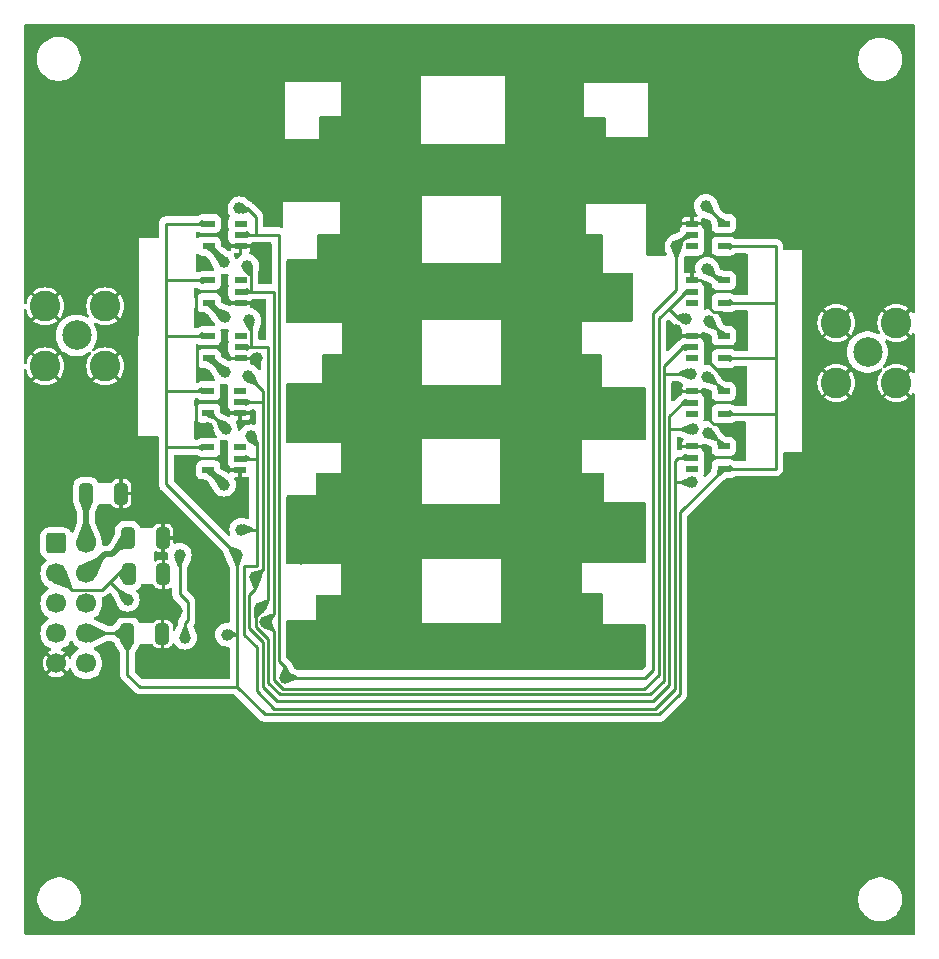
<source format=gbl>
G04 #@! TF.GenerationSoftware,KiCad,Pcbnew,8.0.2*
G04 #@! TF.CreationDate,2024-05-05T06:41:10-04:00*
G04 #@! TF.ProjectId,sdt_lpf,7364745f-6c70-4662-9e6b-696361645f70,rev?*
G04 #@! TF.SameCoordinates,PX62de0f0PY8af5bb0*
G04 #@! TF.FileFunction,Copper,L2,Bot*
G04 #@! TF.FilePolarity,Positive*
%FSLAX46Y46*%
G04 Gerber Fmt 4.6, Leading zero omitted, Abs format (unit mm)*
G04 Created by KiCad (PCBNEW 8.0.2) date 2024-05-05 06:41:10*
%MOMM*%
%LPD*%
G01*
G04 APERTURE LIST*
G04 Aperture macros list*
%AMRoundRect*
0 Rectangle with rounded corners*
0 $1 Rounding radius*
0 $2 $3 $4 $5 $6 $7 $8 $9 X,Y pos of 4 corners*
0 Add a 4 corners polygon primitive as box body*
4,1,4,$2,$3,$4,$5,$6,$7,$8,$9,$2,$3,0*
0 Add four circle primitives for the rounded corners*
1,1,$1+$1,$2,$3*
1,1,$1+$1,$4,$5*
1,1,$1+$1,$6,$7*
1,1,$1+$1,$8,$9*
0 Add four rect primitives between the rounded corners*
20,1,$1+$1,$2,$3,$4,$5,0*
20,1,$1+$1,$4,$5,$6,$7,0*
20,1,$1+$1,$6,$7,$8,$9,0*
20,1,$1+$1,$8,$9,$2,$3,0*%
G04 Aperture macros list end*
G04 #@! TA.AperFunction,ComponentPad*
%ADD10C,2.600000*%
G04 #@! TD*
G04 #@! TA.AperFunction,ComponentPad*
%ADD11C,2.500000*%
G04 #@! TD*
G04 #@! TA.AperFunction,ComponentPad*
%ADD12RoundRect,0.250000X-0.600000X-0.600000X0.600000X-0.600000X0.600000X0.600000X-0.600000X0.600000X0*%
G04 #@! TD*
G04 #@! TA.AperFunction,ComponentPad*
%ADD13C,1.700000*%
G04 #@! TD*
G04 #@! TA.AperFunction,SMDPad,CuDef*
%ADD14R,1.050000X0.600000*%
G04 #@! TD*
G04 #@! TA.AperFunction,SMDPad,CuDef*
%ADD15RoundRect,0.250000X0.325000X0.650000X-0.325000X0.650000X-0.325000X-0.650000X0.325000X-0.650000X0*%
G04 #@! TD*
G04 #@! TA.AperFunction,ViaPad*
%ADD16C,1.000000*%
G04 #@! TD*
G04 #@! TA.AperFunction,Conductor*
%ADD17C,0.250000*%
G04 #@! TD*
G04 #@! TA.AperFunction,Conductor*
%ADD18C,0.500000*%
G04 #@! TD*
G04 APERTURE END LIST*
D10*
X-1180000Y50200000D03*
X-1180000Y45120000D03*
X3900000Y50200000D03*
X3900000Y45120000D03*
D11*
X1460000Y47735000D03*
D12*
X-250000Y30130000D03*
D13*
X2290000Y30130000D03*
X-250000Y27590000D03*
X2290000Y27590000D03*
X-250000Y25050000D03*
X2290000Y25050000D03*
X-250000Y22510000D03*
X2290000Y22510000D03*
X-250000Y19970000D03*
X2290000Y19970000D03*
D10*
X65800000Y48800000D03*
X65800000Y43720000D03*
X70880000Y48800000D03*
X70880000Y43720000D03*
D11*
X68440000Y46335000D03*
D14*
X15350000Y47700000D03*
X15350000Y46750000D03*
X15350000Y45800000D03*
X12650000Y45800000D03*
X12650000Y47700000D03*
X15350000Y57200000D03*
X15350000Y56250000D03*
X15350000Y55300000D03*
X12650000Y55300000D03*
X12650000Y57200000D03*
D15*
X8725000Y22450000D03*
X5775000Y22450000D03*
D14*
X15300000Y43050000D03*
X15300000Y42100000D03*
X15300000Y41150000D03*
X12600000Y41150000D03*
X12600000Y43050000D03*
X53550000Y55300000D03*
X53550000Y56250000D03*
X53550000Y57200000D03*
X56250000Y57200000D03*
X56250000Y55300000D03*
X53550000Y41100000D03*
X53550000Y42050000D03*
X53550000Y43000000D03*
X56250000Y43000000D03*
X56250000Y41100000D03*
X15300000Y38250000D03*
X15300000Y37300000D03*
X15300000Y36350000D03*
X12600000Y36350000D03*
X12600000Y38250000D03*
X15350000Y52400000D03*
X15350000Y51450000D03*
X15350000Y50500000D03*
X12650000Y50500000D03*
X12650000Y52400000D03*
D15*
X8825000Y27500000D03*
X5875000Y27500000D03*
D14*
X53550000Y45800000D03*
X53550000Y46750000D03*
X53550000Y47700000D03*
X56250000Y47700000D03*
X56250000Y45800000D03*
X53550000Y36450000D03*
X53550000Y37400000D03*
X53550000Y38350000D03*
X56250000Y38350000D03*
X56250000Y36450000D03*
D15*
X8775000Y30600000D03*
X5825000Y30600000D03*
D14*
X53550000Y50500000D03*
X53550000Y51450000D03*
X53550000Y52400000D03*
X56250000Y52400000D03*
X56250000Y50500000D03*
D15*
X5225000Y34350000D03*
X2275000Y34350000D03*
D16*
X47500000Y40400000D03*
X20300000Y40600000D03*
X-2200000Y57550000D03*
X-1850000Y26300000D03*
X19900000Y-1550000D03*
X52300000Y43150000D03*
X3220000Y39100000D03*
X3950000Y23950000D03*
X62300000Y55750000D03*
X36150000Y22000000D03*
X45750000Y22000000D03*
X12600000Y39900000D03*
X11050000Y37100000D03*
X34200000Y73300000D03*
X57750000Y42550000D03*
X34100000Y30400000D03*
X13700000Y58550000D03*
X34150000Y-1750000D03*
X36250000Y42200000D03*
X6950000Y34350000D03*
X7075000Y16450000D03*
X63150000Y-2050000D03*
X61925000Y37200000D03*
X36100000Y32150000D03*
X5950000Y73150000D03*
X16850000Y50300000D03*
X47800000Y30500000D03*
X48200000Y60950000D03*
X7850000Y38575000D03*
X20300000Y61000000D03*
X71200000Y25200000D03*
X7400000Y19250000D03*
X57750000Y47000000D03*
X36000000Y52300000D03*
X56500000Y39750000D03*
X14500000Y16800000D03*
X12400000Y44400000D03*
X32050000Y22000000D03*
X15400000Y32850000D03*
X32050000Y32150000D03*
X55650000Y34100000D03*
X56550000Y49150000D03*
X20000000Y73300000D03*
X57750000Y51700000D03*
X20300000Y30750000D03*
X56450000Y53850000D03*
X20500000Y28850000D03*
X50470000Y66660000D03*
X52900000Y15450000D03*
X6200000Y-1700000D03*
X45800000Y32150000D03*
X22400000Y32250000D03*
X12350000Y49080000D03*
X34050000Y50700000D03*
X33600000Y14250000D03*
X34200000Y60800000D03*
X10350000Y32000000D03*
X16900000Y55100000D03*
X47950000Y49500000D03*
X45700000Y51950000D03*
X9950000Y24400000D03*
X9800000Y58400000D03*
X12250000Y30350000D03*
X36250000Y62500000D03*
X53025000Y58975000D03*
X15500000Y34850000D03*
X22300000Y62650000D03*
X49600000Y-1700000D03*
X70950000Y64350000D03*
X16750000Y45800000D03*
X71100000Y34500000D03*
X54050000Y25350000D03*
X63000000Y73150000D03*
X57750000Y56500000D03*
X50450000Y55350000D03*
X71100000Y6700000D03*
X44350000Y42300000D03*
X32150000Y62550000D03*
X31900000Y42200000D03*
X-1850000Y33100000D03*
X18430000Y65510000D03*
X20100000Y50750000D03*
X22400000Y42300000D03*
X70900000Y57000000D03*
X52200000Y48200000D03*
X56400000Y44450000D03*
X6100000Y56100000D03*
X12200000Y33750000D03*
X71100000Y16150000D03*
X47800000Y20250000D03*
X22100000Y22150000D03*
X48400000Y73200000D03*
X3950000Y21200000D03*
X32050000Y52300000D03*
X20100000Y20550000D03*
X57650000Y37600000D03*
X13600000Y19950000D03*
X46250000Y62650000D03*
X-2000000Y5350000D03*
X12150000Y53840000D03*
X34100000Y20350000D03*
X22050000Y52450000D03*
X-2050000Y64750000D03*
X34100000Y40400000D03*
X13950000Y53950000D03*
X15400000Y31300000D03*
X16200000Y39200000D03*
X53600000Y35300000D03*
X16000000Y44300000D03*
X16600000Y27250000D03*
X53650000Y39800000D03*
X16100000Y49050000D03*
X53450000Y44500000D03*
X5800000Y25350000D03*
X17000000Y24650000D03*
X15250000Y58500000D03*
X19150000Y18750000D03*
X10650000Y22150000D03*
X52250000Y55300000D03*
X10191636Y29158364D03*
X14000000Y49300000D03*
X17450000Y23450000D03*
X15900000Y53650000D03*
X53100000Y49150000D03*
X14000000Y44600000D03*
X54750000Y58700000D03*
X54850000Y53400000D03*
X15050000Y29150000D03*
X14200000Y22400000D03*
X13950000Y35100000D03*
X14100000Y39850000D03*
X54950000Y39500000D03*
X55000000Y48950000D03*
X54850000Y44250000D03*
D17*
X54900000Y45600000D02*
X54900000Y45850000D01*
X55400000Y45100000D02*
X54900000Y45600000D01*
X55000000Y50100000D02*
X55400000Y49700000D01*
X12100000Y44400000D02*
X11700000Y44800000D01*
X56550000Y49150000D02*
X56000000Y49700000D01*
X55400000Y45100000D02*
X56050000Y44450000D01*
X11700000Y44800000D02*
X11700000Y46700000D01*
X11565000Y40335000D02*
X11565000Y42100000D01*
X55400000Y40200000D02*
X54900000Y40700000D01*
X12600000Y39900000D02*
X12000000Y39900000D01*
X12400000Y44400000D02*
X12100000Y44400000D01*
X56250000Y39750000D02*
X55800000Y40200000D01*
X12120000Y49080000D02*
X11600000Y49600000D01*
X56000000Y49700000D02*
X55400000Y49700000D01*
X11600000Y49600000D02*
X11600000Y51500000D01*
X56400000Y44450000D02*
X56050000Y44450000D01*
X56500000Y39750000D02*
X56250000Y39750000D01*
X55800000Y40200000D02*
X55400000Y40200000D01*
X12000000Y39900000D02*
X11565000Y40335000D01*
X12350000Y49080000D02*
X12120000Y49080000D01*
D18*
X13950000Y54000000D02*
X12650000Y55300000D01*
X13950000Y53950000D02*
X13950000Y54000000D01*
D17*
X16700000Y31300000D02*
X16700000Y37300000D01*
X16700000Y31300000D02*
X15400000Y31300000D01*
X52100000Y37100000D02*
X52100000Y35300000D01*
X16700000Y38700000D02*
X16200000Y39200000D01*
X52100000Y35300000D02*
X52100000Y17800000D01*
X16700000Y37300000D02*
X16700000Y38700000D01*
X16700000Y21350000D02*
X15650000Y22400000D01*
X16700000Y28200000D02*
X16700000Y31300000D01*
X50400000Y16100000D02*
X18200000Y16100000D01*
X16700000Y17600000D02*
X16700000Y21350000D01*
X15300000Y37300000D02*
X16700000Y37300000D01*
X18200000Y16100000D02*
X16700000Y17600000D01*
X15650000Y22400000D02*
X15650000Y28200000D01*
X53600000Y35300000D02*
X52100000Y35300000D01*
X52400000Y37400000D02*
X52100000Y37100000D01*
X53550000Y37400000D02*
X52400000Y37400000D01*
X52100000Y17800000D02*
X50400000Y16100000D01*
X15650000Y28200000D02*
X16700000Y28200000D01*
X17250000Y42100000D02*
X17250000Y27900000D01*
X16100000Y25750000D02*
X16600000Y26250000D01*
X17250000Y21800000D02*
X16100000Y22950000D01*
X51650000Y40925000D02*
X51650000Y39800000D01*
D18*
X2290000Y30130000D02*
X2290000Y34335000D01*
D17*
X18400000Y16800000D02*
X17250000Y17950000D01*
X53650000Y39800000D02*
X51650000Y39800000D01*
X51650000Y39800000D02*
X51650000Y18150000D01*
X52775000Y42050000D02*
X53550000Y42050000D01*
X15300000Y42100000D02*
X17250000Y42100000D01*
X16600000Y27250000D02*
X17250000Y27900000D01*
X16100000Y22950000D02*
X16100000Y25750000D01*
X17250000Y17950000D02*
X17250000Y21800000D01*
X17250000Y43050000D02*
X17250000Y42100000D01*
X51650000Y40925000D02*
X52775000Y42050000D01*
X16000000Y44300000D02*
X17250000Y43050000D01*
X50300000Y16800000D02*
X18400000Y16800000D01*
X51650000Y18150000D02*
X50300000Y16800000D01*
X16600000Y26250000D02*
X16600000Y27250000D01*
X17700000Y25350000D02*
X17700000Y46700000D01*
X52775000Y46750000D02*
X51200000Y45175000D01*
X17700000Y46700000D02*
X17650000Y46750000D01*
X16200000Y46825000D02*
X16125000Y46750000D01*
X17700000Y22000000D02*
X16625000Y23075000D01*
X3600000Y26225000D02*
X4262500Y26887500D01*
X5875000Y27500000D02*
X4850000Y27500000D01*
X51200000Y44550000D02*
X51200000Y18500000D01*
X5800000Y25350000D02*
X4262500Y26887500D01*
X50050000Y17350000D02*
X18650000Y17350000D01*
X1115000Y26225000D02*
X-250000Y27590000D01*
X17000000Y24650000D02*
X17700000Y25350000D01*
X51200000Y18500000D02*
X50050000Y17350000D01*
X51250000Y44500000D02*
X51200000Y44550000D01*
X16625000Y23075000D02*
X16625000Y24275000D01*
X3600000Y26225000D02*
X1115000Y26225000D01*
X53450000Y44500000D02*
X51250000Y44500000D01*
X4850000Y27500000D02*
X4850000Y27475000D01*
X16100000Y49050000D02*
X16200000Y48950000D01*
X16625000Y24275000D02*
X17000000Y24650000D01*
X16125000Y46750000D02*
X15350000Y46750000D01*
X16200000Y48950000D02*
X16200000Y46825000D01*
X4850000Y27475000D02*
X4262500Y26887500D01*
X17700000Y18300000D02*
X17700000Y22000000D01*
X51200000Y45175000D02*
X51200000Y44550000D01*
X17650000Y46750000D02*
X15350000Y46750000D01*
X18650000Y17350000D02*
X17700000Y18300000D01*
X53550000Y46750000D02*
X52775000Y46750000D01*
X16650000Y57750000D02*
X16650000Y56250000D01*
X15350000Y56250000D02*
X16650000Y56250000D01*
X50300000Y49650000D02*
X52250000Y51600000D01*
X16650000Y56250000D02*
X18600000Y56250000D01*
X10900000Y23650000D02*
X10900000Y25150000D01*
X19150000Y18750000D02*
X49600000Y18750000D01*
X10900000Y25150000D02*
X10191636Y25858364D01*
X15250000Y58500000D02*
X15900000Y58500000D01*
X10191636Y25858364D02*
X10191636Y29158364D01*
X52250000Y51600000D02*
X52250000Y55300000D01*
X10650000Y23400000D02*
X10900000Y23650000D01*
X18600000Y56250000D02*
X18600000Y20200000D01*
X19150000Y19650000D02*
X18600000Y20200000D01*
X10650000Y22150000D02*
X10650000Y23400000D01*
X49600000Y18750000D02*
X50300000Y19450000D01*
X53200000Y56250000D02*
X52250000Y55300000D01*
X19150000Y18750000D02*
X19150000Y19650000D01*
X15900000Y58500000D02*
X16650000Y57750000D01*
X50300000Y19450000D02*
X50300000Y49650000D01*
D18*
X14000000Y49300000D02*
X13850000Y49300000D01*
X13850000Y49300000D02*
X12650000Y50500000D01*
D17*
X52450000Y49150000D02*
X51587500Y50012500D01*
D18*
X5825000Y30600000D02*
X4425000Y29200000D01*
X4425000Y29200000D02*
X3900000Y29200000D01*
D17*
X16150000Y51450000D02*
X18150000Y51450000D01*
X50750000Y19000000D02*
X49550000Y17800000D01*
X15350000Y51450000D02*
X16150000Y51450000D01*
X18150000Y18583273D02*
X18150000Y22750000D01*
X18933273Y17800000D02*
X18150000Y18583273D01*
X17450000Y23450000D02*
X18150000Y24150000D01*
X50750000Y49175000D02*
X50750000Y19000000D01*
X51587500Y50012500D02*
X50750000Y49175000D01*
X49550000Y17800000D02*
X18933273Y17800000D01*
X15900000Y53650000D02*
X16200000Y53350000D01*
X18150000Y22750000D02*
X17450000Y23450000D01*
X16200000Y53350000D02*
X16200000Y51500000D01*
X16200000Y51500000D02*
X16150000Y51450000D01*
X18150000Y51450000D02*
X18150000Y24150000D01*
X53550000Y51450000D02*
X53025000Y51450000D01*
X53025000Y51450000D02*
X51587500Y50012500D01*
X53100000Y49150000D02*
X52450000Y49150000D01*
D18*
X2290000Y27590000D02*
X3900000Y29200000D01*
X12800000Y45800000D02*
X14000000Y44600000D01*
D17*
X56250000Y57200000D02*
X54750000Y58700000D01*
X55850000Y52400000D02*
X54850000Y53400000D01*
X56250000Y36450000D02*
X52550000Y32750000D01*
X6800000Y18000000D02*
X15050000Y18000000D01*
X5775000Y22450000D02*
X5775000Y19025000D01*
X5775000Y19025000D02*
X6800000Y18000000D01*
X60650000Y55300000D02*
X56250000Y55300000D01*
X17400000Y15650000D02*
X15050000Y18000000D01*
X60650000Y45800000D02*
X60650000Y41100000D01*
X9050000Y52400000D02*
X9050000Y47700000D01*
X9050000Y38250000D02*
X12600000Y38250000D01*
X9050000Y43050000D02*
X12600000Y43050000D01*
X15050000Y22400000D02*
X15050000Y18000000D01*
X52550000Y32750000D02*
X52550000Y17400000D01*
X15050000Y29150000D02*
X9050000Y35150000D01*
X60650000Y50500000D02*
X60650000Y55300000D01*
X60650000Y41100000D02*
X56250000Y41100000D01*
X9050000Y43050000D02*
X9050000Y38250000D01*
X2290000Y22510000D02*
X5715000Y22510000D01*
X50800000Y15650000D02*
X17400000Y15650000D01*
X56250000Y36450000D02*
X60650000Y36450000D01*
X14200000Y22400000D02*
X15050000Y22400000D01*
X12650000Y57200000D02*
X9050000Y57200000D01*
X56250000Y45800000D02*
X60650000Y45800000D01*
X56250000Y50500000D02*
X60650000Y50500000D01*
X52550000Y17400000D02*
X50800000Y15650000D01*
X15050000Y29150000D02*
X15050000Y22400000D01*
X9050000Y35150000D02*
X9050000Y38250000D01*
X9050000Y52400000D02*
X12650000Y52400000D01*
X9050000Y57200000D02*
X9050000Y52400000D01*
X9050000Y47700000D02*
X12650000Y47700000D01*
X60650000Y45800000D02*
X60650000Y50500000D01*
X60650000Y36450000D02*
X60650000Y41100000D01*
X9050000Y47700000D02*
X9050000Y43050000D01*
D18*
X12700000Y36350000D02*
X13950000Y35100000D01*
D17*
X12800000Y41150000D02*
X14100000Y39850000D01*
X55100000Y39500000D02*
X56250000Y38350000D01*
X56250000Y47700000D02*
X55000000Y48950000D01*
X55000000Y44250000D02*
X56250000Y43000000D01*
X54850000Y44250000D02*
X55000000Y44250000D01*
G04 #@! TA.AperFunction,Conductor*
G36*
X1104855Y21843454D02*
G01*
X1121575Y21824158D01*
X1251501Y21638604D01*
X1251506Y21638598D01*
X1418597Y21471507D01*
X1418603Y21471502D01*
X1604158Y21341575D01*
X1647783Y21286998D01*
X1654977Y21217500D01*
X1623454Y21155145D01*
X1604158Y21138425D01*
X1418597Y21008495D01*
X1251505Y20841403D01*
X1115965Y20647831D01*
X1115964Y20647829D01*
X1022150Y20446645D01*
X975977Y20394206D01*
X908784Y20375054D01*
X841903Y20395270D01*
X798767Y20443779D01*
X731936Y20577995D01*
X662315Y20670185D01*
X193670Y20201540D01*
X150099Y20277007D01*
X57007Y20370099D01*
X-18462Y20413671D01*
X453072Y20885205D01*
X445998Y20891653D01*
X445996Y20891654D01*
X264798Y21003847D01*
X264786Y21003853D01*
X236055Y21014983D01*
X180654Y21057556D01*
X157064Y21123323D01*
X172776Y21191404D01*
X222800Y21240182D01*
X228428Y21242983D01*
X427830Y21335965D01*
X621401Y21471505D01*
X788495Y21638599D01*
X918425Y21824158D01*
X973002Y21867783D01*
X1042500Y21874977D01*
X1104855Y21843454D01*
G37*
G04 #@! TD.AperFunction*
G04 #@! TA.AperFunction,Conductor*
G36*
X13735635Y38915010D02*
G01*
X13903868Y38863976D01*
X14100000Y38844659D01*
X14162491Y38850814D01*
X14231137Y38837795D01*
X14281847Y38789730D01*
X14298522Y38721880D01*
X14290828Y38684081D01*
X14280910Y38657488D01*
X14280909Y38657485D01*
X14280909Y38657483D01*
X14274500Y38597873D01*
X14274500Y38597866D01*
X14274500Y38597865D01*
X14274500Y37902130D01*
X14274501Y37902124D01*
X14280909Y37842516D01*
X14289929Y37818330D01*
X14294911Y37748639D01*
X14289929Y37731670D01*
X14280910Y37707488D01*
X14280909Y37707485D01*
X14280909Y37707483D01*
X14274500Y37647873D01*
X14274500Y37647866D01*
X14274500Y37647865D01*
X14274500Y36952130D01*
X14274501Y36952124D01*
X14280908Y36892517D01*
X14331202Y36757672D01*
X14331206Y36757665D01*
X14417451Y36642457D01*
X14417452Y36642456D01*
X14417454Y36642454D01*
X14425312Y36636572D01*
X14467182Y36580639D01*
X14475000Y36537306D01*
X14475000Y36500000D01*
X14715833Y36500000D01*
X14723811Y36499573D01*
X14723817Y36499678D01*
X14727102Y36499503D01*
X14727127Y36499500D01*
X15326001Y36499501D01*
X15393039Y36479817D01*
X15438794Y36427013D01*
X15450000Y36375501D01*
X15450000Y35750001D01*
X15869786Y35750001D01*
X15869808Y35750003D01*
X15894869Y35752909D01*
X15894872Y35752910D01*
X15900413Y35755356D01*
X15969691Y35764428D01*
X16032876Y35734605D01*
X16069908Y35675356D01*
X16074500Y35641922D01*
X16074500Y32294250D01*
X16054815Y32227211D01*
X16002011Y32181456D01*
X15932853Y32171512D01*
X15902809Y32179788D01*
X15855013Y32199703D01*
X15796567Y32224055D01*
X15794459Y32224845D01*
X15790424Y32226666D01*
X15790350Y32226485D01*
X15784726Y32228815D01*
X15783904Y32229064D01*
X15776450Y32231588D01*
X15762000Y32236998D01*
X15751545Y32240285D01*
X15745477Y32242192D01*
X15745473Y32242193D01*
X15745469Y32242194D01*
X15745330Y32242214D01*
X15727240Y32246254D01*
X15596132Y32286024D01*
X15400000Y32305341D01*
X15203870Y32286025D01*
X15015266Y32228812D01*
X14841467Y32135914D01*
X14841460Y32135910D01*
X14689116Y32010884D01*
X14564090Y31858540D01*
X14564086Y31858533D01*
X14471188Y31684734D01*
X14413975Y31496130D01*
X14394659Y31300000D01*
X14413975Y31103871D01*
X14413976Y31103868D01*
X14458929Y30955679D01*
X14459552Y30885814D01*
X14422304Y30826701D01*
X14359010Y30797110D01*
X14289766Y30806435D01*
X14252587Y30832004D01*
X9711819Y35372772D01*
X9678334Y35434095D01*
X9675500Y35460453D01*
X9675500Y36697873D01*
X11574500Y36697873D01*
X11574500Y36697866D01*
X11574500Y36697865D01*
X11574500Y36002130D01*
X11574501Y36002124D01*
X11580908Y35942517D01*
X11631202Y35807672D01*
X11631206Y35807665D01*
X11717452Y35692456D01*
X11717455Y35692453D01*
X11832664Y35606207D01*
X11832671Y35606203D01*
X11868843Y35592712D01*
X11967517Y35555909D01*
X12027127Y35549500D01*
X12282357Y35549501D01*
X12349396Y35529817D01*
X12354456Y35526386D01*
X12446714Y35460453D01*
X12653893Y35312389D01*
X12688837Y35274094D01*
X12957087Y34815293D01*
X13027090Y34695563D01*
X13027091Y34695562D01*
X13046543Y34662290D01*
X13056534Y34645925D01*
X13057973Y34643947D01*
X13067049Y34629466D01*
X13114090Y34541461D01*
X13239116Y34389117D01*
X13391460Y34264091D01*
X13391467Y34264087D01*
X13565266Y34171189D01*
X13565269Y34171189D01*
X13565273Y34171186D01*
X13753868Y34113976D01*
X13950000Y34094659D01*
X14146132Y34113976D01*
X14334727Y34171186D01*
X14508538Y34264090D01*
X14660883Y34389117D01*
X14785910Y34541462D01*
X14847705Y34657072D01*
X14878811Y34715267D01*
X14878811Y34715268D01*
X14878814Y34715273D01*
X14936024Y34903868D01*
X14955341Y35100000D01*
X14936024Y35296132D01*
X14878814Y35484727D01*
X14878811Y35484731D01*
X14878811Y35484734D01*
X14834546Y35567548D01*
X14820304Y35635951D01*
X14845304Y35701195D01*
X14901609Y35742565D01*
X14943904Y35750001D01*
X15149999Y35750001D01*
X15150000Y35750002D01*
X15150000Y36200000D01*
X14475001Y36200000D01*
X14475001Y36168559D01*
X14455316Y36101520D01*
X14402512Y36055765D01*
X14333354Y36045821D01*
X14288416Y36061512D01*
X14254360Y36081423D01*
X14254353Y36081426D01*
X13751189Y36375614D01*
X13722453Y36398779D01*
X13658176Y36468759D01*
X13627323Y36531448D01*
X13625499Y36552640D01*
X13625499Y36697871D01*
X13625498Y36697877D01*
X13619091Y36757484D01*
X13568797Y36892329D01*
X13568793Y36892336D01*
X13482547Y37007545D01*
X13482544Y37007548D01*
X13367335Y37093794D01*
X13367328Y37093798D01*
X13232482Y37144092D01*
X13232483Y37144092D01*
X13172883Y37150499D01*
X13172881Y37150500D01*
X13172873Y37150500D01*
X13172864Y37150500D01*
X12027129Y37150500D01*
X12027123Y37150499D01*
X11967516Y37144092D01*
X11832671Y37093798D01*
X11832664Y37093794D01*
X11717455Y37007548D01*
X11717452Y37007545D01*
X11631206Y36892336D01*
X11631202Y36892329D01*
X11580910Y36757487D01*
X11580909Y36757483D01*
X11574500Y36697873D01*
X9675500Y36697873D01*
X9675500Y37500500D01*
X9695185Y37567539D01*
X9747989Y37613294D01*
X9799500Y37624500D01*
X11596244Y37624500D01*
X11658723Y37607610D01*
X11814463Y37516761D01*
X11814478Y37516754D01*
X11814479Y37516753D01*
X11816770Y37515610D01*
X11827001Y37509299D01*
X11832663Y37506207D01*
X11832666Y37506206D01*
X11832669Y37506204D01*
X11838204Y37504140D01*
X11850215Y37498921D01*
X11873416Y37487343D01*
X11876223Y37486164D01*
X11911275Y37476130D01*
X11915329Y37474969D01*
X11924536Y37471940D01*
X11967517Y37455909D01*
X11976076Y37454989D01*
X11985114Y37454017D01*
X11990150Y37453371D01*
X11991455Y37453177D01*
X11991457Y37453176D01*
X11991458Y37453176D01*
X11993437Y37452881D01*
X11998759Y37452551D01*
X12027127Y37449500D01*
X13172872Y37449501D01*
X13232483Y37455909D01*
X13367331Y37506204D01*
X13482546Y37592454D01*
X13568796Y37707669D01*
X13619091Y37842517D01*
X13625500Y37902127D01*
X13625499Y38597872D01*
X13619091Y38657483D01*
X13619089Y38657488D01*
X13583460Y38753015D01*
X13578476Y38822707D01*
X13611961Y38884030D01*
X13673284Y38917514D01*
X13735635Y38915010D01*
G37*
G04 #@! TD.AperFunction*
G04 #@! TA.AperFunction,Conductor*
G36*
X58093039Y40454815D02*
G01*
X58138794Y40402011D01*
X58150000Y40350500D01*
X58150000Y37199500D01*
X58130315Y37132461D01*
X58077511Y37086706D01*
X58026000Y37075500D01*
X57253757Y37075500D01*
X57191277Y37092391D01*
X57165297Y37107546D01*
X57035534Y37183241D01*
X57035525Y37183246D01*
X57035517Y37183250D01*
X57033226Y37184393D01*
X57023002Y37190700D01*
X57017336Y37193793D01*
X57017334Y37193794D01*
X57017331Y37193796D01*
X57011787Y37195864D01*
X56999774Y37201085D01*
X56976559Y37212669D01*
X56973752Y37213848D01*
X56973754Y37213848D01*
X56934598Y37225058D01*
X56925398Y37228085D01*
X56912835Y37232771D01*
X56882483Y37244091D01*
X56882481Y37244092D01*
X56882479Y37244092D01*
X56864876Y37245985D01*
X56859852Y37246629D01*
X56856623Y37247111D01*
X56851343Y37247440D01*
X56822874Y37250500D01*
X55677129Y37250500D01*
X55677123Y37250499D01*
X55617516Y37244092D01*
X55482671Y37193798D01*
X55482664Y37193794D01*
X55367455Y37107548D01*
X55367452Y37107545D01*
X55281206Y36992336D01*
X55281202Y36992329D01*
X55230908Y36857483D01*
X55224501Y36797884D01*
X55224501Y36797877D01*
X55224500Y36797865D01*
X55224500Y36443268D01*
X55221244Y36415037D01*
X55195973Y36306952D01*
X55162910Y36247502D01*
X54740858Y35825450D01*
X54679535Y35791965D01*
X54609843Y35796949D01*
X54553910Y35838821D01*
X54529493Y35904285D01*
X54536994Y35956462D01*
X54569091Y36042517D01*
X54575500Y36102127D01*
X54575499Y36797872D01*
X54569091Y36857483D01*
X54560070Y36881667D01*
X54555085Y36951356D01*
X54560066Y36968323D01*
X54569091Y36992517D01*
X54575500Y37052127D01*
X54575499Y37747872D01*
X54569091Y37807483D01*
X54565045Y37818330D01*
X54518797Y37942329D01*
X54518793Y37942336D01*
X54432548Y38057543D01*
X54432546Y38057546D01*
X54424689Y38063428D01*
X54382818Y38119359D01*
X54374999Y38162698D01*
X54375000Y38200000D01*
X54134167Y38200000D01*
X54126188Y38200428D01*
X54126183Y38200322D01*
X54122879Y38200500D01*
X54122873Y38200500D01*
X54122866Y38200500D01*
X52977120Y38200500D01*
X52973816Y38200322D01*
X52973810Y38200427D01*
X52965842Y38200000D01*
X52725001Y38200000D01*
X52725001Y38181442D01*
X52705315Y38114403D01*
X52663483Y38074336D01*
X52608724Y38042392D01*
X52546242Y38025500D01*
X52399500Y38025500D01*
X52332461Y38045185D01*
X52286706Y38097989D01*
X52275500Y38149500D01*
X52275500Y39050500D01*
X52295185Y39117539D01*
X52347989Y39163294D01*
X52399500Y39174500D01*
X52512100Y39174500D01*
X52559792Y39164962D01*
X52781281Y39072676D01*
X52835591Y39028722D01*
X52857517Y38962382D01*
X52840096Y38894719D01*
X52821269Y38870535D01*
X52773214Y38822480D01*
X52773211Y38822475D01*
X52727910Y38719878D01*
X52727910Y38719876D01*
X52725000Y38694795D01*
X52725000Y38500000D01*
X54374999Y38500000D01*
X54389129Y38514131D01*
X54394684Y38533047D01*
X54447488Y38578802D01*
X54516646Y38588746D01*
X54557452Y38575367D01*
X54565273Y38571186D01*
X54587294Y38564507D01*
X54611262Y38557235D01*
X54625353Y38552009D01*
X54635046Y38547729D01*
X54731855Y38520624D01*
X54734419Y38519876D01*
X54753357Y38514131D01*
X54753868Y38513976D01*
X54753878Y38513976D01*
X54755151Y38513722D01*
X54764397Y38511513D01*
X55133936Y38408043D01*
X55193183Y38371013D01*
X55223006Y38307827D01*
X55224500Y38288636D01*
X55224500Y38002131D01*
X55224501Y38002124D01*
X55230908Y37942517D01*
X55281202Y37807672D01*
X55281206Y37807665D01*
X55367452Y37692456D01*
X55367455Y37692453D01*
X55482664Y37606207D01*
X55482671Y37606203D01*
X55617517Y37555909D01*
X55617516Y37555909D01*
X55624444Y37555165D01*
X55677127Y37549500D01*
X56822872Y37549501D01*
X56882483Y37555909D01*
X57017331Y37606204D01*
X57132546Y37692454D01*
X57218796Y37807669D01*
X57269091Y37942517D01*
X57275500Y38002127D01*
X57275499Y38697872D01*
X57269091Y38757483D01*
X57257292Y38789117D01*
X57218797Y38892329D01*
X57218793Y38892336D01*
X57132547Y39007545D01*
X57132544Y39007548D01*
X57017335Y39093794D01*
X57017328Y39093798D01*
X56882482Y39144092D01*
X56882483Y39144092D01*
X56822883Y39150499D01*
X56822881Y39150500D01*
X56822873Y39150500D01*
X56822865Y39150500D01*
X56544659Y39150500D01*
X56485036Y39165775D01*
X56255843Y39291461D01*
X56217320Y39312587D01*
X56168139Y39361836D01*
X55860529Y39924597D01*
X55847207Y39947519D01*
X55847206Y39947521D01*
X55844201Y39951811D01*
X55844634Y39952115D01*
X55835766Y39965263D01*
X55785910Y40058538D01*
X55773219Y40074001D01*
X55754480Y40096836D01*
X55727167Y40161146D01*
X55738958Y40230014D01*
X55786110Y40281574D01*
X55850329Y40299501D01*
X56822872Y40299501D01*
X56836569Y40300974D01*
X56839512Y40301226D01*
X56839956Y40301286D01*
X56843494Y40301719D01*
X56882483Y40305909D01*
X56890720Y40308982D01*
X56898963Y40311732D01*
X56902195Y40312687D01*
X56902202Y40312688D01*
X56918284Y40319211D01*
X56921442Y40320441D01*
X57017331Y40356204D01*
X57017332Y40356206D01*
X57017335Y40356206D01*
X57023464Y40359554D01*
X57033992Y40366003D01*
X57035516Y40366753D01*
X57035535Y40366760D01*
X57152973Y40435265D01*
X57191278Y40457609D01*
X57253757Y40474500D01*
X58026000Y40474500D01*
X58093039Y40454815D01*
G37*
G04 #@! TD.AperFunction*
G04 #@! TA.AperFunction,Conductor*
G36*
X11645203Y40584241D02*
G01*
X11663264Y40564842D01*
X11717454Y40492454D01*
X11749354Y40468574D01*
X11832664Y40406207D01*
X11832671Y40406203D01*
X11843911Y40402011D01*
X11967517Y40355909D01*
X12027127Y40349500D01*
X12365517Y40349501D01*
X12413270Y40339937D01*
X12459907Y40320476D01*
X12845980Y40159372D01*
X12900267Y40115390D01*
X12912886Y40092150D01*
X13094957Y39649978D01*
X13094959Y39649973D01*
X13166179Y39477011D01*
X13167108Y39474970D01*
X13168680Y39470819D01*
X13168858Y39470892D01*
X13171185Y39465273D01*
X13171589Y39464518D01*
X13175076Y39457462D01*
X13181471Y39443414D01*
X13181472Y39443412D01*
X13189499Y39428024D01*
X13189569Y39427930D01*
X13199525Y39412254D01*
X13264090Y39291461D01*
X13297469Y39250789D01*
X13324782Y39186479D01*
X13312991Y39117611D01*
X13265839Y39066051D01*
X13198296Y39048168D01*
X13188380Y39048833D01*
X13172873Y39050500D01*
X13172864Y39050500D01*
X12027126Y39050500D01*
X12013477Y39049033D01*
X12010484Y39048775D01*
X12009941Y39048701D01*
X12006535Y39048287D01*
X11967516Y39044091D01*
X11967511Y39044090D01*
X11959271Y39041017D01*
X11951072Y39038281D01*
X11947798Y39037315D01*
X11931684Y39030781D01*
X11928431Y39029515D01*
X11832665Y38993795D01*
X11826584Y38990475D01*
X11816055Y38984024D01*
X11814469Y38983245D01*
X11658723Y38892392D01*
X11596243Y38875500D01*
X11564000Y38875500D01*
X11496961Y38895185D01*
X11451206Y38947989D01*
X11440000Y38999500D01*
X11440000Y40490528D01*
X11459685Y40557567D01*
X11512489Y40603322D01*
X11581647Y40613266D01*
X11645203Y40584241D01*
G37*
G04 #@! TD.AperFunction*
G04 #@! TA.AperFunction,Conductor*
G36*
X13769422Y43624426D02*
G01*
X13790289Y43618096D01*
X13803867Y43613976D01*
X13823184Y43612074D01*
X14000000Y43594659D01*
X14148041Y43609240D01*
X14216685Y43596221D01*
X14267395Y43548156D01*
X14284070Y43480306D01*
X14280964Y43457989D01*
X14280909Y43457486D01*
X14280909Y43457483D01*
X14274500Y43397873D01*
X14274500Y43397866D01*
X14274500Y43397865D01*
X14274500Y42702130D01*
X14274501Y42702124D01*
X14280909Y42642516D01*
X14289929Y42618330D01*
X14294911Y42548639D01*
X14289929Y42531670D01*
X14280910Y42507488D01*
X14280909Y42507485D01*
X14280909Y42507483D01*
X14274500Y42447873D01*
X14274500Y42447866D01*
X14274500Y42447865D01*
X14274500Y41752130D01*
X14274501Y41752124D01*
X14280908Y41692517D01*
X14331202Y41557672D01*
X14331206Y41557665D01*
X14417451Y41442457D01*
X14417452Y41442456D01*
X14417454Y41442454D01*
X14425312Y41436572D01*
X14467182Y41380639D01*
X14475000Y41337306D01*
X14475000Y41300000D01*
X14715833Y41300000D01*
X14723811Y41299573D01*
X14723817Y41299678D01*
X14727102Y41299503D01*
X14727127Y41299500D01*
X15872872Y41299501D01*
X15872880Y41299502D01*
X15876180Y41299679D01*
X15876185Y41299573D01*
X15884156Y41300000D01*
X16124999Y41300000D01*
X16124999Y41318559D01*
X16144684Y41385598D01*
X16186518Y41425668D01*
X16241279Y41457610D01*
X16303757Y41474500D01*
X16500500Y41474500D01*
X16567539Y41454815D01*
X16613294Y41402011D01*
X16624500Y41350500D01*
X16624500Y40283944D01*
X16604815Y40216905D01*
X16552011Y40171150D01*
X16482853Y40161206D01*
X16464506Y40165283D01*
X16445018Y40171195D01*
X16396130Y40186025D01*
X16200000Y40205341D01*
X16003870Y40186025D01*
X15815266Y40128812D01*
X15641467Y40035914D01*
X15641460Y40035910D01*
X15489116Y39910884D01*
X15364090Y39758540D01*
X15329713Y39694225D01*
X15280749Y39644382D01*
X15212612Y39628922D01*
X15146932Y39652755D01*
X15104564Y39708313D01*
X15096952Y39764831D01*
X15105341Y39850000D01*
X15086024Y40046132D01*
X15028814Y40234727D01*
X14994191Y40299502D01*
X14957820Y40367548D01*
X14943578Y40435950D01*
X14968578Y40501194D01*
X15024883Y40542565D01*
X15067178Y40550001D01*
X15150000Y40550001D01*
X15450000Y40550001D01*
X15869786Y40550001D01*
X15869808Y40550003D01*
X15894869Y40552909D01*
X15894873Y40552910D01*
X15997474Y40598212D01*
X15997479Y40598215D01*
X16076785Y40677521D01*
X16076788Y40677526D01*
X16122089Y40780123D01*
X16122089Y40780125D01*
X16124999Y40805206D01*
X16125000Y40805209D01*
X16125000Y41000000D01*
X15450000Y41000000D01*
X15450000Y40550001D01*
X15150000Y40550001D01*
X15150000Y41000000D01*
X14475001Y41000000D01*
X14475001Y40968153D01*
X14455316Y40901114D01*
X14402512Y40855359D01*
X14333354Y40845415D01*
X14303788Y40853493D01*
X13814745Y41054863D01*
X13760250Y41098590D01*
X13758628Y41100975D01*
X13646130Y41270756D01*
X13625511Y41337511D01*
X13625499Y41339245D01*
X13625499Y41497871D01*
X13625498Y41497877D01*
X13624465Y41507483D01*
X13619091Y41557483D01*
X13602727Y41601356D01*
X13568797Y41692329D01*
X13568793Y41692336D01*
X13482547Y41807545D01*
X13482544Y41807548D01*
X13367335Y41893794D01*
X13367328Y41893798D01*
X13232482Y41944092D01*
X13232483Y41944092D01*
X13172883Y41950499D01*
X13172881Y41950500D01*
X13172873Y41950500D01*
X13172864Y41950500D01*
X12027129Y41950500D01*
X12027123Y41950499D01*
X11967516Y41944092D01*
X11832671Y41893798D01*
X11832664Y41893794D01*
X11717455Y41807548D01*
X11663266Y41735161D01*
X11607332Y41693291D01*
X11537640Y41688307D01*
X11476318Y41721793D01*
X11442833Y41783117D01*
X11440000Y41809473D01*
X11440000Y42300500D01*
X11459685Y42367539D01*
X11512489Y42413294D01*
X11564000Y42424500D01*
X11596244Y42424500D01*
X11658723Y42407610D01*
X11814463Y42316761D01*
X11814478Y42316754D01*
X11814479Y42316753D01*
X11816770Y42315610D01*
X11827001Y42309299D01*
X11832663Y42306207D01*
X11832666Y42306206D01*
X11832669Y42306204D01*
X11838204Y42304140D01*
X11850215Y42298921D01*
X11873416Y42287343D01*
X11876223Y42286164D01*
X11911275Y42276130D01*
X11915329Y42274969D01*
X11924536Y42271940D01*
X11967517Y42255909D01*
X11976076Y42254989D01*
X11985114Y42254017D01*
X11990150Y42253371D01*
X11991455Y42253177D01*
X11991457Y42253176D01*
X11991458Y42253176D01*
X11993437Y42252881D01*
X11998759Y42252551D01*
X12027127Y42249500D01*
X13172872Y42249501D01*
X13232483Y42255909D01*
X13367331Y42306204D01*
X13482546Y42392454D01*
X13568796Y42507669D01*
X13619091Y42642517D01*
X13625500Y42702127D01*
X13625499Y43397872D01*
X13619091Y43457483D01*
X13617245Y43462430D01*
X13612260Y43532121D01*
X13645744Y43593444D01*
X13707066Y43626931D01*
X13769422Y43624426D01*
G37*
G04 #@! TD.AperFunction*
G04 #@! TA.AperFunction,Conductor*
G36*
X58193039Y45154815D02*
G01*
X58238794Y45102011D01*
X58250000Y45050500D01*
X58250000Y41849500D01*
X58230315Y41782461D01*
X58177511Y41736706D01*
X58126000Y41725500D01*
X57253757Y41725500D01*
X57191277Y41742391D01*
X57174585Y41752128D01*
X57035534Y41833241D01*
X57035525Y41833246D01*
X57035517Y41833250D01*
X57033226Y41834393D01*
X57023002Y41840700D01*
X57017336Y41843793D01*
X57017334Y41843794D01*
X57017331Y41843796D01*
X57011787Y41845864D01*
X56999774Y41851085D01*
X56976559Y41862669D01*
X56973752Y41863848D01*
X56973754Y41863848D01*
X56934598Y41875058D01*
X56925398Y41878085D01*
X56912835Y41882771D01*
X56882483Y41894091D01*
X56882481Y41894092D01*
X56882479Y41894092D01*
X56864876Y41895985D01*
X56859852Y41896629D01*
X56856623Y41897111D01*
X56851343Y41897440D01*
X56822874Y41900500D01*
X55677129Y41900500D01*
X55677123Y41900499D01*
X55617516Y41894092D01*
X55482671Y41843798D01*
X55482664Y41843794D01*
X55367455Y41757548D01*
X55367452Y41757545D01*
X55281206Y41642336D01*
X55281202Y41642329D01*
X55230910Y41507487D01*
X55230909Y41507483D01*
X55224500Y41447873D01*
X55224500Y41447866D01*
X55224500Y41447865D01*
X55224500Y40752130D01*
X55224501Y40752124D01*
X55230909Y40692516D01*
X55244641Y40655697D01*
X55249625Y40586005D01*
X55216139Y40524683D01*
X55154816Y40491198D01*
X55116305Y40488962D01*
X54950000Y40505341D01*
X54753865Y40486024D01*
X54698392Y40469197D01*
X54628526Y40468574D01*
X54569413Y40505824D01*
X54539823Y40569118D01*
X54546217Y40631191D01*
X54569091Y40692517D01*
X54575500Y40752127D01*
X54575499Y41447872D01*
X54569091Y41507483D01*
X54560070Y41531667D01*
X54555085Y41601356D01*
X54560066Y41618323D01*
X54569091Y41642517D01*
X54575500Y41702127D01*
X54575499Y42397872D01*
X54569091Y42457483D01*
X54557928Y42487412D01*
X54518797Y42592329D01*
X54518793Y42592336D01*
X54438536Y42699544D01*
X54432546Y42707546D01*
X54424689Y42713428D01*
X54382818Y42769359D01*
X54374999Y42812698D01*
X54375000Y42850000D01*
X54134167Y42850000D01*
X54126188Y42850428D01*
X54126183Y42850322D01*
X54122879Y42850500D01*
X54122873Y42850500D01*
X54122866Y42850500D01*
X52977129Y42850500D01*
X52973805Y42850321D01*
X52973799Y42850427D01*
X52965837Y42850000D01*
X52725001Y42850000D01*
X52725000Y42812693D01*
X52705314Y42745654D01*
X52675318Y42713435D01*
X52667452Y42707546D01*
X52665616Y42705710D01*
X52641817Y42687117D01*
X52568079Y42642805D01*
X52551664Y42634530D01*
X52478710Y42604310D01*
X52376271Y42535862D01*
X52376269Y42535861D01*
X52348081Y42507672D01*
X52289142Y42448733D01*
X52037181Y42196772D01*
X51975858Y42163287D01*
X51906166Y42168271D01*
X51850233Y42210143D01*
X51825816Y42275607D01*
X51825500Y42284453D01*
X51825500Y43750500D01*
X51845185Y43817539D01*
X51897989Y43863294D01*
X51949500Y43874500D01*
X52312100Y43874500D01*
X52359792Y43864962D01*
X52757753Y43699146D01*
X52812062Y43655193D01*
X52833988Y43588853D01*
X52816567Y43521190D01*
X52797741Y43497006D01*
X52773212Y43472477D01*
X52773211Y43472475D01*
X52727910Y43369878D01*
X52727910Y43369876D01*
X52725000Y43344795D01*
X52725000Y43150000D01*
X54374999Y43150000D01*
X54374999Y43179054D01*
X54394684Y43246093D01*
X54447488Y43291848D01*
X54516646Y43301792D01*
X54532432Y43298462D01*
X54535037Y43297733D01*
X54535041Y43297731D01*
X54631887Y43270615D01*
X54634419Y43269876D01*
X54649683Y43265246D01*
X54653868Y43263976D01*
X54653882Y43263975D01*
X54655148Y43263723D01*
X54664392Y43261514D01*
X54958895Y43179054D01*
X55132957Y43130317D01*
X55192206Y43093285D01*
X55220260Y43039170D01*
X55221237Y43034996D01*
X55224500Y43006735D01*
X55224500Y42652131D01*
X55224501Y42652124D01*
X55230908Y42592517D01*
X55281202Y42457672D01*
X55281206Y42457665D01*
X55367452Y42342456D01*
X55367455Y42342453D01*
X55482664Y42256207D01*
X55482671Y42256203D01*
X55617517Y42205909D01*
X55617516Y42205909D01*
X55624444Y42205165D01*
X55677127Y42199500D01*
X56822872Y42199501D01*
X56882483Y42205909D01*
X57017331Y42256204D01*
X57132546Y42342454D01*
X57218796Y42457669D01*
X57269091Y42592517D01*
X57275500Y42652127D01*
X57275499Y43347872D01*
X57269091Y43407483D01*
X57250442Y43457483D01*
X57218797Y43542329D01*
X57218793Y43542336D01*
X57132547Y43657545D01*
X57132544Y43657548D01*
X57017335Y43743794D01*
X57017328Y43743798D01*
X56882482Y43794092D01*
X56882483Y43794092D01*
X56822883Y43800499D01*
X56822881Y43800500D01*
X56822873Y43800500D01*
X56822865Y43800500D01*
X56544659Y43800500D01*
X56485036Y43815775D01*
X56152575Y43998092D01*
X56103392Y44047343D01*
X55760540Y44674577D01*
X55760538Y44674579D01*
X55760529Y44674597D01*
X55747207Y44697519D01*
X55747206Y44697521D01*
X55744201Y44701811D01*
X55744634Y44702115D01*
X55735766Y44715263D01*
X55685910Y44808538D01*
X55685909Y44808539D01*
X55683038Y44813911D01*
X55684644Y44814770D01*
X55666320Y44873281D01*
X55684801Y44940662D01*
X55736777Y44987355D01*
X55790296Y44999501D01*
X56822872Y44999501D01*
X56836569Y45000974D01*
X56839512Y45001226D01*
X56839956Y45001286D01*
X56843494Y45001719D01*
X56882483Y45005909D01*
X56890720Y45008982D01*
X56898963Y45011732D01*
X56902195Y45012687D01*
X56902202Y45012688D01*
X56918284Y45019211D01*
X56921442Y45020441D01*
X57017331Y45056204D01*
X57017332Y45056206D01*
X57017335Y45056206D01*
X57023464Y45059554D01*
X57033992Y45066003D01*
X57035516Y45066753D01*
X57035535Y45066760D01*
X57136233Y45125500D01*
X57191278Y45157609D01*
X57253757Y45174500D01*
X58126000Y45174500D01*
X58193039Y45154815D01*
G37*
G04 #@! TD.AperFunction*
G04 #@! TA.AperFunction,Conductor*
G36*
X11759632Y45146803D02*
G01*
X11760355Y45147768D01*
X11764791Y45144448D01*
X11765203Y45144259D01*
X11765861Y45143646D01*
X11882664Y45056207D01*
X11882671Y45056203D01*
X11897962Y45050500D01*
X12017517Y45005909D01*
X12077127Y44999500D01*
X12350707Y44999501D01*
X12417746Y44979817D01*
X12419141Y44978907D01*
X12526484Y44907868D01*
X12695321Y44796132D01*
X12721230Y44778986D01*
X12759842Y44738167D01*
X13077090Y44195563D01*
X13077091Y44195562D01*
X13096543Y44162290D01*
X13106534Y44145925D01*
X13107973Y44143947D01*
X13117049Y44129466D01*
X13166961Y44036091D01*
X13165357Y44035234D01*
X13183679Y43976702D01*
X13165189Y43909324D01*
X13113205Y43862638D01*
X13059699Y43850500D01*
X12027126Y43850500D01*
X12013477Y43849033D01*
X12010484Y43848775D01*
X12009941Y43848701D01*
X12006535Y43848287D01*
X11967516Y43844091D01*
X11967511Y43844090D01*
X11959271Y43841017D01*
X11951072Y43838281D01*
X11947798Y43837315D01*
X11931684Y43830781D01*
X11928431Y43829515D01*
X11832665Y43793795D01*
X11826584Y43790475D01*
X11816055Y43784024D01*
X11814469Y43783245D01*
X11746480Y43743584D01*
X11678654Y43726807D01*
X11612526Y43749364D01*
X11569090Y43804091D01*
X11560000Y43850692D01*
X11560000Y45050546D01*
X11579685Y45117585D01*
X11632489Y45163340D01*
X11701647Y45173284D01*
X11759632Y45146803D01*
G37*
G04 #@! TD.AperFunction*
G04 #@! TA.AperFunction,Conductor*
G36*
X13797658Y48313986D02*
G01*
X13797893Y48315164D01*
X13803863Y48313977D01*
X13803865Y48313977D01*
X13803868Y48313976D01*
X14000000Y48294659D01*
X14196132Y48313976D01*
X14196134Y48313977D01*
X14196136Y48313977D01*
X14202107Y48315164D01*
X14202385Y48313762D01*
X14265079Y48314329D01*
X14324196Y48277088D01*
X14353794Y48213797D01*
X14347403Y48151709D01*
X14330910Y48107489D01*
X14330909Y48107485D01*
X14330909Y48107483D01*
X14324500Y48047873D01*
X14324500Y48047866D01*
X14324500Y48047865D01*
X14324500Y47352130D01*
X14324501Y47352124D01*
X14330909Y47292516D01*
X14339929Y47268330D01*
X14344911Y47198639D01*
X14339929Y47181670D01*
X14330910Y47157488D01*
X14330909Y47157485D01*
X14330909Y47157483D01*
X14324500Y47097873D01*
X14324500Y47097866D01*
X14324500Y47097865D01*
X14324500Y46402130D01*
X14324501Y46402124D01*
X14330908Y46342517D01*
X14381202Y46207672D01*
X14381206Y46207665D01*
X14467451Y46092457D01*
X14467452Y46092456D01*
X14467454Y46092454D01*
X14475312Y46086572D01*
X14517182Y46030639D01*
X14525000Y45987306D01*
X14525000Y45950000D01*
X14765833Y45950000D01*
X14773811Y45949573D01*
X14773817Y45949678D01*
X14777102Y45949503D01*
X14777127Y45949500D01*
X15922872Y45949501D01*
X15922880Y45949502D01*
X15926180Y45949679D01*
X15926185Y45949573D01*
X15934156Y45950000D01*
X16174999Y45950000D01*
X16174999Y45968559D01*
X16194684Y46035598D01*
X16236518Y46075668D01*
X16291279Y46107610D01*
X16353757Y46124500D01*
X16950500Y46124500D01*
X17017539Y46104815D01*
X17063294Y46052011D01*
X17074500Y46000500D01*
X17074500Y44907204D01*
X17054815Y44840165D01*
X17002011Y44794410D01*
X16932853Y44784466D01*
X16869297Y44813491D01*
X16841143Y44848749D01*
X16835911Y44858536D01*
X16835909Y44858540D01*
X16710883Y45010884D01*
X16558539Y45135910D01*
X16558532Y45135914D01*
X16384728Y45228814D01*
X16252818Y45268829D01*
X16194380Y45307126D01*
X16165923Y45370939D01*
X16172922Y45420232D01*
X16169641Y45421124D01*
X16172089Y45430125D01*
X16174999Y45455206D01*
X16175000Y45455209D01*
X16175000Y45650000D01*
X14525001Y45650000D01*
X14517286Y45642286D01*
X14505316Y45601520D01*
X14452512Y45555765D01*
X14383354Y45545821D01*
X14338416Y45561512D01*
X14304360Y45581423D01*
X14304353Y45581426D01*
X14187067Y45650000D01*
X13900416Y45817598D01*
X13791698Y45881163D01*
X13767350Y45899788D01*
X13712564Y45953653D01*
X13678561Y46014690D01*
X13675499Y46042074D01*
X13675499Y46147871D01*
X13675498Y46147877D01*
X13669091Y46207484D01*
X13618797Y46342329D01*
X13618793Y46342336D01*
X13532547Y46457545D01*
X13532544Y46457548D01*
X13417335Y46543794D01*
X13417328Y46543798D01*
X13282482Y46594092D01*
X13282483Y46594092D01*
X13222883Y46600499D01*
X13222881Y46600500D01*
X13222873Y46600500D01*
X13222864Y46600500D01*
X12077129Y46600500D01*
X12077123Y46600499D01*
X12017516Y46594092D01*
X11882671Y46543798D01*
X11882664Y46543794D01*
X11760355Y46452232D01*
X11758571Y46454615D01*
X11710358Y46428288D01*
X11640666Y46433272D01*
X11584733Y46475144D01*
X11560316Y46540608D01*
X11560000Y46549454D01*
X11560000Y46928476D01*
X11579685Y46995515D01*
X11632489Y47041270D01*
X11701647Y47051214D01*
X11746478Y47035586D01*
X11864463Y46966761D01*
X11864478Y46966754D01*
X11864479Y46966753D01*
X11866770Y46965610D01*
X11877001Y46959299D01*
X11882663Y46956207D01*
X11882666Y46956206D01*
X11882669Y46956204D01*
X11888204Y46954140D01*
X11900215Y46948921D01*
X11923416Y46937343D01*
X11926223Y46936164D01*
X11953079Y46928476D01*
X11965329Y46924969D01*
X11974536Y46921940D01*
X12017517Y46905909D01*
X12026076Y46904989D01*
X12035114Y46904017D01*
X12040150Y46903371D01*
X12041455Y46903177D01*
X12041457Y46903176D01*
X12041458Y46903176D01*
X12043437Y46902881D01*
X12048759Y46902551D01*
X12077127Y46899500D01*
X13222872Y46899501D01*
X13282483Y46905909D01*
X13417331Y46956204D01*
X13532546Y47042454D01*
X13618796Y47157669D01*
X13669091Y47292517D01*
X13675500Y47352127D01*
X13675499Y48047872D01*
X13669091Y48107483D01*
X13652595Y48151709D01*
X13647612Y48221399D01*
X13681097Y48282722D01*
X13742420Y48316207D01*
X13797658Y48313986D01*
G37*
G04 #@! TD.AperFunction*
G04 #@! TA.AperFunction,Conductor*
G36*
X58243039Y49854815D02*
G01*
X58288794Y49802011D01*
X58300000Y49750500D01*
X58300000Y46549500D01*
X58280315Y46482461D01*
X58227511Y46436706D01*
X58176000Y46425500D01*
X57253757Y46425500D01*
X57191277Y46442391D01*
X57174407Y46452232D01*
X57035534Y46533241D01*
X57035525Y46533246D01*
X57035517Y46533250D01*
X57033226Y46534393D01*
X57023002Y46540700D01*
X57017336Y46543793D01*
X57017334Y46543794D01*
X57017331Y46543796D01*
X57011787Y46545864D01*
X56999774Y46551085D01*
X56976559Y46562669D01*
X56973752Y46563848D01*
X56973754Y46563848D01*
X56934598Y46575058D01*
X56925398Y46578085D01*
X56912835Y46582771D01*
X56882483Y46594091D01*
X56882481Y46594092D01*
X56882479Y46594092D01*
X56864876Y46595985D01*
X56859852Y46596629D01*
X56856623Y46597111D01*
X56851343Y46597440D01*
X56822874Y46600500D01*
X55677129Y46600500D01*
X55677123Y46600499D01*
X55617516Y46594092D01*
X55482671Y46543798D01*
X55482664Y46543794D01*
X55367455Y46457548D01*
X55367452Y46457545D01*
X55281206Y46342336D01*
X55281202Y46342329D01*
X55230910Y46207487D01*
X55230909Y46207483D01*
X55224500Y46147873D01*
X55224500Y46147866D01*
X55224500Y46147865D01*
X55224500Y45452130D01*
X55224501Y45452124D01*
X55230908Y45392518D01*
X55232755Y45387567D01*
X55237738Y45317875D01*
X55204251Y45256553D01*
X55142927Y45223069D01*
X55080577Y45225575D01*
X55069900Y45228814D01*
X55046130Y45236025D01*
X54850000Y45255341D01*
X54701960Y45240761D01*
X54633314Y45253780D01*
X54582603Y45301845D01*
X54565929Y45369696D01*
X54569035Y45392007D01*
X54569089Y45392513D01*
X54569091Y45392517D01*
X54575500Y45452127D01*
X54575499Y46147872D01*
X54569091Y46207483D01*
X54560070Y46231667D01*
X54555085Y46301356D01*
X54560066Y46318323D01*
X54569091Y46342517D01*
X54575500Y46402127D01*
X54575499Y47097872D01*
X54569091Y47157483D01*
X54569089Y47157488D01*
X54518797Y47292329D01*
X54518793Y47292336D01*
X54439383Y47398413D01*
X54432546Y47407546D01*
X54424689Y47413428D01*
X54382818Y47469359D01*
X54374999Y47512698D01*
X54375000Y47550000D01*
X54134167Y47550000D01*
X54126188Y47550428D01*
X54126183Y47550322D01*
X54122879Y47550500D01*
X54122873Y47550500D01*
X54122866Y47550500D01*
X52977129Y47550500D01*
X52973805Y47550321D01*
X52973799Y47550427D01*
X52965837Y47550000D01*
X52725001Y47550000D01*
X52725000Y47512693D01*
X52705314Y47445654D01*
X52675318Y47413435D01*
X52667452Y47407546D01*
X52665616Y47405710D01*
X52641817Y47387117D01*
X52568079Y47342805D01*
X52551664Y47334530D01*
X52478713Y47304311D01*
X52388491Y47244027D01*
X52388492Y47244026D01*
X52376262Y47235855D01*
X52376260Y47235853D01*
X51587181Y46446773D01*
X51525858Y46413288D01*
X51456166Y46418272D01*
X51400233Y46460144D01*
X51375816Y46525608D01*
X51375500Y46534454D01*
X51375500Y48864548D01*
X51395185Y48931587D01*
X51411819Y48952229D01*
X51499819Y49040229D01*
X51561142Y49073714D01*
X51630834Y49068730D01*
X51675181Y49040229D01*
X51788147Y48927263D01*
X51791472Y48923807D01*
X51805862Y48908259D01*
X51807650Y48906809D01*
X51817246Y48898164D01*
X51961016Y48754394D01*
X51961045Y48754363D01*
X52051263Y48664145D01*
X52051267Y48664142D01*
X52153709Y48595692D01*
X52153710Y48595692D01*
X52153714Y48595689D01*
X52214115Y48570671D01*
X52244752Y48552432D01*
X52419948Y48410392D01*
X52441577Y48393804D01*
X52446021Y48390959D01*
X52445758Y48390549D01*
X52459005Y48381761D01*
X52541460Y48314091D01*
X52541467Y48314087D01*
X52678108Y48241051D01*
X52727952Y48192089D01*
X52743413Y48123952D01*
X52733090Y48081609D01*
X52727911Y48069881D01*
X52727910Y48069876D01*
X52725000Y48044795D01*
X52725000Y47850000D01*
X54374999Y47850000D01*
X54374999Y47942734D01*
X54394684Y48009773D01*
X54447488Y48055528D01*
X54516646Y48065472D01*
X54557450Y48052093D01*
X54615273Y48021186D01*
X54615279Y48021184D01*
X54620895Y48018858D01*
X54620738Y48018482D01*
X54622827Y48017652D01*
X54622916Y48017866D01*
X54627008Y48016181D01*
X54627010Y48016180D01*
X55018197Y47855103D01*
X55147713Y47801773D01*
X55202208Y47758046D01*
X55224411Y47691798D01*
X55224500Y47687113D01*
X55224500Y47352131D01*
X55224501Y47352124D01*
X55230908Y47292517D01*
X55281202Y47157672D01*
X55281206Y47157665D01*
X55367452Y47042456D01*
X55367455Y47042453D01*
X55482664Y46956207D01*
X55482671Y46956203D01*
X55617517Y46905909D01*
X55617516Y46905909D01*
X55624444Y46905165D01*
X55677127Y46899500D01*
X56822872Y46899501D01*
X56882483Y46905909D01*
X57017331Y46956204D01*
X57132546Y47042454D01*
X57218796Y47157669D01*
X57269091Y47292517D01*
X57275500Y47352127D01*
X57275499Y48047872D01*
X57269091Y48107483D01*
X57262948Y48123952D01*
X57218797Y48242329D01*
X57218793Y48242336D01*
X57132547Y48357545D01*
X57132544Y48357548D01*
X57017335Y48443794D01*
X57017328Y48443798D01*
X56882482Y48494092D01*
X56882483Y48494092D01*
X56822883Y48500499D01*
X56822881Y48500500D01*
X56822873Y48500500D01*
X56822865Y48500500D01*
X56544659Y48500500D01*
X56485036Y48515775D01*
X56240750Y48649738D01*
X56191434Y48699233D01*
X56185713Y48711250D01*
X56177880Y48730272D01*
X55933820Y49322990D01*
X55932905Y49325001D01*
X55931332Y49329172D01*
X55931146Y49329094D01*
X55928816Y49334719D01*
X55928814Y49334727D01*
X55928417Y49335470D01*
X55924911Y49342563D01*
X55918532Y49356579D01*
X55918527Y49356589D01*
X55910500Y49371977D01*
X55910430Y49372071D01*
X55900476Y49387743D01*
X55835910Y49508538D01*
X55835908Y49508541D01*
X55833038Y49513910D01*
X55834644Y49514769D01*
X55816320Y49573281D01*
X55834801Y49640662D01*
X55886777Y49687355D01*
X55940296Y49699501D01*
X56822872Y49699501D01*
X56836569Y49700974D01*
X56839512Y49701226D01*
X56839956Y49701286D01*
X56843494Y49701719D01*
X56882483Y49705909D01*
X56890720Y49708982D01*
X56898963Y49711732D01*
X56902195Y49712687D01*
X56902202Y49712688D01*
X56918284Y49719211D01*
X56921442Y49720441D01*
X57017331Y49756204D01*
X57017332Y49756206D01*
X57017335Y49756206D01*
X57023464Y49759554D01*
X57033992Y49766003D01*
X57035516Y49766753D01*
X57035535Y49766760D01*
X57128618Y49821058D01*
X57191278Y49857609D01*
X57253757Y49874500D01*
X58176000Y49874500D01*
X58243039Y49854815D01*
G37*
G04 #@! TD.AperFunction*
G04 #@! TA.AperFunction,Conductor*
G36*
X14309555Y52937803D02*
G01*
X14339147Y52874510D01*
X14332756Y52812437D01*
X14330910Y52807488D01*
X14330909Y52807485D01*
X14330909Y52807483D01*
X14324500Y52747873D01*
X14324500Y52747866D01*
X14324500Y52747865D01*
X14324500Y52052130D01*
X14324501Y52052124D01*
X14330909Y51992516D01*
X14339929Y51968330D01*
X14344911Y51898639D01*
X14339929Y51881670D01*
X14330910Y51857488D01*
X14330909Y51857485D01*
X14330909Y51857483D01*
X14324500Y51797873D01*
X14324500Y51797866D01*
X14324500Y51797865D01*
X14324500Y51102130D01*
X14324501Y51102124D01*
X14330908Y51042517D01*
X14381202Y50907672D01*
X14381206Y50907665D01*
X14467451Y50792457D01*
X14467452Y50792456D01*
X14467454Y50792454D01*
X14475312Y50786572D01*
X14517182Y50730639D01*
X14525000Y50687306D01*
X14525000Y50650000D01*
X14765833Y50650000D01*
X14773811Y50649573D01*
X14773817Y50649678D01*
X14777102Y50649503D01*
X14777127Y50649500D01*
X15922872Y50649501D01*
X15922880Y50649502D01*
X15926180Y50649679D01*
X15926185Y50649573D01*
X15934156Y50650000D01*
X16174999Y50650000D01*
X16174999Y50668559D01*
X16194684Y50735598D01*
X16236518Y50775668D01*
X16291279Y50807610D01*
X16353757Y50824500D01*
X17400500Y50824500D01*
X17467539Y50804815D01*
X17513294Y50752011D01*
X17524500Y50700500D01*
X17524500Y47499500D01*
X17504815Y47432461D01*
X17452011Y47386706D01*
X17400500Y47375500D01*
X16949500Y47375500D01*
X16882461Y47395185D01*
X16836706Y47447989D01*
X16825500Y47499500D01*
X16825500Y47960740D01*
X16830742Y47996414D01*
X16837573Y48019153D01*
X17043032Y48703120D01*
X17050371Y48730272D01*
X17050372Y48730287D01*
X17051310Y48735475D01*
X17051756Y48735395D01*
X17054826Y48751026D01*
X17054900Y48751267D01*
X17086024Y48853868D01*
X17105341Y49050000D01*
X17086024Y49246132D01*
X17028814Y49434727D01*
X17028811Y49434731D01*
X17028811Y49434734D01*
X16935913Y49608533D01*
X16935909Y49608540D01*
X16810883Y49760884D01*
X16658539Y49885910D01*
X16658532Y49885914D01*
X16484733Y49978812D01*
X16484727Y49978814D01*
X16307456Y50032589D01*
X16296129Y50036025D01*
X16286844Y50036939D01*
X16222057Y50063101D01*
X16181699Y50120136D01*
X16175000Y50160342D01*
X16175000Y50350000D01*
X14525001Y50350000D01*
X14522166Y50347166D01*
X14505316Y50289779D01*
X14452512Y50244024D01*
X14383354Y50234080D01*
X14352527Y50242685D01*
X13751025Y50498155D01*
X13697015Y50542481D01*
X13675543Y50608969D01*
X13675499Y50612288D01*
X13675499Y50847871D01*
X13675498Y50847877D01*
X13669091Y50907484D01*
X13618797Y51042329D01*
X13618793Y51042336D01*
X13532547Y51157545D01*
X13532544Y51157548D01*
X13417335Y51243794D01*
X13417328Y51243798D01*
X13282482Y51294092D01*
X13282483Y51294092D01*
X13222883Y51300499D01*
X13222881Y51300500D01*
X13222873Y51300500D01*
X13222864Y51300500D01*
X12077129Y51300500D01*
X12077123Y51300499D01*
X12017516Y51294092D01*
X11882671Y51243798D01*
X11882664Y51243794D01*
X11767455Y51157548D01*
X11767452Y51157545D01*
X11681206Y51042336D01*
X11681202Y51042329D01*
X11660182Y50985969D01*
X11618311Y50930035D01*
X11552847Y50905618D01*
X11484574Y50920469D01*
X11435168Y50969875D01*
X11420000Y51029302D01*
X11420000Y51650500D01*
X11439685Y51717539D01*
X11492489Y51763294D01*
X11544000Y51774500D01*
X11646244Y51774500D01*
X11708723Y51757610D01*
X11864463Y51666761D01*
X11864478Y51666754D01*
X11864479Y51666753D01*
X11866770Y51665610D01*
X11877001Y51659299D01*
X11882663Y51656207D01*
X11882666Y51656206D01*
X11882669Y51656204D01*
X11888204Y51654140D01*
X11900215Y51648921D01*
X11923416Y51637343D01*
X11926223Y51636164D01*
X11947685Y51630020D01*
X11965329Y51624969D01*
X11974536Y51621940D01*
X12017517Y51605909D01*
X12026076Y51604989D01*
X12035114Y51604017D01*
X12040150Y51603371D01*
X12041455Y51603177D01*
X12041457Y51603176D01*
X12041458Y51603176D01*
X12043437Y51602881D01*
X12048759Y51602551D01*
X12077127Y51599500D01*
X13222872Y51599501D01*
X13282483Y51605909D01*
X13417331Y51656204D01*
X13532546Y51742454D01*
X13618796Y51857669D01*
X13669091Y51992517D01*
X13675500Y52052127D01*
X13675499Y52747872D01*
X13669091Y52807483D01*
X13669091Y52807484D01*
X13668262Y52815196D01*
X13669559Y52815336D01*
X13672868Y52877087D01*
X13713733Y52933760D01*
X13778751Y52959343D01*
X13801953Y52959241D01*
X13950000Y52944659D01*
X14146132Y52963976D01*
X14180577Y52974426D01*
X14250441Y52975050D01*
X14309555Y52937803D01*
G37*
G04 #@! TD.AperFunction*
G04 #@! TA.AperFunction,Conductor*
G36*
X11625203Y50064412D02*
G01*
X11660182Y50014031D01*
X11681201Y49957674D01*
X11681206Y49957665D01*
X11767452Y49842456D01*
X11767455Y49842453D01*
X11882664Y49756207D01*
X11882671Y49756203D01*
X11927618Y49739439D01*
X12017517Y49705909D01*
X12077127Y49699500D01*
X12289234Y49699501D01*
X12356274Y49679817D01*
X12369332Y49670161D01*
X12478272Y49577981D01*
X12652166Y49430840D01*
X12651874Y49430496D01*
X12671789Y49410003D01*
X13134610Y48787618D01*
X13146206Y48772024D01*
X13156060Y48756485D01*
X13164090Y48741462D01*
X13164091Y48741461D01*
X13164090Y48741461D01*
X13195519Y48703165D01*
X13222832Y48638855D01*
X13211041Y48569987D01*
X13163889Y48518427D01*
X13099666Y48500500D01*
X12077126Y48500500D01*
X12063477Y48499033D01*
X12060484Y48498775D01*
X12059941Y48498701D01*
X12056535Y48498287D01*
X12017516Y48494091D01*
X12017511Y48494090D01*
X12009271Y48491017D01*
X12001072Y48488281D01*
X11997798Y48487315D01*
X11981684Y48480781D01*
X11978431Y48479515D01*
X11882665Y48443795D01*
X11876584Y48440475D01*
X11866055Y48434024D01*
X11864469Y48433245D01*
X11708723Y48342392D01*
X11646243Y48325500D01*
X11544000Y48325500D01*
X11476961Y48345185D01*
X11431206Y48397989D01*
X11420000Y48449500D01*
X11420000Y49970699D01*
X11439685Y50037738D01*
X11492489Y50083493D01*
X11561647Y50093437D01*
X11625203Y50064412D01*
G37*
G04 #@! TD.AperFunction*
G04 #@! TA.AperFunction,Conductor*
G36*
X11788311Y54626840D02*
G01*
X11882664Y54556207D01*
X11882671Y54556203D01*
X11897962Y54550500D01*
X12017517Y54505909D01*
X12077127Y54499500D01*
X12289234Y54499501D01*
X12356274Y54479817D01*
X12369332Y54470161D01*
X12468765Y54386025D01*
X12478272Y54377981D01*
X12650613Y54232154D01*
X12656718Y54227323D01*
X12689400Y54188027D01*
X12689995Y54186901D01*
X12696985Y54173674D01*
X13036159Y53531878D01*
X13036164Y53531870D01*
X13050994Y53505721D01*
X13050996Y53505719D01*
X13050997Y53505717D01*
X13054029Y53501305D01*
X13053714Y53501089D01*
X13062563Y53487861D01*
X13116961Y53386089D01*
X13115356Y53385232D01*
X13133678Y53326702D01*
X13115188Y53259324D01*
X13063204Y53212638D01*
X13009698Y53200500D01*
X12077126Y53200500D01*
X12063477Y53199033D01*
X12060484Y53198775D01*
X12059941Y53198701D01*
X12056535Y53198287D01*
X12017516Y53194091D01*
X12017511Y53194090D01*
X12009271Y53191017D01*
X12001072Y53188281D01*
X11997798Y53187315D01*
X11981684Y53180781D01*
X11978431Y53179515D01*
X11882665Y53143795D01*
X11876584Y53140475D01*
X11866055Y53134024D01*
X11864479Y53133250D01*
X11776480Y53081917D01*
X11708654Y53065141D01*
X11642525Y53087698D01*
X11599090Y53142426D01*
X11590000Y53189026D01*
X11590000Y54527574D01*
X11609685Y54594613D01*
X11662489Y54640368D01*
X11731647Y54650312D01*
X11788311Y54626840D01*
G37*
G04 #@! TD.AperFunction*
G04 #@! TA.AperFunction,Conductor*
G36*
X72392539Y74079815D02*
G01*
X72438294Y74027011D01*
X72449500Y73975500D01*
X72449500Y49740691D01*
X72429815Y49673652D01*
X72377011Y49627897D01*
X72307853Y49617953D01*
X72244297Y49646978D01*
X72219773Y49675901D01*
X72178436Y49743357D01*
X72178429Y49743366D01*
X72112587Y49820458D01*
X71541735Y49249606D01*
X71501401Y49309970D01*
X71389970Y49421401D01*
X71329604Y49461737D01*
X71900456Y50032589D01*
X71823365Y50098430D01*
X71823356Y50098436D01*
X71608631Y50230020D01*
X71375956Y50326397D01*
X71131072Y50385188D01*
X70880000Y50404948D01*
X70628927Y50385188D01*
X70384043Y50326397D01*
X70151368Y50230020D01*
X69936638Y50098433D01*
X69936627Y50098424D01*
X69859542Y50032590D01*
X70430395Y49461737D01*
X70370030Y49421401D01*
X70258599Y49309970D01*
X70218263Y49249605D01*
X69647410Y49820458D01*
X69581576Y49743373D01*
X69581567Y49743362D01*
X69449980Y49528632D01*
X69353603Y49295957D01*
X69294812Y49051073D01*
X69275052Y48800000D01*
X69294812Y48548928D01*
X69353603Y48304044D01*
X69449979Y48071371D01*
X69473025Y48033764D01*
X69491269Y47966318D01*
X69470152Y47899716D01*
X69416380Y47855103D01*
X69347024Y47846643D01*
X69313496Y47857255D01*
X69081325Y47969062D01*
X69081327Y47969062D01*
X68830623Y48046394D01*
X68830619Y48046395D01*
X68830615Y48046396D01*
X68705823Y48065206D01*
X68571187Y48085500D01*
X68571182Y48085500D01*
X68308818Y48085500D01*
X68308812Y48085500D01*
X68147247Y48061147D01*
X68049385Y48046396D01*
X68049382Y48046395D01*
X68049376Y48046394D01*
X67798673Y47969062D01*
X67562303Y47855233D01*
X67562302Y47855232D01*
X67345520Y47707433D01*
X67153198Y47528986D01*
X66989614Y47323857D01*
X66858432Y47096644D01*
X66762582Y46852422D01*
X66762576Y46852403D01*
X66733486Y46724948D01*
X66705082Y46600500D01*
X66704198Y46596629D01*
X66704196Y46596621D01*
X66684592Y46335005D01*
X66684592Y46334996D01*
X66704196Y46073380D01*
X66704197Y46073375D01*
X66704197Y46073371D01*
X66704198Y46073370D01*
X66709073Y46052011D01*
X66762576Y45817598D01*
X66762578Y45817589D01*
X66762580Y45817584D01*
X66858432Y45573357D01*
X66989614Y45346143D01*
X67077430Y45236025D01*
X67153198Y45141015D01*
X67318806Y44987355D01*
X67345521Y44962567D01*
X67562296Y44814772D01*
X67562301Y44814770D01*
X67562302Y44814769D01*
X67562303Y44814768D01*
X67687843Y44754312D01*
X67798673Y44700939D01*
X67798674Y44700939D01*
X67798677Y44700937D01*
X68049385Y44623604D01*
X68308818Y44584500D01*
X68571182Y44584500D01*
X68830615Y44623604D01*
X69081323Y44700937D01*
X69278998Y44796132D01*
X69317696Y44814768D01*
X69317696Y44814769D01*
X69317704Y44814772D01*
X69491883Y44933526D01*
X69558361Y44955025D01*
X69625911Y44937171D01*
X69673085Y44885631D01*
X69684905Y44816769D01*
X69657620Y44752447D01*
X69656023Y44750539D01*
X69581571Y44663368D01*
X69581568Y44663363D01*
X69449980Y44448632D01*
X69353603Y44215957D01*
X69294812Y43971073D01*
X69275052Y43720000D01*
X69294812Y43468928D01*
X69353603Y43224044D01*
X69449980Y42991369D01*
X69581564Y42776644D01*
X69581570Y42776635D01*
X69647410Y42699545D01*
X70218263Y43270397D01*
X70258599Y43210030D01*
X70370030Y43098599D01*
X70430395Y43058265D01*
X69859542Y42487413D01*
X69936634Y42421571D01*
X69936643Y42421565D01*
X70151368Y42289981D01*
X70384043Y42193604D01*
X70628927Y42134813D01*
X70880000Y42115053D01*
X71131072Y42134813D01*
X71375956Y42193604D01*
X71608631Y42289981D01*
X71823360Y42421567D01*
X71823368Y42421573D01*
X71900456Y42487412D01*
X71900456Y42487413D01*
X71329604Y43058265D01*
X71389970Y43098599D01*
X71501401Y43210030D01*
X71541735Y43270396D01*
X72112587Y42699544D01*
X72112588Y42699544D01*
X72178427Y42776632D01*
X72178433Y42776640D01*
X72219773Y42844100D01*
X72271584Y42890975D01*
X72340514Y42902398D01*
X72404677Y42874741D01*
X72443702Y42816785D01*
X72449500Y42779310D01*
X72449500Y-2875500D01*
X72429815Y-2942539D01*
X72377011Y-2988294D01*
X72325500Y-2999500D01*
X-2875500Y-2999500D01*
X-2942539Y-2979815D01*
X-2988294Y-2927011D01*
X-2999500Y-2875500D01*
X-2999500Y121289D01*
X-1850500Y121289D01*
X-1850500Y-121288D01*
X-1818839Y-361785D01*
X-1756053Y-596104D01*
X-1663227Y-820205D01*
X-1663224Y-820212D01*
X-1541936Y-1030289D01*
X-1541934Y-1030292D01*
X-1541933Y-1030293D01*
X-1394267Y-1222736D01*
X-1394261Y-1222743D01*
X-1222744Y-1394260D01*
X-1222738Y-1394265D01*
X-1030289Y-1541936D01*
X-820212Y-1663224D01*
X-596100Y-1756054D01*
X-361789Y-1818838D01*
X-181414Y-1842584D01*
X-121289Y-1850500D01*
X-121288Y-1850500D01*
X121289Y-1850500D01*
X169388Y-1844167D01*
X361789Y-1818838D01*
X596100Y-1756054D01*
X820212Y-1663224D01*
X1030289Y-1541936D01*
X1222738Y-1394265D01*
X1394265Y-1222738D01*
X1541936Y-1030289D01*
X1663224Y-820212D01*
X1756054Y-596100D01*
X1818838Y-361789D01*
X1850500Y-121288D01*
X1850500Y121288D01*
X1850500Y121289D01*
X67649500Y121289D01*
X67649500Y-121288D01*
X67681161Y-361785D01*
X67743947Y-596104D01*
X67836773Y-820205D01*
X67836776Y-820212D01*
X67958064Y-1030289D01*
X67958066Y-1030292D01*
X67958067Y-1030293D01*
X68105733Y-1222736D01*
X68105739Y-1222743D01*
X68277256Y-1394260D01*
X68277262Y-1394265D01*
X68469711Y-1541936D01*
X68679788Y-1663224D01*
X68903900Y-1756054D01*
X69138211Y-1818838D01*
X69318586Y-1842584D01*
X69378711Y-1850500D01*
X69378712Y-1850500D01*
X69621289Y-1850500D01*
X69669388Y-1844167D01*
X69861789Y-1818838D01*
X70096100Y-1756054D01*
X70320212Y-1663224D01*
X70530289Y-1541936D01*
X70722738Y-1394265D01*
X70894265Y-1222738D01*
X71041936Y-1030289D01*
X71163224Y-820212D01*
X71256054Y-596100D01*
X71318838Y-361789D01*
X71350500Y-121288D01*
X71350500Y121288D01*
X71318838Y361789D01*
X71256054Y596100D01*
X71163224Y820212D01*
X71041936Y1030289D01*
X70894265Y1222738D01*
X70894260Y1222744D01*
X70722743Y1394261D01*
X70722736Y1394267D01*
X70530293Y1541933D01*
X70530292Y1541934D01*
X70530289Y1541936D01*
X70320212Y1663224D01*
X70320205Y1663227D01*
X70096104Y1756053D01*
X69861785Y1818839D01*
X69621289Y1850500D01*
X69621288Y1850500D01*
X69378712Y1850500D01*
X69378711Y1850500D01*
X69138214Y1818839D01*
X68903895Y1756053D01*
X68679794Y1663227D01*
X68679785Y1663223D01*
X68469706Y1541933D01*
X68277263Y1394267D01*
X68277256Y1394261D01*
X68105739Y1222744D01*
X68105733Y1222737D01*
X67958067Y1030294D01*
X67836777Y820215D01*
X67836773Y820206D01*
X67743947Y596105D01*
X67681161Y361786D01*
X67649500Y121289D01*
X1850500Y121289D01*
X1818838Y361789D01*
X1756054Y596100D01*
X1663224Y820212D01*
X1541936Y1030289D01*
X1394265Y1222738D01*
X1394260Y1222744D01*
X1222743Y1394261D01*
X1222736Y1394267D01*
X1030293Y1541933D01*
X1030292Y1541934D01*
X1030289Y1541936D01*
X820212Y1663224D01*
X820205Y1663227D01*
X596104Y1756053D01*
X361785Y1818839D01*
X121289Y1850500D01*
X121288Y1850500D01*
X-121288Y1850500D01*
X-121289Y1850500D01*
X-361786Y1818839D01*
X-596105Y1756053D01*
X-820206Y1663227D01*
X-820215Y1663223D01*
X-1030294Y1541933D01*
X-1222737Y1394267D01*
X-1222744Y1394261D01*
X-1394261Y1222744D01*
X-1394267Y1222737D01*
X-1541933Y1030294D01*
X-1663223Y820215D01*
X-1663227Y820206D01*
X-1756053Y596105D01*
X-1818839Y361786D01*
X-1850500Y121289D01*
X-2999500Y121289D01*
X-2999500Y27590001D01*
X-1605659Y27590001D01*
X-1605659Y27590000D01*
X-1585064Y27354597D01*
X-1585062Y27354587D01*
X-1523906Y27126345D01*
X-1523904Y27126341D01*
X-1523903Y27126337D01*
X-1477731Y27027322D01*
X-1424035Y26912170D01*
X-1424033Y26912166D01*
X-1288499Y26718605D01*
X-1288494Y26718598D01*
X-1121403Y26551507D01*
X-1121397Y26551502D01*
X-935842Y26421575D01*
X-892217Y26366998D01*
X-885023Y26297500D01*
X-916546Y26235145D01*
X-935842Y26218425D01*
X-1121403Y26088495D01*
X-1288495Y25921403D01*
X-1424035Y25727831D01*
X-1424036Y25727829D01*
X-1523902Y25513665D01*
X-1523906Y25513656D01*
X-1585062Y25285414D01*
X-1585064Y25285404D01*
X-1605659Y25050001D01*
X-1605659Y25050000D01*
X-1585064Y24814597D01*
X-1585062Y24814587D01*
X-1523906Y24586345D01*
X-1523904Y24586341D01*
X-1523903Y24586337D01*
X-1443996Y24414977D01*
X-1424035Y24372170D01*
X-1424033Y24372166D01*
X-1404772Y24344659D01*
X-1288499Y24178604D01*
X-1288494Y24178598D01*
X-1121403Y24011507D01*
X-1121397Y24011502D01*
X-935842Y23881575D01*
X-892217Y23826998D01*
X-885023Y23757500D01*
X-916546Y23695145D01*
X-935842Y23678425D01*
X-1121403Y23548495D01*
X-1288495Y23381403D01*
X-1424035Y23187831D01*
X-1424036Y23187829D01*
X-1523902Y22973665D01*
X-1523906Y22973656D01*
X-1585062Y22745414D01*
X-1585064Y22745404D01*
X-1605659Y22510001D01*
X-1605659Y22510000D01*
X-1585064Y22274597D01*
X-1585062Y22274587D01*
X-1523906Y22046345D01*
X-1523904Y22046341D01*
X-1523903Y22046337D01*
X-1480785Y21953871D01*
X-1424035Y21832170D01*
X-1424033Y21832166D01*
X-1323868Y21689117D01*
X-1288495Y21638599D01*
X-1121401Y21471505D01*
X-1077074Y21440467D01*
X-927835Y21335968D01*
X-927833Y21335967D01*
X-927830Y21335965D01*
X-728445Y21242990D01*
X-676007Y21196819D01*
X-656855Y21129625D01*
X-677071Y21062744D01*
X-730236Y21017410D01*
X-736055Y21014983D01*
X-764790Y21003851D01*
X-764799Y21003847D01*
X-945995Y20891655D01*
X-946005Y20891648D01*
X-953074Y20885206D01*
X-953074Y20885205D01*
X-481539Y20413671D01*
X-557007Y20370099D01*
X-650099Y20277007D01*
X-693671Y20201540D01*
X-1162317Y20670186D01*
X-1231941Y20577990D01*
X-1326934Y20387217D01*
X-1326942Y20387197D01*
X-1385262Y20182220D01*
X-1385263Y20182217D01*
X-1404927Y19970001D01*
X-1385263Y19757784D01*
X-1385262Y19757781D01*
X-1326942Y19552804D01*
X-1326934Y19552784D01*
X-1231941Y19362011D01*
X-1162317Y19269816D01*
X-693671Y19738462D01*
X-650099Y19662993D01*
X-557007Y19569901D01*
X-481540Y19526330D01*
X-953074Y19054797D01*
X-945999Y19048348D01*
X-945997Y19048347D01*
X-764799Y18936154D01*
X-764790Y18936150D01*
X-566064Y18859164D01*
X-566059Y18859163D01*
X-356561Y18820000D01*
X-143439Y18820000D01*
X66058Y18859163D01*
X66063Y18859164D01*
X264789Y18936150D01*
X264798Y18936154D01*
X445995Y19048346D01*
X453071Y19054797D01*
X-18462Y19526330D01*
X57007Y19569901D01*
X150099Y19662993D01*
X193670Y19738462D01*
X662316Y19269816D01*
X731937Y19362007D01*
X731939Y19362011D01*
X798767Y19496221D01*
X846270Y19547458D01*
X913932Y19564880D01*
X980273Y19542955D01*
X1022150Y19493355D01*
X1072659Y19385039D01*
X1108073Y19309094D01*
X1115965Y19292171D01*
X1115967Y19292166D01*
X1224281Y19137479D01*
X1251505Y19098599D01*
X1418599Y18931505D01*
X1515384Y18863735D01*
X1612165Y18795968D01*
X1612167Y18795967D01*
X1612170Y18795965D01*
X1826337Y18696097D01*
X2054592Y18634937D01*
X2242918Y18618461D01*
X2289999Y18614341D01*
X2290000Y18614341D01*
X2290001Y18614341D01*
X2329234Y18617774D01*
X2525408Y18634937D01*
X2753663Y18696097D01*
X2967830Y18795965D01*
X3161401Y18931505D01*
X3328495Y19098599D01*
X3464035Y19292170D01*
X3563903Y19506337D01*
X3625063Y19734592D01*
X3645659Y19970000D01*
X3625063Y20205408D01*
X3563903Y20433663D01*
X3464035Y20647829D01*
X3448382Y20670185D01*
X3328494Y20841403D01*
X3161402Y21008494D01*
X3161401Y21008495D01*
X2981179Y21134688D01*
X2937555Y21189265D01*
X2930362Y21258764D01*
X2961884Y21321118D01*
X2998616Y21348038D01*
X3153815Y21422582D01*
X4025923Y21841468D01*
X4090062Y21872275D01*
X4143749Y21884500D01*
X4390531Y21884500D01*
X4457570Y21864815D01*
X4470066Y21855633D01*
X4578146Y21765267D01*
X4679346Y21680655D01*
X4717514Y21624529D01*
X4728377Y21591747D01*
X4732330Y21576723D01*
X4732965Y21573498D01*
X4738738Y21559490D01*
X4741796Y21551252D01*
X4758054Y21502188D01*
X4765188Y21480661D01*
X4778104Y21459720D01*
X4787203Y21441889D01*
X4787783Y21440482D01*
X4787787Y21440473D01*
X4787790Y21440467D01*
X5132254Y20857531D01*
X5132255Y20857530D01*
X5149500Y20794447D01*
X5149500Y18963391D01*
X5155654Y18932454D01*
X5155654Y18932452D01*
X5173535Y18842554D01*
X5173540Y18842538D01*
X5186352Y18811609D01*
X5186353Y18811607D01*
X5220688Y18728714D01*
X5242482Y18696097D01*
X5251599Y18682454D01*
X5251600Y18682452D01*
X5289141Y18626268D01*
X5289144Y18626264D01*
X5380586Y18534822D01*
X5380608Y18534802D01*
X6311016Y17604394D01*
X6311045Y17604363D01*
X6401266Y17514142D01*
X6476097Y17464142D01*
X6503715Y17445688D01*
X6552454Y17425500D01*
X6617548Y17398537D01*
X6677971Y17386519D01*
X6738393Y17374500D01*
X6738394Y17374500D01*
X14739548Y17374500D01*
X14806587Y17354815D01*
X14827229Y17338181D01*
X16911016Y15254394D01*
X16911045Y15254363D01*
X17001264Y15164144D01*
X17001267Y15164142D01*
X17078190Y15112744D01*
X17103710Y15095691D01*
X17103712Y15095690D01*
X17103715Y15095688D01*
X17170396Y15068069D01*
X17170398Y15068067D01*
X17210640Y15051399D01*
X17217548Y15048537D01*
X17277971Y15036519D01*
X17338393Y15024500D01*
X50861607Y15024500D01*
X50922029Y15036519D01*
X50982452Y15048537D01*
X50982455Y15048539D01*
X50982458Y15048539D01*
X51015787Y15062346D01*
X51015786Y15062346D01*
X51015792Y15062348D01*
X51096286Y15095688D01*
X51147509Y15129916D01*
X51198733Y15164142D01*
X51285858Y15251267D01*
X51285859Y15251269D01*
X51292925Y15258335D01*
X51292928Y15258339D01*
X52948729Y16914140D01*
X52948733Y16914142D01*
X53035858Y17001267D01*
X53104311Y17103714D01*
X53104312Y17103715D01*
X53143588Y17198537D01*
X53151463Y17217548D01*
X53175500Y17338394D01*
X53175500Y32439549D01*
X53195185Y32506588D01*
X53211814Y32527225D01*
X56104454Y35419866D01*
X56132505Y35440904D01*
X56409331Y35592711D01*
X56485035Y35634226D01*
X56544658Y35649501D01*
X56822872Y35649501D01*
X56836527Y35650970D01*
X56839499Y35651224D01*
X56839956Y35651286D01*
X56843494Y35651719D01*
X56882483Y35655909D01*
X56890720Y35658982D01*
X56898963Y35661732D01*
X56902195Y35662687D01*
X56902202Y35662688D01*
X56918284Y35669211D01*
X56921442Y35670441D01*
X57017331Y35706204D01*
X57017332Y35706206D01*
X57017335Y35706206D01*
X57023464Y35709554D01*
X57033992Y35716003D01*
X57035516Y35716753D01*
X57035535Y35716760D01*
X57118281Y35765029D01*
X57191278Y35807609D01*
X57253757Y35824500D01*
X60711607Y35824500D01*
X60711608Y35824501D01*
X60832452Y35848537D01*
X60946286Y35895689D01*
X61048733Y35964142D01*
X61135858Y36051267D01*
X61204311Y36153714D01*
X61251463Y36267548D01*
X61275500Y36388394D01*
X61275500Y37726000D01*
X61295185Y37793039D01*
X61347989Y37838794D01*
X61399500Y37850000D01*
X62900000Y37850000D01*
X62900000Y43720000D01*
X64195052Y43720000D01*
X64214812Y43468928D01*
X64273603Y43224044D01*
X64369980Y42991369D01*
X64501564Y42776644D01*
X64501570Y42776635D01*
X64567410Y42699545D01*
X65138263Y43270397D01*
X65178599Y43210030D01*
X65290030Y43098599D01*
X65350395Y43058265D01*
X64779542Y42487413D01*
X64856634Y42421571D01*
X64856643Y42421565D01*
X65071368Y42289981D01*
X65304043Y42193604D01*
X65548927Y42134813D01*
X65800000Y42115053D01*
X66051072Y42134813D01*
X66295956Y42193604D01*
X66528631Y42289981D01*
X66743360Y42421567D01*
X66743368Y42421573D01*
X66820456Y42487412D01*
X66820456Y42487413D01*
X66249604Y43058265D01*
X66309970Y43098599D01*
X66421401Y43210030D01*
X66461735Y43270396D01*
X67032587Y42699544D01*
X67032588Y42699544D01*
X67098427Y42776632D01*
X67098433Y42776640D01*
X67230019Y42991369D01*
X67326396Y43224044D01*
X67385187Y43468928D01*
X67404947Y43720000D01*
X67385187Y43971073D01*
X67326396Y44215957D01*
X67230019Y44448632D01*
X67098435Y44663357D01*
X67098429Y44663366D01*
X67032587Y44740458D01*
X66461735Y44169606D01*
X66421401Y44229970D01*
X66309970Y44341401D01*
X66249604Y44381737D01*
X66820456Y44952589D01*
X66743365Y45018430D01*
X66743356Y45018436D01*
X66528631Y45150020D01*
X66295956Y45246397D01*
X66051072Y45305188D01*
X65800000Y45324948D01*
X65548927Y45305188D01*
X65304043Y45246397D01*
X65071368Y45150020D01*
X64856638Y45018433D01*
X64856627Y45018424D01*
X64779542Y44952590D01*
X65350395Y44381737D01*
X65290030Y44341401D01*
X65178599Y44229970D01*
X65138263Y44169605D01*
X64567410Y44740458D01*
X64501576Y44663373D01*
X64501567Y44663362D01*
X64369980Y44448632D01*
X64273603Y44215957D01*
X64214812Y43971073D01*
X64195052Y43720000D01*
X62900000Y43720000D01*
X62900000Y48800000D01*
X64195052Y48800000D01*
X64214812Y48548928D01*
X64273603Y48304044D01*
X64369980Y48071369D01*
X64501564Y47856644D01*
X64501570Y47856635D01*
X64567410Y47779545D01*
X65138263Y48350397D01*
X65178599Y48290030D01*
X65290030Y48178599D01*
X65350395Y48138265D01*
X64779542Y47567413D01*
X64856634Y47501571D01*
X64856643Y47501565D01*
X65071368Y47369981D01*
X65304043Y47273604D01*
X65548927Y47214813D01*
X65800000Y47195053D01*
X66051072Y47214813D01*
X66295956Y47273604D01*
X66528631Y47369981D01*
X66743360Y47501567D01*
X66743368Y47501573D01*
X66820456Y47567412D01*
X66820456Y47567413D01*
X66249604Y48138265D01*
X66309970Y48178599D01*
X66421401Y48290030D01*
X66461735Y48350396D01*
X67032587Y47779544D01*
X67032588Y47779544D01*
X67098427Y47856632D01*
X67098433Y47856640D01*
X67230019Y48071369D01*
X67326396Y48304044D01*
X67385187Y48548928D01*
X67404947Y48800000D01*
X67385187Y49051073D01*
X67326396Y49295957D01*
X67230019Y49528632D01*
X67098435Y49743357D01*
X67098429Y49743366D01*
X67032587Y49820458D01*
X66461735Y49249606D01*
X66421401Y49309970D01*
X66309970Y49421401D01*
X66249604Y49461737D01*
X66820456Y50032589D01*
X66743365Y50098430D01*
X66743356Y50098436D01*
X66528631Y50230020D01*
X66295956Y50326397D01*
X66051072Y50385188D01*
X65800000Y50404948D01*
X65548927Y50385188D01*
X65304043Y50326397D01*
X65071368Y50230020D01*
X64856638Y50098433D01*
X64856627Y50098424D01*
X64779542Y50032590D01*
X65350395Y49461737D01*
X65290030Y49421401D01*
X65178599Y49309970D01*
X65138263Y49249605D01*
X64567410Y49820458D01*
X64501576Y49743373D01*
X64501567Y49743362D01*
X64369980Y49528632D01*
X64273603Y49295957D01*
X64214812Y49051073D01*
X64195052Y48800000D01*
X62900000Y48800000D01*
X62900000Y54950000D01*
X61399500Y54950000D01*
X61332461Y54969685D01*
X61286706Y55022489D01*
X61275500Y55074000D01*
X61275500Y55361607D01*
X61275499Y55361611D01*
X61257982Y55449678D01*
X61251463Y55482452D01*
X61204311Y55596286D01*
X61204310Y55596287D01*
X61204307Y55596293D01*
X61135858Y55698733D01*
X61135855Y55698737D01*
X61048736Y55785856D01*
X61048732Y55785859D01*
X60946292Y55854308D01*
X60946283Y55854313D01*
X60832454Y55901462D01*
X60832455Y55901462D01*
X60832452Y55901463D01*
X60832448Y55901464D01*
X60832444Y55901465D01*
X60711610Y55925500D01*
X60711606Y55925500D01*
X57253757Y55925500D01*
X57191277Y55942391D01*
X57165297Y55957546D01*
X57035534Y56033241D01*
X57035525Y56033246D01*
X57035517Y56033250D01*
X57033226Y56034393D01*
X57023002Y56040700D01*
X57017336Y56043793D01*
X57017334Y56043794D01*
X57017331Y56043796D01*
X57011787Y56045864D01*
X56999774Y56051085D01*
X56976559Y56062669D01*
X56973752Y56063848D01*
X56973754Y56063848D01*
X56934598Y56075058D01*
X56925398Y56078085D01*
X56912835Y56082771D01*
X56882483Y56094091D01*
X56882481Y56094092D01*
X56882479Y56094092D01*
X56864876Y56095985D01*
X56859852Y56096629D01*
X56856623Y56097111D01*
X56851343Y56097440D01*
X56822874Y56100500D01*
X55677129Y56100500D01*
X55677123Y56100499D01*
X55617516Y56094092D01*
X55482671Y56043798D01*
X55482664Y56043794D01*
X55367455Y55957548D01*
X55367452Y55957545D01*
X55281206Y55842336D01*
X55281202Y55842329D01*
X55230910Y55707487D01*
X55230909Y55707483D01*
X55224500Y55647873D01*
X55224500Y55647866D01*
X55224500Y55647865D01*
X55224500Y54952130D01*
X55224501Y54952124D01*
X55230908Y54892517D01*
X55281202Y54757672D01*
X55281206Y54757665D01*
X55367452Y54642456D01*
X55367455Y54642453D01*
X55482664Y54556207D01*
X55482671Y54556203D01*
X55617517Y54505909D01*
X55617516Y54505909D01*
X55624444Y54505165D01*
X55677127Y54499500D01*
X56822872Y54499501D01*
X56836569Y54500974D01*
X56839512Y54501226D01*
X56839956Y54501286D01*
X56843494Y54501719D01*
X56882483Y54505909D01*
X56890720Y54508982D01*
X56898963Y54511732D01*
X56902195Y54512687D01*
X56902202Y54512688D01*
X56918284Y54519211D01*
X56921442Y54520441D01*
X57017331Y54556204D01*
X57017332Y54556206D01*
X57017335Y54556206D01*
X57023464Y54559554D01*
X57033992Y54566003D01*
X57035516Y54566753D01*
X57035535Y54566760D01*
X57161721Y54640368D01*
X57191278Y54657609D01*
X57253757Y54674500D01*
X58176000Y54674500D01*
X58243039Y54654815D01*
X58288794Y54602011D01*
X58300000Y54550500D01*
X58300000Y51249500D01*
X58280315Y51182461D01*
X58227511Y51136706D01*
X58176000Y51125500D01*
X57253757Y51125500D01*
X57191277Y51142391D01*
X57165297Y51157546D01*
X57035534Y51233241D01*
X57035525Y51233246D01*
X57035517Y51233250D01*
X57033226Y51234393D01*
X57023002Y51240700D01*
X57017336Y51243793D01*
X57017334Y51243794D01*
X57017331Y51243796D01*
X57011787Y51245864D01*
X56999774Y51251085D01*
X56976559Y51262669D01*
X56973752Y51263848D01*
X56973754Y51263848D01*
X56934598Y51275058D01*
X56925398Y51278085D01*
X56912835Y51282771D01*
X56882483Y51294091D01*
X56882481Y51294092D01*
X56882479Y51294092D01*
X56864876Y51295985D01*
X56859852Y51296629D01*
X56856623Y51297111D01*
X56851343Y51297440D01*
X56822874Y51300500D01*
X55677129Y51300500D01*
X55677123Y51300499D01*
X55617516Y51294092D01*
X55482671Y51243798D01*
X55482664Y51243794D01*
X55367455Y51157548D01*
X55367452Y51157545D01*
X55281206Y51042336D01*
X55281202Y51042329D01*
X55230910Y50907487D01*
X55230909Y50907483D01*
X55224500Y50847873D01*
X55224500Y50847866D01*
X55224500Y50847865D01*
X55224500Y50152130D01*
X55224501Y50152124D01*
X55231738Y50084804D01*
X55228971Y50084507D01*
X55225936Y50027947D01*
X55185067Y49971277D01*
X55120047Y49945699D01*
X55096849Y49945803D01*
X55000001Y49955341D01*
X55000000Y49955341D01*
X54803869Y49936025D01*
X54713043Y49908473D01*
X54643176Y49907850D01*
X54584063Y49945099D01*
X54554472Y50008393D01*
X54560866Y50070466D01*
X54569091Y50092517D01*
X54575500Y50152127D01*
X54575499Y50847872D01*
X54569091Y50907483D01*
X54560070Y50931667D01*
X54555085Y51001356D01*
X54560066Y51018323D01*
X54569091Y51042517D01*
X54575500Y51102127D01*
X54575499Y51797872D01*
X54569091Y51857483D01*
X54569089Y51857488D01*
X54518797Y51992329D01*
X54518793Y51992336D01*
X54432548Y52107543D01*
X54432546Y52107546D01*
X54424689Y52113428D01*
X54382818Y52169359D01*
X54374999Y52212698D01*
X54375000Y52250000D01*
X54134167Y52250000D01*
X54126188Y52250428D01*
X54126183Y52250322D01*
X54122879Y52250500D01*
X54122873Y52250500D01*
X54122866Y52250500D01*
X53524000Y52250500D01*
X53456961Y52270185D01*
X53411206Y52322989D01*
X53400000Y52374500D01*
X53400000Y53000000D01*
X53700000Y53000000D01*
X53700000Y52550000D01*
X54286763Y52550000D01*
X54345214Y52535359D01*
X54442501Y52483358D01*
X54466537Y52459747D01*
X54509384Y52452850D01*
X55000979Y52250428D01*
X55133802Y52195736D01*
X55179341Y52163374D01*
X55193252Y52147696D01*
X55223022Y52084486D01*
X55224500Y52065405D01*
X55224500Y52052135D01*
X55224501Y52052123D01*
X55230908Y51992517D01*
X55281202Y51857672D01*
X55281206Y51857665D01*
X55367452Y51742456D01*
X55367455Y51742453D01*
X55482664Y51656207D01*
X55482671Y51656203D01*
X55617517Y51605909D01*
X55617516Y51605909D01*
X55624444Y51605165D01*
X55677127Y51599500D01*
X56822872Y51599501D01*
X56882483Y51605909D01*
X57017331Y51656204D01*
X57132546Y51742454D01*
X57218796Y51857669D01*
X57269091Y51992517D01*
X57275500Y52052127D01*
X57275499Y52747872D01*
X57269091Y52807483D01*
X57269089Y52807488D01*
X57218797Y52942329D01*
X57218793Y52942336D01*
X57132547Y53057545D01*
X57132544Y53057548D01*
X57017335Y53143794D01*
X57017328Y53143798D01*
X56882482Y53194092D01*
X56882483Y53194092D01*
X56822883Y53200499D01*
X56822881Y53200500D01*
X56822873Y53200500D01*
X56822865Y53200500D01*
X56397960Y53200500D01*
X56376470Y53202376D01*
X56058029Y53258411D01*
X55995416Y53289416D01*
X55964860Y53333320D01*
X55783820Y53772990D01*
X55782905Y53775001D01*
X55781332Y53779172D01*
X55781146Y53779094D01*
X55778816Y53784719D01*
X55778814Y53784727D01*
X55778417Y53785470D01*
X55774911Y53792563D01*
X55768532Y53806579D01*
X55768527Y53806589D01*
X55760500Y53821977D01*
X55760430Y53822071D01*
X55750476Y53837743D01*
X55685910Y53958538D01*
X55672786Y53974530D01*
X55560883Y54110884D01*
X55408539Y54235910D01*
X55408532Y54235914D01*
X55234733Y54328812D01*
X55234727Y54328814D01*
X55046132Y54386024D01*
X55046129Y54386025D01*
X54850000Y54405341D01*
X54653870Y54386025D01*
X54465266Y54328812D01*
X54291467Y54235914D01*
X54291460Y54235910D01*
X54139116Y54110884D01*
X54014090Y53958540D01*
X54014086Y53958533D01*
X53921188Y53784734D01*
X53863975Y53596130D01*
X53844659Y53400000D01*
X53863975Y53203870D01*
X53877285Y53159995D01*
X53877908Y53090129D01*
X53840660Y53031016D01*
X53777366Y53001425D01*
X53758624Y53000000D01*
X53700000Y53000000D01*
X53400000Y53000000D01*
X52999500Y53000000D01*
X52932461Y53019685D01*
X52886706Y53072489D01*
X52875500Y53124000D01*
X52875500Y54162101D01*
X52885038Y54209793D01*
X52885789Y54211594D01*
X52973954Y54423194D01*
X53017909Y54477505D01*
X53084249Y54499431D01*
X53088416Y54499501D01*
X54122871Y54499501D01*
X54122872Y54499501D01*
X54182483Y54505909D01*
X54317331Y54556204D01*
X54432546Y54642454D01*
X54518796Y54757669D01*
X54569091Y54892517D01*
X54575500Y54952127D01*
X54575499Y55647872D01*
X54569091Y55707483D01*
X54560070Y55731667D01*
X54555085Y55801356D01*
X54560066Y55818323D01*
X54569091Y55842517D01*
X54575500Y55902127D01*
X54575499Y56597872D01*
X54569091Y56657483D01*
X54569089Y56657488D01*
X54518797Y56792329D01*
X54518793Y56792336D01*
X54441799Y56895185D01*
X54432546Y56907546D01*
X54424689Y56913428D01*
X54382818Y56969359D01*
X54374999Y57012698D01*
X54375000Y57050000D01*
X54134167Y57050000D01*
X54126188Y57050428D01*
X54126183Y57050322D01*
X54122879Y57050500D01*
X54122873Y57050500D01*
X54122866Y57050500D01*
X52977129Y57050500D01*
X52973805Y57050321D01*
X52973799Y57050427D01*
X52965837Y57050000D01*
X52725001Y57050000D01*
X52725000Y57012692D01*
X52705314Y56945653D01*
X52675316Y56913432D01*
X52667453Y56907546D01*
X52667452Y56907545D01*
X52581206Y56792336D01*
X52581202Y56792329D01*
X52530908Y56657483D01*
X52524501Y56597884D01*
X52524501Y56597877D01*
X52524500Y56597865D01*
X52524500Y56583478D01*
X52504815Y56516439D01*
X52452011Y56470684D01*
X52447713Y56468818D01*
X51876987Y56233813D01*
X51876015Y56233360D01*
X51870803Y56231361D01*
X51870894Y56231142D01*
X51865264Y56228811D01*
X51691467Y56135914D01*
X51691460Y56135910D01*
X51539116Y56010884D01*
X51414090Y55858540D01*
X51414086Y55858533D01*
X51321188Y55684734D01*
X51263975Y55496130D01*
X51244659Y55300000D01*
X51263975Y55103871D01*
X51263976Y55103868D01*
X51316681Y54930123D01*
X51321188Y54915268D01*
X51323517Y54909646D01*
X51323132Y54909487D01*
X51324022Y54907429D01*
X51324243Y54907520D01*
X51325943Y54903439D01*
X51325945Y54903433D01*
X51415767Y54687860D01*
X51422504Y54671692D01*
X51430118Y54602238D01*
X51398973Y54539694D01*
X51338959Y54503916D01*
X51308042Y54500000D01*
X49824000Y54500000D01*
X49756961Y54519685D01*
X49711206Y54572489D01*
X49700000Y54624000D01*
X49700000Y57544795D01*
X52725000Y57544795D01*
X52725000Y57350000D01*
X53400000Y57350000D01*
X53400000Y57800000D01*
X53700000Y57800000D01*
X53700000Y57350000D01*
X54374999Y57350000D01*
X54374999Y57544786D01*
X54374998Y57544801D01*
X54372184Y57569060D01*
X54384012Y57637921D01*
X54431192Y57689455D01*
X54498744Y57707302D01*
X54542570Y57698009D01*
X55071852Y57480069D01*
X55112319Y57453090D01*
X55162912Y57402496D01*
X55195974Y57343047D01*
X55221244Y57234966D01*
X55224500Y57206735D01*
X55224500Y56852131D01*
X55224501Y56852124D01*
X55230908Y56792517D01*
X55281202Y56657672D01*
X55281206Y56657665D01*
X55367452Y56542456D01*
X55367455Y56542453D01*
X55482664Y56456207D01*
X55482671Y56456203D01*
X55617517Y56405909D01*
X55617516Y56405909D01*
X55624444Y56405165D01*
X55677127Y56399500D01*
X56822872Y56399501D01*
X56882483Y56405909D01*
X57017331Y56456204D01*
X57132546Y56542454D01*
X57218796Y56657669D01*
X57269091Y56792517D01*
X57275500Y56852127D01*
X57275499Y57547872D01*
X57269091Y57607483D01*
X57257738Y57637921D01*
X57218797Y57742329D01*
X57218793Y57742336D01*
X57132547Y57857545D01*
X57132544Y57857548D01*
X57017335Y57943794D01*
X57017328Y57943798D01*
X56882482Y57994092D01*
X56882483Y57994092D01*
X56822883Y58000499D01*
X56822881Y58000500D01*
X56822873Y58000500D01*
X56822865Y58000500D01*
X56544659Y58000500D01*
X56485036Y58015775D01*
X56132507Y58209097D01*
X56104449Y58230141D01*
X55996910Y58337680D01*
X55969931Y58378148D01*
X55838997Y58696130D01*
X55683820Y59072990D01*
X55682905Y59075001D01*
X55681332Y59079172D01*
X55681146Y59079094D01*
X55678816Y59084719D01*
X55678814Y59084727D01*
X55678417Y59085470D01*
X55674911Y59092563D01*
X55668532Y59106579D01*
X55668527Y59106589D01*
X55660500Y59121977D01*
X55660430Y59122071D01*
X55650476Y59137743D01*
X55585910Y59258538D01*
X55577947Y59268241D01*
X55460883Y59410884D01*
X55308539Y59535910D01*
X55308532Y59535914D01*
X55134733Y59628812D01*
X55134727Y59628814D01*
X54946132Y59686024D01*
X54946129Y59686025D01*
X54750000Y59705341D01*
X54553870Y59686025D01*
X54365266Y59628812D01*
X54191467Y59535914D01*
X54191460Y59535910D01*
X54039116Y59410884D01*
X53914090Y59258540D01*
X53914086Y59258533D01*
X53821188Y59084734D01*
X53763975Y58896130D01*
X53744659Y58700000D01*
X53763975Y58503871D01*
X53821188Y58315267D01*
X53914086Y58141468D01*
X53914090Y58141461D01*
X54027998Y58002665D01*
X54055311Y57938355D01*
X54043520Y57869488D01*
X53996368Y57817927D01*
X53932145Y57800000D01*
X53700000Y57800000D01*
X53400000Y57800000D01*
X52980214Y57800000D01*
X52980191Y57799998D01*
X52955130Y57797092D01*
X52955126Y57797091D01*
X52852525Y57751789D01*
X52852520Y57751786D01*
X52773214Y57672480D01*
X52773211Y57672475D01*
X52727910Y57569878D01*
X52727910Y57569876D01*
X52725000Y57544795D01*
X49700000Y57544795D01*
X49700000Y58900000D01*
X44600000Y58900000D01*
X44600000Y56350000D01*
X45926000Y56350000D01*
X45993039Y56330315D01*
X46038794Y56277511D01*
X46050000Y56226000D01*
X46050000Y54500000D01*
X46050000Y53000000D01*
X48474478Y53000000D01*
X48541517Y52980315D01*
X48587272Y52927511D01*
X48598469Y52874488D01*
X48572385Y50735598D01*
X48551830Y49050000D01*
X48551494Y49022488D01*
X48530993Y48955693D01*
X48477635Y48910586D01*
X48427503Y48900000D01*
X44300000Y48900000D01*
X44300000Y46150000D01*
X45826000Y46150000D01*
X45893039Y46130315D01*
X45938794Y46077511D01*
X45950000Y46026000D01*
X45950000Y43400000D01*
X49550500Y43400000D01*
X49617539Y43380315D01*
X49663294Y43327511D01*
X49674500Y43276000D01*
X49674500Y38974000D01*
X49654815Y38906961D01*
X49602011Y38861206D01*
X49550500Y38850000D01*
X44300000Y38850000D01*
X44300000Y36100000D01*
X46026000Y36100000D01*
X46093039Y36080315D01*
X46138794Y36027511D01*
X46150000Y35976000D01*
X46150000Y33600000D01*
X49550500Y33600000D01*
X49617539Y33580315D01*
X49663294Y33527511D01*
X49674500Y33476000D01*
X49674500Y28574000D01*
X49654815Y28506961D01*
X49602011Y28461206D01*
X49550500Y28450000D01*
X44300000Y28450000D01*
X44300000Y25950000D01*
X45926000Y25950000D01*
X45993039Y25930315D01*
X46038794Y25877511D01*
X46050000Y25826000D01*
X46050000Y23300000D01*
X49550500Y23300000D01*
X49617539Y23280315D01*
X49663294Y23227511D01*
X49674500Y23176000D01*
X49674500Y19760453D01*
X49654815Y19693414D01*
X49638181Y19672772D01*
X49377229Y19411819D01*
X49315906Y19378334D01*
X49289548Y19375500D01*
X20287902Y19375500D01*
X20240209Y19385039D01*
X19916677Y19519845D01*
X19862366Y19563800D01*
X19853995Y19577797D01*
X19777026Y19728135D01*
X19765784Y19760449D01*
X19751463Y19832452D01*
X19704311Y19946286D01*
X19688466Y19970000D01*
X19644482Y20035826D01*
X19635859Y20048732D01*
X19635858Y20048733D01*
X19548733Y20135858D01*
X19548732Y20135859D01*
X19261819Y20422772D01*
X19228334Y20484095D01*
X19225500Y20510453D01*
X19225500Y23400000D01*
X30750000Y23400000D01*
X37400000Y23400000D01*
X37400000Y28850000D01*
X30750000Y28850000D01*
X30750000Y23400000D01*
X19225500Y23400000D01*
X19225500Y23526000D01*
X19245185Y23593039D01*
X19297989Y23638794D01*
X19349500Y23650000D01*
X21750000Y23650000D01*
X21750000Y25676000D01*
X21769685Y25743039D01*
X21822489Y25788794D01*
X21874000Y25800000D01*
X23850000Y25800000D01*
X23850000Y28350000D01*
X19349500Y28350000D01*
X19282461Y28369685D01*
X19236706Y28422489D01*
X19225500Y28474000D01*
X19225500Y33450000D01*
X30700000Y33450000D01*
X37350000Y33450000D01*
X37350000Y39000000D01*
X30700000Y39000000D01*
X30700000Y33450000D01*
X19225500Y33450000D01*
X19225500Y34076000D01*
X19245185Y34143039D01*
X19297989Y34188794D01*
X19349500Y34200000D01*
X21700000Y34200000D01*
X21700000Y35976000D01*
X21719685Y36043039D01*
X21772489Y36088794D01*
X21824000Y36100000D01*
X23850000Y36100000D01*
X23850000Y38650000D01*
X19349500Y38650000D01*
X19282461Y38669685D01*
X19236706Y38722489D01*
X19225500Y38774000D01*
X19225500Y43500000D01*
X30750000Y43500000D01*
X37400000Y43500000D01*
X37400000Y49050000D01*
X30750000Y49050000D01*
X30750000Y43500000D01*
X19225500Y43500000D01*
X19225500Y43626000D01*
X19245185Y43693039D01*
X19297989Y43738794D01*
X19349500Y43750000D01*
X22250000Y43750000D01*
X22250000Y46026000D01*
X22269685Y46093039D01*
X22322489Y46138794D01*
X22374000Y46150000D01*
X23900000Y46150000D01*
X23900000Y48750000D01*
X19349500Y48750000D01*
X19282461Y48769685D01*
X19236706Y48822489D01*
X19225500Y48874000D01*
X19225500Y53900000D01*
X30750000Y53900000D01*
X37400000Y53900000D01*
X37400000Y59500000D01*
X30750000Y59500000D01*
X30750000Y53900000D01*
X19225500Y53900000D01*
X19225500Y54076000D01*
X19245185Y54143039D01*
X19297989Y54188794D01*
X19349500Y54200000D01*
X21800000Y54200000D01*
X21800000Y56176000D01*
X21819685Y56243039D01*
X21872489Y56288794D01*
X21924000Y56300000D01*
X23750000Y56300000D01*
X23750000Y59000000D01*
X18950000Y59000000D01*
X18950000Y56967642D01*
X18930315Y56900603D01*
X18877511Y56854848D01*
X18808353Y56844904D01*
X18788481Y56850352D01*
X18788282Y56849694D01*
X18782455Y56851462D01*
X18782452Y56851463D01*
X18782447Y56851464D01*
X18782444Y56851465D01*
X18661610Y56875500D01*
X18661606Y56875500D01*
X17399500Y56875500D01*
X17332461Y56895185D01*
X17286706Y56947989D01*
X17275500Y56999500D01*
X17275500Y57811602D01*
X17275500Y57811606D01*
X17274923Y57814505D01*
X17274921Y57814516D01*
X17274921Y57814519D01*
X17251465Y57932441D01*
X17251464Y57932442D01*
X17251463Y57932451D01*
X17247373Y57942324D01*
X17246762Y57943798D01*
X17231968Y57979515D01*
X17204311Y58046286D01*
X17204309Y58046288D01*
X17204309Y58046290D01*
X17135858Y58148733D01*
X17135855Y58148737D01*
X17045637Y58238955D01*
X17045606Y58238984D01*
X16561849Y58722741D01*
X16558553Y58726166D01*
X16544136Y58741743D01*
X16542338Y58743201D01*
X16532750Y58751840D01*
X16390198Y58894392D01*
X16390178Y58894414D01*
X16298735Y58985857D01*
X16277568Y59000000D01*
X16236127Y59027690D01*
X16236128Y59027690D01*
X16236126Y59027692D01*
X16196290Y59054310D01*
X16196286Y59054312D01*
X16186083Y59058538D01*
X16135883Y59079332D01*
X16105248Y59097569D01*
X15998465Y59184143D01*
X15930050Y59239610D01*
X15908425Y59256195D01*
X15903983Y59259038D01*
X15904243Y59259445D01*
X15890993Y59268241D01*
X15808539Y59335910D01*
X15808532Y59335914D01*
X15634733Y59428812D01*
X15634727Y59428814D01*
X15446132Y59486024D01*
X15446129Y59486025D01*
X15250000Y59505341D01*
X15053870Y59486025D01*
X14865266Y59428812D01*
X14691467Y59335914D01*
X14691460Y59335910D01*
X14539116Y59210884D01*
X14414090Y59058540D01*
X14414086Y59058533D01*
X14321188Y58884734D01*
X14263975Y58696130D01*
X14244659Y58500000D01*
X14263975Y58303871D01*
X14321188Y58115267D01*
X14414086Y57941468D01*
X14417473Y57936399D01*
X14416170Y57935529D01*
X14440489Y57878259D01*
X14428694Y57809392D01*
X14416589Y57789601D01*
X14381206Y57742336D01*
X14381202Y57742329D01*
X14330910Y57607487D01*
X14330909Y57607483D01*
X14324500Y57547873D01*
X14324500Y57547866D01*
X14324500Y57547865D01*
X14324500Y56852130D01*
X14324501Y56852124D01*
X14330909Y56792516D01*
X14339929Y56768330D01*
X14344911Y56698639D01*
X14339929Y56681670D01*
X14330910Y56657488D01*
X14330909Y56657485D01*
X14330909Y56657483D01*
X14324500Y56597873D01*
X14324500Y56597866D01*
X14324500Y56597865D01*
X14324500Y55902130D01*
X14324501Y55902124D01*
X14330908Y55842517D01*
X14381202Y55707672D01*
X14381206Y55707665D01*
X14467451Y55592457D01*
X14467452Y55592456D01*
X14467454Y55592454D01*
X14475312Y55586572D01*
X14517182Y55530639D01*
X14525000Y55487306D01*
X14525000Y55450000D01*
X14765833Y55450000D01*
X14773811Y55449573D01*
X14773817Y55449678D01*
X14777102Y55449503D01*
X14777127Y55449500D01*
X15922872Y55449501D01*
X15922880Y55449502D01*
X15926180Y55449679D01*
X15926185Y55449573D01*
X15934156Y55450000D01*
X16174999Y55450000D01*
X16174999Y55468559D01*
X16194684Y55535598D01*
X16236518Y55575668D01*
X16291279Y55607610D01*
X16353757Y55624500D01*
X16588394Y55624500D01*
X17850500Y55624500D01*
X17917539Y55604815D01*
X17963294Y55552011D01*
X17974500Y55500500D01*
X17974500Y52199500D01*
X17954815Y52132461D01*
X17902011Y52086706D01*
X17850500Y52075500D01*
X16949500Y52075500D01*
X16882461Y52095185D01*
X16836706Y52147989D01*
X16825500Y52199500D01*
X16825500Y52696931D01*
X16828682Y52724842D01*
X16829613Y52728873D01*
X16830190Y52735709D01*
X16830190Y52735715D01*
X16830191Y52735721D01*
X16830194Y52735751D01*
X16863781Y53134024D01*
X16874807Y53264765D01*
X16874807Y53264780D01*
X16899502Y53557615D01*
X16902641Y53594828D01*
X16902641Y53594834D01*
X16902644Y53594865D01*
X16903972Y53615774D01*
X16904013Y53616734D01*
X16903794Y53623737D01*
X16904330Y53639742D01*
X16905341Y53650000D01*
X16902281Y53681055D01*
X16901746Y53689348D01*
X16901685Y53691317D01*
X16901683Y53691325D01*
X16900749Y53697982D01*
X16901009Y53698019D01*
X16900096Y53703251D01*
X16886024Y53846132D01*
X16828814Y54034727D01*
X16828811Y54034731D01*
X16828811Y54034734D01*
X16735913Y54208533D01*
X16735909Y54208540D01*
X16610883Y54360884D01*
X16458539Y54485910D01*
X16458532Y54485914D01*
X16284728Y54578814D01*
X16170696Y54613406D01*
X16112258Y54651704D01*
X16083801Y54715516D01*
X16094362Y54784583D01*
X16119014Y54819750D01*
X16126786Y54827523D01*
X16126788Y54827526D01*
X16172089Y54930123D01*
X16172089Y54930125D01*
X16174999Y54955206D01*
X16175000Y54955209D01*
X16175000Y55150000D01*
X15500000Y55150000D01*
X15500000Y54648639D01*
X15497840Y54648639D01*
X15494570Y54602917D01*
X15452698Y54546984D01*
X15436842Y54536893D01*
X15341464Y54485912D01*
X15341460Y54485910D01*
X15189119Y54360886D01*
X15103934Y54257089D01*
X15046187Y54217755D01*
X14976343Y54215886D01*
X14916575Y54252073D01*
X14889421Y54299758D01*
X14878814Y54334727D01*
X14878812Y54334731D01*
X14783039Y54513911D01*
X14784491Y54514688D01*
X14765987Y54573792D01*
X14784474Y54641171D01*
X14836454Y54687860D01*
X14889967Y54700001D01*
X15199999Y54700001D01*
X15200000Y54700002D01*
X15200000Y55150000D01*
X14525001Y55150000D01*
X14525001Y54993060D01*
X14505316Y54926021D01*
X14452512Y54880266D01*
X14383354Y54870322D01*
X14334235Y54888569D01*
X14328056Y54892517D01*
X13997280Y55103871D01*
X13766973Y55251029D01*
X13732088Y55284506D01*
X13697848Y55333518D01*
X13675591Y55399748D01*
X13675499Y55404532D01*
X13675499Y55647871D01*
X13675498Y55647877D01*
X13669091Y55707484D01*
X13618797Y55842329D01*
X13618793Y55842336D01*
X13532547Y55957545D01*
X13532544Y55957548D01*
X13417335Y56043794D01*
X13417328Y56043798D01*
X13282482Y56094092D01*
X13282483Y56094092D01*
X13222883Y56100499D01*
X13222881Y56100500D01*
X13222873Y56100500D01*
X13222864Y56100500D01*
X12077129Y56100500D01*
X12077123Y56100499D01*
X12017516Y56094092D01*
X11882671Y56043798D01*
X11882668Y56043796D01*
X11788311Y55973160D01*
X11722846Y55948743D01*
X11654573Y55963595D01*
X11605168Y56013000D01*
X11590000Y56072427D01*
X11590000Y56410976D01*
X11609685Y56478015D01*
X11662489Y56523770D01*
X11731647Y56533714D01*
X11776478Y56518086D01*
X11864463Y56466761D01*
X11864478Y56466754D01*
X11864479Y56466753D01*
X11866770Y56465610D01*
X11877001Y56459299D01*
X11882663Y56456207D01*
X11882666Y56456206D01*
X11882669Y56456204D01*
X11888204Y56454140D01*
X11900215Y56448921D01*
X11923416Y56437343D01*
X11926223Y56436164D01*
X11961275Y56426130D01*
X11965329Y56424969D01*
X11974536Y56421940D01*
X12017517Y56405909D01*
X12026076Y56404989D01*
X12035114Y56404017D01*
X12040150Y56403371D01*
X12041455Y56403177D01*
X12041457Y56403176D01*
X12041458Y56403176D01*
X12043437Y56402881D01*
X12048759Y56402551D01*
X12077127Y56399500D01*
X13222872Y56399501D01*
X13282483Y56405909D01*
X13417331Y56456204D01*
X13532546Y56542454D01*
X13618796Y56657669D01*
X13669091Y56792517D01*
X13675500Y56852127D01*
X13675499Y57547872D01*
X13669091Y57607483D01*
X13657738Y57637921D01*
X13618797Y57742329D01*
X13618793Y57742336D01*
X13532547Y57857545D01*
X13532544Y57857548D01*
X13417335Y57943794D01*
X13417328Y57943798D01*
X13282482Y57994092D01*
X13282483Y57994092D01*
X13222883Y58000499D01*
X13222881Y58000500D01*
X13222873Y58000500D01*
X13222864Y58000500D01*
X12077126Y58000500D01*
X12063477Y57999033D01*
X12060484Y57998775D01*
X12059941Y57998701D01*
X12056535Y57998287D01*
X12017516Y57994091D01*
X12017511Y57994090D01*
X12009271Y57991017D01*
X12001072Y57988281D01*
X11997798Y57987315D01*
X11981684Y57980781D01*
X11978431Y57979515D01*
X11882665Y57943795D01*
X11876584Y57940475D01*
X11866055Y57934024D01*
X11864469Y57933245D01*
X11708723Y57842392D01*
X11646243Y57825500D01*
X8988389Y57825500D01*
X8867555Y57801465D01*
X8867545Y57801462D01*
X8753716Y57754313D01*
X8753707Y57754308D01*
X8651267Y57685859D01*
X8651263Y57685856D01*
X8564144Y57598737D01*
X8564141Y57598733D01*
X8495692Y57496293D01*
X8495687Y57496284D01*
X8448538Y57382455D01*
X8448535Y57382445D01*
X8424500Y57261611D01*
X8424500Y56074000D01*
X8404815Y56006961D01*
X8352011Y55961206D01*
X8300500Y55950000D01*
X6749999Y55950000D01*
X6699999Y39200000D01*
X8300500Y39200000D01*
X8367539Y39180315D01*
X8413294Y39127511D01*
X8424500Y39076000D01*
X8424500Y35088389D01*
X8448535Y34967556D01*
X8448540Y34967539D01*
X8495685Y34853719D01*
X8495688Y34853714D01*
X8521359Y34815296D01*
X8521360Y34815293D01*
X8521361Y34815293D01*
X8564140Y34751269D01*
X8564141Y34751268D01*
X8564142Y34751267D01*
X8651267Y34664142D01*
X8651268Y34664142D01*
X8658335Y34657075D01*
X8658334Y34657075D01*
X8658338Y34657072D01*
X13803088Y29512321D01*
X13830067Y29471853D01*
X14044957Y28949978D01*
X14044959Y28949973D01*
X14116179Y28777011D01*
X14117108Y28774970D01*
X14118680Y28770819D01*
X14118858Y28770892D01*
X14123514Y28759652D01*
X14123142Y28759499D01*
X14124034Y28757430D01*
X14124244Y28757517D01*
X14125943Y28753438D01*
X14125945Y28753433D01*
X14414028Y28062033D01*
X14414962Y28059791D01*
X14424500Y28012099D01*
X14424500Y23520043D01*
X14404815Y23453004D01*
X14352011Y23407249D01*
X14288346Y23396640D01*
X14200000Y23405341D01*
X14003870Y23386025D01*
X13815266Y23328812D01*
X13641467Y23235914D01*
X13641460Y23235910D01*
X13489116Y23110884D01*
X13364090Y22958540D01*
X13364086Y22958533D01*
X13271188Y22784734D01*
X13213975Y22596130D01*
X13194659Y22400000D01*
X13213975Y22203871D01*
X13271188Y22015267D01*
X13364086Y21841468D01*
X13364090Y21841461D01*
X13489116Y21689117D01*
X13641460Y21564091D01*
X13641467Y21564087D01*
X13815266Y21471189D01*
X13815269Y21471189D01*
X13815273Y21471186D01*
X14003868Y21413976D01*
X14200000Y21394659D01*
X14288348Y21403361D01*
X14356991Y21390343D01*
X14407702Y21342278D01*
X14424500Y21279958D01*
X14424500Y18749500D01*
X14404815Y18682461D01*
X14352011Y18636706D01*
X14300500Y18625500D01*
X7110452Y18625500D01*
X7043413Y18645185D01*
X7022771Y18661819D01*
X6436819Y19247771D01*
X6403334Y19309094D01*
X6400500Y19335452D01*
X6400500Y20794448D01*
X6417745Y20857531D01*
X6434098Y20885205D01*
X6762209Y21440468D01*
X6765971Y21448531D01*
X6772797Y21461184D01*
X6784814Y21480666D01*
X6791950Y21502205D01*
X6797282Y21515620D01*
X6803639Y21529238D01*
X6805143Y21533495D01*
X6807744Y21541048D01*
X6809073Y21548317D01*
X6840501Y21610717D01*
X6900677Y21646223D01*
X6931049Y21650000D01*
X7783537Y21650000D01*
X7850576Y21630315D01*
X7896331Y21577511D01*
X7898892Y21571490D01*
X7916079Y21527905D01*
X8007435Y21407436D01*
X8127904Y21316080D01*
X8268556Y21260614D01*
X8356946Y21250000D01*
X8575000Y21250000D01*
X8575000Y23650000D01*
X8875000Y23650000D01*
X8875000Y21250000D01*
X9093054Y21250000D01*
X9181443Y21260614D01*
X9322095Y21316080D01*
X9442564Y21407436D01*
X9533921Y21527906D01*
X9568945Y21616722D01*
X9611851Y21671866D01*
X9677758Y21695060D01*
X9745743Y21678940D01*
X9793658Y21629686D01*
X9814086Y21591468D01*
X9814090Y21591461D01*
X9939116Y21439117D01*
X10091460Y21314091D01*
X10091467Y21314087D01*
X10265266Y21221189D01*
X10265269Y21221189D01*
X10265273Y21221186D01*
X10453868Y21163976D01*
X10650000Y21144659D01*
X10846132Y21163976D01*
X11034727Y21221186D01*
X11062624Y21236097D01*
X11141447Y21278229D01*
X11208538Y21314090D01*
X11360883Y21439117D01*
X11485910Y21591462D01*
X11578814Y21765273D01*
X11636024Y21953868D01*
X11655341Y22150000D01*
X11636024Y22346132D01*
X11578814Y22534727D01*
X11578812Y22534731D01*
X11576481Y22540360D01*
X11576852Y22540514D01*
X11575969Y22542566D01*
X11575758Y22542477D01*
X11574053Y22546568D01*
X11486044Y22757793D01*
X11343377Y23100195D01*
X11335763Y23169649D01*
X11366908Y23232193D01*
X11370139Y23235549D01*
X11385857Y23251266D01*
X11412794Y23291579D01*
X11454311Y23353714D01*
X11501463Y23467548D01*
X11507101Y23495896D01*
X11512791Y23524497D01*
X11512791Y23524500D01*
X11525500Y23588393D01*
X11525500Y23711606D01*
X11525500Y25211606D01*
X11501463Y25332452D01*
X11484872Y25372506D01*
X11454312Y25446286D01*
X11409291Y25513663D01*
X11403698Y25522033D01*
X11385859Y25548732D01*
X11385855Y25548737D01*
X11295637Y25638955D01*
X11295606Y25638984D01*
X10853455Y26081135D01*
X10819970Y26142458D01*
X10817136Y26168816D01*
X10817136Y28020465D01*
X10826674Y28068157D01*
X11115690Y28761798D01*
X11116465Y28763869D01*
X11118300Y28767920D01*
X11118114Y28767997D01*
X11120448Y28773634D01*
X11120450Y28773637D01*
X11120698Y28774456D01*
X11123230Y28781940D01*
X11128633Y28796367D01*
X11128634Y28796370D01*
X11133827Y28812887D01*
X11133843Y28813002D01*
X11137886Y28831121D01*
X11177660Y28962232D01*
X11196977Y29158364D01*
X11177660Y29354496D01*
X11120450Y29543091D01*
X11120447Y29543095D01*
X11120447Y29543098D01*
X11027549Y29716897D01*
X11027545Y29716904D01*
X10902519Y29869248D01*
X10750175Y29994274D01*
X10750168Y29994278D01*
X10576369Y30087176D01*
X10576363Y30087178D01*
X10435195Y30130001D01*
X10387765Y30144389D01*
X10191636Y30163705D01*
X9995505Y30144389D01*
X9809995Y30088114D01*
X9740129Y30087491D01*
X9681016Y30124739D01*
X9651425Y30188033D01*
X9650000Y30206775D01*
X9650000Y30450000D01*
X8925000Y30450000D01*
X8925000Y29400000D01*
X9073281Y29400000D01*
X9140320Y29380315D01*
X9186075Y29327511D01*
X9196684Y29263846D01*
X9186295Y29158364D01*
X9205612Y28962230D01*
X9236625Y28859996D01*
X9237249Y28790129D01*
X9200001Y28731016D01*
X9136707Y28701425D01*
X9117965Y28700000D01*
X8975000Y28700000D01*
X8975000Y26300000D01*
X9193054Y26300000D01*
X9281443Y26310614D01*
X9396646Y26356044D01*
X9466233Y26362325D01*
X9528169Y26329988D01*
X9562790Y26269299D01*
X9566136Y26240689D01*
X9566136Y25796753D01*
X9574100Y25756716D01*
X9574100Y25756715D01*
X9590155Y25676000D01*
X9590173Y25675912D01*
X9592337Y25670688D01*
X9598694Y25655340D01*
X9637321Y25562083D01*
X9637324Y25562077D01*
X9646238Y25548737D01*
X9669673Y25513666D01*
X9669674Y25513662D01*
X9669676Y25513662D01*
X9705779Y25459629D01*
X9797222Y25368186D01*
X9797244Y25368166D01*
X10238181Y24927229D01*
X10271666Y24865906D01*
X10274500Y24839548D01*
X10274500Y23960454D01*
X10254815Y23893415D01*
X10238181Y23872773D01*
X10164144Y23798737D01*
X10164143Y23798736D01*
X10151625Y23780000D01*
X10132701Y23751678D01*
X10132529Y23751420D01*
X10095688Y23696287D01*
X10074303Y23644661D01*
X10074304Y23644660D01*
X10051002Y23588401D01*
X10050999Y23588393D01*
X10048537Y23582451D01*
X10048536Y23582450D01*
X10026579Y23472056D01*
X10024500Y23461604D01*
X10024500Y23287903D01*
X10014962Y23240211D01*
X9838462Y22816610D01*
X9794507Y22762298D01*
X9728167Y22740372D01*
X9660504Y22757793D01*
X9613000Y22809029D01*
X9600000Y22864302D01*
X9600000Y23143054D01*
X9589386Y23231444D01*
X9533920Y23372096D01*
X9442564Y23492565D01*
X9322095Y23583921D01*
X9181443Y23639387D01*
X9093054Y23650000D01*
X8875000Y23650000D01*
X8575000Y23650000D01*
X8356946Y23650000D01*
X8268556Y23639387D01*
X8127904Y23583921D01*
X8007432Y23492564D01*
X7936537Y23399074D01*
X7880345Y23357551D01*
X7837734Y23350000D01*
X6896142Y23350000D01*
X6829103Y23369685D01*
X6790227Y23414188D01*
X6788605Y23413187D01*
X6764046Y23453004D01*
X6692712Y23568656D01*
X6568656Y23692712D01*
X6419334Y23784814D01*
X6252797Y23839999D01*
X6252795Y23840000D01*
X6150010Y23850500D01*
X5399998Y23850500D01*
X5399980Y23850499D01*
X5297203Y23840000D01*
X5297200Y23839999D01*
X5130668Y23784815D01*
X5130663Y23784813D01*
X4981342Y23692711D01*
X4857289Y23568658D01*
X4765185Y23419333D01*
X4753453Y23383929D01*
X4713679Y23326485D01*
X4708980Y23322871D01*
X4485659Y23159435D01*
X4419934Y23135727D01*
X4412427Y23135500D01*
X4143749Y23135500D01*
X4090062Y23147725D01*
X2998616Y23671964D01*
X2946708Y23718733D01*
X2928326Y23786142D01*
X2949306Y23852787D01*
X2981176Y23885311D01*
X3161401Y24011505D01*
X3328495Y24178599D01*
X3464035Y24372170D01*
X3563903Y24586337D01*
X3625063Y24814592D01*
X3645659Y25050000D01*
X3625063Y25285408D01*
X3581276Y25448826D01*
X3582939Y25518674D01*
X3622102Y25576536D01*
X3676855Y25602534D01*
X3722029Y25611519D01*
X3782452Y25623537D01*
X3782455Y25623539D01*
X3782458Y25623539D01*
X3815787Y25637346D01*
X3815786Y25637346D01*
X3815792Y25637348D01*
X3896286Y25670688D01*
X3947509Y25704916D01*
X3998733Y25739142D01*
X4085858Y25826267D01*
X4085858Y25826269D01*
X4096066Y25836476D01*
X4096067Y25836479D01*
X4174821Y25915232D01*
X4236141Y25948715D01*
X4305833Y25943731D01*
X4350179Y25915231D01*
X4465409Y25800000D01*
X4553088Y25712321D01*
X4580067Y25671853D01*
X4794957Y25149978D01*
X4794959Y25149973D01*
X4866179Y24977011D01*
X4867108Y24974970D01*
X4868680Y24970819D01*
X4868858Y24970892D01*
X4871185Y24965273D01*
X4871589Y24964518D01*
X4875076Y24957462D01*
X4881471Y24943414D01*
X4881472Y24943412D01*
X4889499Y24928024D01*
X4889569Y24927930D01*
X4899525Y24912254D01*
X4964090Y24791461D01*
X5089116Y24639117D01*
X5241460Y24514091D01*
X5241467Y24514087D01*
X5415266Y24421189D01*
X5415269Y24421189D01*
X5415273Y24421186D01*
X5603868Y24363976D01*
X5800000Y24344659D01*
X5996132Y24363976D01*
X6184727Y24421186D01*
X6358538Y24514090D01*
X6510883Y24639117D01*
X6635910Y24791462D01*
X6708479Y24927229D01*
X6728811Y24965267D01*
X6728811Y24965268D01*
X6728814Y24965273D01*
X6786024Y25153868D01*
X6805341Y25350000D01*
X6786024Y25546132D01*
X6728814Y25734727D01*
X6728811Y25734731D01*
X6728811Y25734734D01*
X6635913Y25908533D01*
X6635909Y25908540D01*
X6546922Y26016970D01*
X6519609Y26081280D01*
X6531400Y26150147D01*
X6577677Y26201173D01*
X6668656Y26257288D01*
X6792712Y26381344D01*
X6884814Y26530666D01*
X6912761Y26615006D01*
X6952534Y26672449D01*
X7017050Y26699272D01*
X7030467Y26700000D01*
X7883537Y26700000D01*
X7950576Y26680315D01*
X7996331Y26627511D01*
X7998892Y26621490D01*
X8016079Y26577905D01*
X8107435Y26457436D01*
X8227904Y26366080D01*
X8368556Y26310614D01*
X8456946Y26300000D01*
X8675000Y26300000D01*
X8675000Y28700000D01*
X8456946Y28700000D01*
X8368556Y28689387D01*
X8227902Y28633920D01*
X8198925Y28611945D01*
X8133614Y28587122D01*
X8065250Y28601550D01*
X8015539Y28650648D01*
X8000000Y28710749D01*
X8000000Y29354132D01*
X8019685Y29421171D01*
X8072489Y29466926D01*
X8141647Y29476870D01*
X8169327Y29467448D01*
X8170015Y29469191D01*
X8318556Y29410614D01*
X8406946Y29400000D01*
X8625000Y29400000D01*
X8625000Y30750000D01*
X8925000Y30750000D01*
X9650000Y30750000D01*
X9650000Y31293054D01*
X9639386Y31381444D01*
X9583920Y31522096D01*
X9492564Y31642565D01*
X9372095Y31733921D01*
X9231443Y31789387D01*
X9143054Y31800000D01*
X8925000Y31800000D01*
X8925000Y30750000D01*
X8625000Y30750000D01*
X8625000Y31800000D01*
X8406946Y31800000D01*
X8318556Y31789387D01*
X8177904Y31733921D01*
X8057435Y31642565D01*
X7966079Y31522096D01*
X7948892Y31478510D01*
X7905986Y31423366D01*
X7840078Y31400173D01*
X7833537Y31400000D01*
X6980467Y31400000D01*
X6913428Y31419685D01*
X6867673Y31472489D01*
X6862761Y31484995D01*
X6859071Y31496130D01*
X6834814Y31569334D01*
X6742712Y31718656D01*
X6618656Y31842712D01*
X6469334Y31934814D01*
X6302797Y31989999D01*
X6302795Y31990000D01*
X6200010Y32000500D01*
X5449998Y32000500D01*
X5449980Y32000499D01*
X5347203Y31990000D01*
X5347200Y31989999D01*
X5180668Y31934815D01*
X5180663Y31934813D01*
X5031342Y31842711D01*
X4907289Y31718658D01*
X4815187Y31569337D01*
X4815186Y31569334D01*
X4760001Y31402797D01*
X4760001Y31402796D01*
X4760000Y31402796D01*
X4749500Y31300017D01*
X4749500Y31011200D01*
X4733722Y30950669D01*
X4259068Y30102048D01*
X4238528Y30074899D01*
X4150451Y29986820D01*
X4089128Y29953334D01*
X4062769Y29950500D01*
X3826082Y29950500D01*
X3788606Y29943046D01*
X3719014Y29949275D01*
X3663837Y29992138D01*
X3640594Y30058028D01*
X3640888Y30075472D01*
X3641181Y30078814D01*
X3645659Y30130000D01*
X3625063Y30365408D01*
X3563903Y30593663D01*
X3563900Y30593670D01*
X3551904Y30619396D01*
X3543510Y30643706D01*
X3542195Y30649362D01*
X3125826Y31718656D01*
X3048951Y31916083D01*
X3040500Y31961076D01*
X3040500Y32741531D01*
X3049327Y32787480D01*
X3193956Y33150000D01*
X3282504Y33371951D01*
X3325628Y33426921D01*
X3391628Y33449852D01*
X3397676Y33450000D01*
X4337734Y33450000D01*
X4404773Y33430315D01*
X4436537Y33400926D01*
X4507432Y33307437D01*
X4627904Y33216080D01*
X4768556Y33160614D01*
X4856946Y33150000D01*
X5075000Y33150000D01*
X5375000Y33150000D01*
X5593054Y33150000D01*
X5681443Y33160614D01*
X5822095Y33216080D01*
X5942564Y33307436D01*
X6033920Y33427905D01*
X6089386Y33568557D01*
X6100000Y33656947D01*
X6100000Y34200000D01*
X5375000Y34200000D01*
X5375000Y33150000D01*
X5075000Y33150000D01*
X5075000Y34500000D01*
X5375000Y34500000D01*
X6100000Y34500000D01*
X6100000Y35043054D01*
X6089386Y35131444D01*
X6033920Y35272096D01*
X5942564Y35392565D01*
X5822095Y35483921D01*
X5681443Y35539387D01*
X5593054Y35550000D01*
X5375000Y35550000D01*
X5375000Y34500000D01*
X5075000Y34500000D01*
X5075000Y35550000D01*
X4856946Y35550000D01*
X4768556Y35539387D01*
X4627904Y35483921D01*
X4507432Y35392563D01*
X4455495Y35324074D01*
X4399303Y35282551D01*
X4356692Y35275000D01*
X3381366Y35275000D01*
X3314327Y35294685D01*
X3275827Y35333904D01*
X3215081Y35432389D01*
X3192712Y35468656D01*
X3068656Y35592712D01*
X2966197Y35655909D01*
X2919336Y35684813D01*
X2919331Y35684815D01*
X2896272Y35692456D01*
X2752797Y35739999D01*
X2752795Y35740000D01*
X2650010Y35750500D01*
X1899998Y35750500D01*
X1899980Y35750499D01*
X1797203Y35740000D01*
X1797200Y35739999D01*
X1630668Y35684815D01*
X1630663Y35684813D01*
X1481342Y35592711D01*
X1357289Y35468658D01*
X1265187Y35319337D01*
X1265185Y35319332D01*
X1249533Y35272096D01*
X1210001Y35152797D01*
X1210001Y35152796D01*
X1210000Y35152796D01*
X1199500Y35050017D01*
X1199500Y33649999D01*
X1199501Y33649982D01*
X1210000Y33547204D01*
X1210001Y33547200D01*
X1250151Y33426036D01*
X1251892Y33420325D01*
X1259096Y33394478D01*
X1259099Y33394468D01*
X1528995Y32781196D01*
X1539500Y32731248D01*
X1539500Y31961078D01*
X1531049Y31916085D01*
X1222476Y31123630D01*
X1179808Y31068302D01*
X1114000Y31044825D01*
X1045947Y31060653D01*
X1001388Y31103526D01*
X1001177Y31103868D01*
X942712Y31198656D01*
X818656Y31322712D01*
X723436Y31381444D01*
X669336Y31414813D01*
X669331Y31414815D01*
X643526Y31423366D01*
X502797Y31469999D01*
X502795Y31470000D01*
X400010Y31480500D01*
X-900002Y31480500D01*
X-900019Y31480499D01*
X-1002797Y31470000D01*
X-1002800Y31469999D01*
X-1169332Y31414815D01*
X-1169337Y31414813D01*
X-1318658Y31322711D01*
X-1442711Y31198658D01*
X-1534813Y31049337D01*
X-1534815Y31049332D01*
X-1558161Y30978878D01*
X-1589999Y30882797D01*
X-1589999Y30882796D01*
X-1590000Y30882796D01*
X-1600500Y30780017D01*
X-1600500Y29479999D01*
X-1600499Y29479982D01*
X-1590000Y29377204D01*
X-1589999Y29377201D01*
X-1534815Y29210669D01*
X-1534813Y29210664D01*
X-1523410Y29192177D01*
X-1442712Y29061344D01*
X-1318656Y28937288D01*
X-1169334Y28845186D01*
X-1160736Y28842337D01*
X-1103293Y28802567D01*
X-1076469Y28738052D01*
X-1088783Y28669276D01*
X-1117766Y28632517D01*
X-1117573Y28632324D01*
X-1119202Y28630696D01*
X-1120025Y28629651D01*
X-1121401Y28628497D01*
X-1288495Y28461403D01*
X-1424035Y28267831D01*
X-1424036Y28267829D01*
X-1523902Y28053665D01*
X-1523906Y28053656D01*
X-1585062Y27825414D01*
X-1585064Y27825404D01*
X-1605659Y27590001D01*
X-2999500Y27590001D01*
X-2999500Y44797241D01*
X-2979815Y44864280D01*
X-2927011Y44910035D01*
X-2857853Y44919979D01*
X-2794297Y44890954D01*
X-2756523Y44832176D01*
X-2754926Y44826188D01*
X-2706397Y44624044D01*
X-2610020Y44391369D01*
X-2478436Y44176644D01*
X-2478430Y44176635D01*
X-2412590Y44099545D01*
X-1841737Y44670397D01*
X-1801401Y44610030D01*
X-1689970Y44498599D01*
X-1629605Y44458265D01*
X-2200458Y43887413D01*
X-2123366Y43821571D01*
X-2123357Y43821565D01*
X-1908632Y43689981D01*
X-1675957Y43593604D01*
X-1431073Y43534813D01*
X-1180000Y43515053D01*
X-928928Y43534813D01*
X-684044Y43593604D01*
X-451369Y43689981D01*
X-236640Y43821567D01*
X-236632Y43821573D01*
X-159544Y43887412D01*
X-159544Y43887413D01*
X-730396Y44458265D01*
X-670030Y44498599D01*
X-558599Y44610030D01*
X-518265Y44670396D01*
X52587Y44099544D01*
X52588Y44099544D01*
X118427Y44176632D01*
X118433Y44176640D01*
X250019Y44391369D01*
X346396Y44624044D01*
X405187Y44868928D01*
X424947Y45120000D01*
X405187Y45371073D01*
X346396Y45615957D01*
X250019Y45848632D01*
X118435Y46063357D01*
X118429Y46063366D01*
X52587Y46140458D01*
X-518265Y45569606D01*
X-558599Y45629970D01*
X-670030Y45741401D01*
X-730396Y45781737D01*
X-159544Y46352589D01*
X-236635Y46418430D01*
X-236644Y46418436D01*
X-451369Y46550020D01*
X-684044Y46646397D01*
X-928928Y46705188D01*
X-1180000Y46724948D01*
X-1431073Y46705188D01*
X-1675957Y46646397D01*
X-1908632Y46550020D01*
X-2123362Y46418433D01*
X-2123373Y46418424D01*
X-2200458Y46352590D01*
X-1629605Y45781737D01*
X-1689970Y45741401D01*
X-1801401Y45629970D01*
X-1841737Y45569605D01*
X-2412590Y46140458D01*
X-2478424Y46063373D01*
X-2478433Y46063362D01*
X-2610020Y45848632D01*
X-2706397Y45615957D01*
X-2754926Y45413813D01*
X-2789717Y45353221D01*
X-2851743Y45321057D01*
X-2921312Y45327533D01*
X-2976336Y45370592D01*
X-2999345Y45436565D01*
X-2999500Y45442760D01*
X-2999500Y47735005D01*
X-295408Y47735005D01*
X-295408Y47734996D01*
X-275804Y47473380D01*
X-275803Y47473375D01*
X-275803Y47473371D01*
X-275802Y47473370D01*
X-270009Y47447989D01*
X-217424Y47217598D01*
X-217422Y47217589D01*
X-217420Y47217584D01*
X-121568Y46973357D01*
X9614Y46746143D01*
X141736Y46580467D01*
X173198Y46541015D01*
X354753Y46372559D01*
X365521Y46362567D01*
X582296Y46214772D01*
X582301Y46214770D01*
X582302Y46214769D01*
X582303Y46214768D01*
X707843Y46154312D01*
X818673Y46100939D01*
X818674Y46100939D01*
X818677Y46100937D01*
X1069385Y46023604D01*
X1328818Y45984500D01*
X1591182Y45984500D01*
X1850615Y46023604D01*
X2101323Y46100937D01*
X2322568Y46207483D01*
X2337696Y46214768D01*
X2337696Y46214769D01*
X2337704Y46214772D01*
X2511883Y46333526D01*
X2578361Y46355025D01*
X2645911Y46337171D01*
X2693085Y46285631D01*
X2704905Y46216769D01*
X2677620Y46152447D01*
X2676023Y46150539D01*
X2601571Y46063368D01*
X2601568Y46063363D01*
X2469980Y45848632D01*
X2373603Y45615957D01*
X2314812Y45371073D01*
X2295052Y45120000D01*
X2314812Y44868928D01*
X2373603Y44624044D01*
X2469980Y44391369D01*
X2601564Y44176644D01*
X2601570Y44176635D01*
X2667410Y44099545D01*
X3238263Y44670397D01*
X3278599Y44610030D01*
X3390030Y44498599D01*
X3450395Y44458265D01*
X2879542Y43887413D01*
X2956634Y43821571D01*
X2956643Y43821565D01*
X3171368Y43689981D01*
X3404043Y43593604D01*
X3648927Y43534813D01*
X3900000Y43515053D01*
X4151072Y43534813D01*
X4395956Y43593604D01*
X4628631Y43689981D01*
X4843360Y43821567D01*
X4843368Y43821573D01*
X4920456Y43887412D01*
X4920456Y43887413D01*
X4349604Y44458265D01*
X4409970Y44498599D01*
X4521401Y44610030D01*
X4561735Y44670396D01*
X5132587Y44099544D01*
X5132588Y44099544D01*
X5198427Y44176632D01*
X5198433Y44176640D01*
X5330019Y44391369D01*
X5426396Y44624044D01*
X5485187Y44868928D01*
X5504947Y45120000D01*
X5485187Y45371073D01*
X5426396Y45615957D01*
X5330019Y45848632D01*
X5198435Y46063357D01*
X5198429Y46063366D01*
X5132587Y46140458D01*
X4561735Y45569606D01*
X4521401Y45629970D01*
X4409970Y45741401D01*
X4349603Y45781737D01*
X4920456Y46352589D01*
X4843365Y46418430D01*
X4843356Y46418436D01*
X4628631Y46550020D01*
X4395956Y46646397D01*
X4151072Y46705188D01*
X3900000Y46724948D01*
X3648927Y46705188D01*
X3404043Y46646397D01*
X3171373Y46550022D01*
X2956860Y46418568D01*
X2889414Y46400324D01*
X2822811Y46421441D01*
X2778198Y46475213D01*
X2769738Y46544568D01*
X2795121Y46601607D01*
X2910386Y46746143D01*
X3041568Y46973357D01*
X3137420Y47217584D01*
X3195802Y47473370D01*
X3197915Y47501567D01*
X3215408Y47734996D01*
X3215408Y47735005D01*
X3195803Y47996621D01*
X3195802Y47996626D01*
X3195802Y47996630D01*
X3137420Y48252416D01*
X3041568Y48496643D01*
X2970411Y48619891D01*
X2953938Y48687791D01*
X2976791Y48753818D01*
X3031712Y48797009D01*
X3101265Y48803650D01*
X3142589Y48787618D01*
X3171372Y48769980D01*
X3404043Y48673604D01*
X3648927Y48614813D01*
X3900000Y48595053D01*
X4151072Y48614813D01*
X4395956Y48673604D01*
X4628631Y48769981D01*
X4843360Y48901567D01*
X4843368Y48901573D01*
X4920456Y48967412D01*
X4920456Y48967413D01*
X4349604Y49538265D01*
X4409970Y49578599D01*
X4521401Y49690030D01*
X4561735Y49750396D01*
X5132587Y49179544D01*
X5132588Y49179544D01*
X5198427Y49256632D01*
X5198433Y49256640D01*
X5330019Y49471369D01*
X5426396Y49704044D01*
X5485187Y49948928D01*
X5504947Y50200000D01*
X5485187Y50451073D01*
X5426396Y50695957D01*
X5330019Y50928632D01*
X5198435Y51143357D01*
X5198429Y51143366D01*
X5132587Y51220458D01*
X4561735Y50649606D01*
X4521401Y50709970D01*
X4409970Y50821401D01*
X4349604Y50861737D01*
X4920456Y51432589D01*
X4843365Y51498430D01*
X4843356Y51498436D01*
X4628631Y51630020D01*
X4395956Y51726397D01*
X4151072Y51785188D01*
X3900000Y51804948D01*
X3648927Y51785188D01*
X3404043Y51726397D01*
X3171368Y51630020D01*
X2956638Y51498433D01*
X2956627Y51498424D01*
X2879542Y51432590D01*
X3450395Y50861737D01*
X3390030Y50821401D01*
X3278599Y50709970D01*
X3238263Y50649605D01*
X2667410Y51220458D01*
X2601576Y51143373D01*
X2601567Y51143362D01*
X2469980Y50928632D01*
X2373603Y50695957D01*
X2314812Y50451073D01*
X2295052Y50200000D01*
X2314812Y49948928D01*
X2373603Y49704044D01*
X2469979Y49471371D01*
X2493025Y49433764D01*
X2511269Y49366318D01*
X2490152Y49299716D01*
X2436380Y49255103D01*
X2367024Y49246643D01*
X2333496Y49257255D01*
X2101325Y49369062D01*
X2101327Y49369062D01*
X1850623Y49446394D01*
X1850619Y49446395D01*
X1850615Y49446396D01*
X1725823Y49465206D01*
X1591187Y49485500D01*
X1591182Y49485500D01*
X1328818Y49485500D01*
X1328812Y49485500D01*
X1167247Y49461147D01*
X1069385Y49446396D01*
X1069382Y49446395D01*
X1069376Y49446394D01*
X818673Y49369062D01*
X582303Y49255233D01*
X582302Y49255232D01*
X365520Y49107433D01*
X173198Y48928986D01*
X9614Y48723857D01*
X-121568Y48496644D01*
X-217418Y48252422D01*
X-217424Y48252403D01*
X-275803Y47996626D01*
X-275804Y47996621D01*
X-295408Y47735005D01*
X-2999500Y47735005D01*
X-2999500Y49877241D01*
X-2979815Y49944280D01*
X-2927011Y49990035D01*
X-2857853Y49999979D01*
X-2794297Y49970954D01*
X-2756523Y49912176D01*
X-2754926Y49906188D01*
X-2706397Y49704044D01*
X-2610020Y49471369D01*
X-2478436Y49256644D01*
X-2478430Y49256635D01*
X-2412590Y49179545D01*
X-1841737Y49750397D01*
X-1801401Y49690030D01*
X-1689970Y49578599D01*
X-1629605Y49538265D01*
X-2200458Y48967413D01*
X-2123366Y48901571D01*
X-2123357Y48901565D01*
X-1908632Y48769981D01*
X-1675957Y48673604D01*
X-1431073Y48614813D01*
X-1180000Y48595053D01*
X-928928Y48614813D01*
X-684044Y48673604D01*
X-451369Y48769981D01*
X-236640Y48901567D01*
X-236632Y48901573D01*
X-159544Y48967412D01*
X-159544Y48967413D01*
X-730396Y49538265D01*
X-670030Y49578599D01*
X-558599Y49690030D01*
X-518265Y49750396D01*
X52587Y49179544D01*
X52588Y49179544D01*
X118427Y49256632D01*
X118433Y49256640D01*
X250019Y49471369D01*
X346396Y49704044D01*
X405187Y49948928D01*
X424947Y50200000D01*
X405187Y50451073D01*
X346396Y50695957D01*
X250019Y50928632D01*
X118435Y51143357D01*
X118429Y51143366D01*
X52587Y51220458D01*
X-518265Y50649606D01*
X-558599Y50709970D01*
X-670030Y50821401D01*
X-730396Y50861737D01*
X-159544Y51432589D01*
X-236635Y51498430D01*
X-236644Y51498436D01*
X-451369Y51630020D01*
X-684044Y51726397D01*
X-928928Y51785188D01*
X-1180000Y51804948D01*
X-1431073Y51785188D01*
X-1675957Y51726397D01*
X-1908632Y51630020D01*
X-2123362Y51498433D01*
X-2123373Y51498424D01*
X-2200458Y51432590D01*
X-1629605Y50861737D01*
X-1689970Y50821401D01*
X-1801401Y50709970D01*
X-1841737Y50649605D01*
X-2412590Y51220458D01*
X-2478424Y51143373D01*
X-2478433Y51143362D01*
X-2610020Y50928632D01*
X-2706397Y50695957D01*
X-2754926Y50493813D01*
X-2789717Y50433221D01*
X-2851743Y50401057D01*
X-2921312Y50407533D01*
X-2976336Y50450592D01*
X-2999345Y50516565D01*
X-2999500Y50522760D01*
X-2999500Y63950000D01*
X30600000Y63950000D01*
X37750000Y63950000D01*
X37750000Y66250000D01*
X44450000Y66250000D01*
X46176000Y66250000D01*
X46243039Y66230315D01*
X46288794Y66177511D01*
X46300000Y66126000D01*
X46300000Y64500000D01*
X49850000Y64500000D01*
X49850000Y69100000D01*
X44450000Y69100000D01*
X44450000Y66250000D01*
X37750000Y66250000D01*
X37750000Y69700000D01*
X30600000Y69700000D01*
X30600000Y63950000D01*
X-2999500Y63950000D01*
X-2999500Y64350000D01*
X19100000Y64350000D01*
X22000000Y64350000D01*
X22000000Y66176000D01*
X22019685Y66243039D01*
X22072489Y66288794D01*
X22124000Y66300000D01*
X23850000Y66300000D01*
X23850000Y69200000D01*
X19100000Y69200000D01*
X19100000Y64350000D01*
X-2999500Y64350000D01*
X-2999500Y71271289D01*
X-1900500Y71271289D01*
X-1900500Y71028712D01*
X-1868839Y70788215D01*
X-1806053Y70553896D01*
X-1785342Y70503896D01*
X-1713224Y70329788D01*
X-1591936Y70119711D01*
X-1591934Y70119708D01*
X-1591933Y70119707D01*
X-1444267Y69927264D01*
X-1444261Y69927257D01*
X-1272744Y69755740D01*
X-1272738Y69755735D01*
X-1080289Y69608064D01*
X-870212Y69486776D01*
X-646100Y69393946D01*
X-411789Y69331162D01*
X-231414Y69307416D01*
X-171289Y69299500D01*
X-171288Y69299500D01*
X71289Y69299500D01*
X119388Y69305833D01*
X311789Y69331162D01*
X546100Y69393946D01*
X770212Y69486776D01*
X980289Y69608064D01*
X1172738Y69755735D01*
X1344265Y69927262D01*
X1491936Y70119711D01*
X1613224Y70329788D01*
X1706054Y70553900D01*
X1768838Y70788211D01*
X1800500Y71028712D01*
X1800500Y71221289D01*
X67649500Y71221289D01*
X67649500Y70978712D01*
X67681161Y70738215D01*
X67743947Y70503896D01*
X67816062Y70329795D01*
X67836776Y70279788D01*
X67958064Y70069711D01*
X67958066Y70069708D01*
X67958067Y70069707D01*
X68105733Y69877264D01*
X68105739Y69877257D01*
X68277256Y69705740D01*
X68277262Y69705735D01*
X68469711Y69558064D01*
X68679788Y69436776D01*
X68903900Y69343946D01*
X69138211Y69281162D01*
X69318586Y69257416D01*
X69378711Y69249500D01*
X69378712Y69249500D01*
X69621289Y69249500D01*
X69669388Y69255833D01*
X69861789Y69281162D01*
X70096100Y69343946D01*
X70320212Y69436776D01*
X70530289Y69558064D01*
X70722738Y69705735D01*
X70894265Y69877262D01*
X71041936Y70069711D01*
X71163224Y70279788D01*
X71256054Y70503900D01*
X71318838Y70738211D01*
X71350500Y70978712D01*
X71350500Y71221288D01*
X71343917Y71271288D01*
X71318838Y71461786D01*
X71318838Y71461789D01*
X71256054Y71696100D01*
X71163224Y71920212D01*
X71041936Y72130289D01*
X70894265Y72322738D01*
X70894260Y72322744D01*
X70722743Y72494261D01*
X70722736Y72494267D01*
X70530293Y72641933D01*
X70530292Y72641934D01*
X70530289Y72641936D01*
X70320212Y72763224D01*
X70320205Y72763227D01*
X70096104Y72856053D01*
X69861785Y72918839D01*
X69621289Y72950500D01*
X69621288Y72950500D01*
X69378712Y72950500D01*
X69378711Y72950500D01*
X69138214Y72918839D01*
X68903895Y72856053D01*
X68679794Y72763227D01*
X68679785Y72763223D01*
X68469706Y72641933D01*
X68277263Y72494267D01*
X68277256Y72494261D01*
X68105739Y72322744D01*
X68105733Y72322737D01*
X67958067Y72130294D01*
X67836777Y71920215D01*
X67836773Y71920206D01*
X67743947Y71696105D01*
X67681161Y71461786D01*
X67649500Y71221289D01*
X1800500Y71221289D01*
X1800500Y71271288D01*
X1768838Y71511789D01*
X1706054Y71746100D01*
X1613224Y71970212D01*
X1491936Y72180289D01*
X1344265Y72372738D01*
X1344260Y72372744D01*
X1172743Y72544261D01*
X1172736Y72544267D01*
X980293Y72691933D01*
X980292Y72691934D01*
X980289Y72691936D01*
X770212Y72813224D01*
X770205Y72813227D01*
X546104Y72906053D01*
X311785Y72968839D01*
X71289Y73000500D01*
X71288Y73000500D01*
X-171288Y73000500D01*
X-171289Y73000500D01*
X-411786Y72968839D01*
X-646105Y72906053D01*
X-870206Y72813227D01*
X-870215Y72813223D01*
X-1080294Y72691933D01*
X-1272737Y72544267D01*
X-1272744Y72544261D01*
X-1444261Y72372744D01*
X-1444267Y72372737D01*
X-1591933Y72180294D01*
X-1713223Y71970215D01*
X-1713227Y71970206D01*
X-1806053Y71746105D01*
X-1868839Y71511786D01*
X-1900500Y71271289D01*
X-2999500Y71271289D01*
X-2999500Y73975500D01*
X-2979815Y74042539D01*
X-2927011Y74088294D01*
X-2875500Y74099500D01*
X72325500Y74099500D01*
X72392539Y74079815D01*
G37*
G04 #@! TD.AperFunction*
G04 #@! TA.AperFunction,Conductor*
G36*
X72112587Y47779544D02*
G01*
X72112588Y47779544D01*
X72178427Y47856632D01*
X72178433Y47856640D01*
X72219773Y47924100D01*
X72271584Y47970975D01*
X72340514Y47982398D01*
X72404677Y47954741D01*
X72443702Y47896785D01*
X72449500Y47859310D01*
X72449500Y44660691D01*
X72429815Y44593652D01*
X72377011Y44547897D01*
X72307853Y44537953D01*
X72244297Y44566978D01*
X72219773Y44595901D01*
X72178436Y44663357D01*
X72178429Y44663366D01*
X72112587Y44740458D01*
X71541735Y44169606D01*
X71501401Y44229970D01*
X71389970Y44341401D01*
X71329603Y44381737D01*
X71900456Y44952589D01*
X71823365Y45018430D01*
X71823356Y45018436D01*
X71608631Y45150020D01*
X71375956Y45246397D01*
X71131072Y45305188D01*
X70880000Y45324948D01*
X70628927Y45305188D01*
X70384043Y45246397D01*
X70151373Y45150022D01*
X69936860Y45018568D01*
X69869414Y45000324D01*
X69802811Y45021441D01*
X69758198Y45075213D01*
X69749738Y45144568D01*
X69775121Y45201607D01*
X69890386Y45346143D01*
X70021568Y45573357D01*
X70117420Y45817584D01*
X70175802Y46073370D01*
X70175803Y46073380D01*
X70195408Y46334996D01*
X70195408Y46335005D01*
X70175803Y46596621D01*
X70175802Y46596629D01*
X70174918Y46600500D01*
X70117420Y46852416D01*
X70021568Y47096643D01*
X69950411Y47219891D01*
X69933938Y47287791D01*
X69956791Y47353818D01*
X70011712Y47397009D01*
X70081265Y47403650D01*
X70122589Y47387618D01*
X70151372Y47369980D01*
X70384043Y47273604D01*
X70628927Y47214813D01*
X70880000Y47195053D01*
X71131072Y47214813D01*
X71375956Y47273604D01*
X71608631Y47369981D01*
X71823360Y47501567D01*
X71823368Y47501573D01*
X71900456Y47567412D01*
X71900456Y47567413D01*
X71329604Y48138265D01*
X71389970Y48178599D01*
X71501401Y48290030D01*
X71541735Y48350396D01*
X72112587Y47779544D01*
G37*
G04 #@! TD.AperFunction*
G04 #@! TA.AperFunction,Conductor*
G36*
X12400000Y44900000D02*
G01*
X12400000Y44399000D01*
X11938060Y44208658D01*
X11575000Y44970231D01*
X11825000Y44970231D01*
X12400000Y44900000D01*
G37*
G04 #@! TD.AperFunction*
G04 #@! TA.AperFunction,Conductor*
G36*
X56741342Y49611940D02*
G01*
X56551000Y49150000D01*
X56088060Y48958658D01*
X55777818Y49575000D01*
X55777818Y49825000D01*
X56741342Y49611940D01*
G37*
G04 #@! TD.AperFunction*
G04 #@! TA.AperFunction,Conductor*
G36*
X56400000Y44950000D02*
G01*
X56400707Y44449293D01*
X56046447Y44096447D01*
X55482945Y44840279D01*
X55659721Y45017055D01*
X56400000Y44950000D01*
G37*
G04 #@! TD.AperFunction*
G04 #@! TA.AperFunction,Conductor*
G36*
X12600707Y39899293D02*
G01*
X12246447Y39546447D01*
X11628769Y40094454D01*
X11805546Y40271231D01*
X12600000Y40400000D01*
X12600707Y39899293D01*
G37*
G04 #@! TD.AperFunction*
G04 #@! TA.AperFunction,Conductor*
G36*
X56500000Y40250000D02*
G01*
X56501000Y39750000D01*
X56146447Y39396447D01*
X55648334Y40075000D01*
X55648334Y40325000D01*
X56500000Y40250000D01*
G37*
G04 #@! TD.AperFunction*
G04 #@! TA.AperFunction,Conductor*
G36*
X12350000Y49580000D02*
G01*
X12350000Y49079000D01*
X11888060Y48888658D01*
X11475000Y49669626D01*
X11725000Y49669626D01*
X12350000Y49580000D01*
G37*
G04 #@! TD.AperFunction*
G04 #@! TA.AperFunction,Conductor*
G36*
X13170342Y55200163D02*
G01*
X13177716Y55195376D01*
X13333291Y54972685D01*
X13335220Y54963940D01*
X13331973Y54957711D01*
X12992967Y54618705D01*
X12984694Y54615278D01*
X12977137Y54618046D01*
X12804796Y54763873D01*
X12532237Y54994500D01*
X12528135Y55002460D01*
X12528973Y55007879D01*
X12645655Y55291855D01*
X12651968Y55298203D01*
X12658690Y55298894D01*
X13170342Y55200163D01*
G37*
G04 #@! TD.AperFunction*
G04 #@! TA.AperFunction,Conductor*
G36*
X13457567Y54848847D02*
G01*
X14133096Y54417209D01*
X14138222Y54409867D01*
X14137614Y54402893D01*
X13952563Y53953798D01*
X13946242Y53947454D01*
X13946202Y53947437D01*
X13497892Y53762710D01*
X13488938Y53762727D01*
X13483091Y53768061D01*
X13143911Y54409867D01*
X13100123Y54492723D01*
X13099288Y54501638D01*
X13102193Y54506460D01*
X13442995Y54847262D01*
X13451267Y54850688D01*
X13457567Y54848847D01*
G37*
G04 #@! TD.AperFunction*
G04 #@! TA.AperFunction,Conductor*
G36*
X15602141Y31757440D02*
G01*
X15602144Y31757439D01*
X16392800Y31428000D01*
X16399119Y31421655D01*
X16400000Y31417200D01*
X16400000Y31182801D01*
X16396573Y31174528D01*
X16392800Y31172001D01*
X15602144Y30842562D01*
X15593189Y30842543D01*
X15586844Y30848862D01*
X15586843Y30848865D01*
X15400872Y31295503D01*
X15400855Y31304456D01*
X15586843Y31751137D01*
X15593187Y31757457D01*
X15602141Y31757440D01*
G37*
G04 #@! TD.AperFunction*
G04 #@! TA.AperFunction,Conductor*
G36*
X16690020Y39200020D02*
G01*
X16698287Y39196577D01*
X16701554Y39190142D01*
X16822868Y38420629D01*
X16820772Y38411923D01*
X16813133Y38407250D01*
X16811311Y38407107D01*
X16578168Y38407107D01*
X16572265Y38408705D01*
X16566758Y38411923D01*
X16349507Y38538879D01*
X16017463Y38732915D01*
X16012049Y38740048D01*
X16012552Y38747484D01*
X16197005Y39193756D01*
X16203331Y39200091D01*
X16207836Y39200985D01*
X16690020Y39200020D01*
G37*
G04 #@! TD.AperFunction*
G04 #@! TA.AperFunction,Conductor*
G36*
X15830827Y37596601D02*
G01*
X16119196Y37428386D01*
X16124615Y37421259D01*
X16125000Y37418281D01*
X16125000Y37181720D01*
X16121573Y37173447D01*
X16119195Y37171614D01*
X15830829Y37003401D01*
X15821956Y37002192D01*
X15819138Y37003344D01*
X15316820Y37289837D01*
X15311331Y37296912D01*
X15312453Y37305796D01*
X15316819Y37310163D01*
X15819139Y37596658D01*
X15828022Y37597779D01*
X15830827Y37596601D01*
G37*
G04 #@! TD.AperFunction*
G04 #@! TA.AperFunction,Conductor*
G36*
X53413155Y35751139D02*
G01*
X53413156Y35751136D01*
X53599127Y35304497D01*
X53599144Y35295543D01*
X53599127Y35295503D01*
X53413156Y34848865D01*
X53406812Y34842544D01*
X53397858Y34842561D01*
X53397855Y34842562D01*
X52607200Y35172001D01*
X52600881Y35178346D01*
X52600000Y35182801D01*
X52600000Y35417200D01*
X52603427Y35425473D01*
X52607200Y35428000D01*
X53382728Y35751136D01*
X53397855Y35757440D01*
X53406810Y35757458D01*
X53413155Y35751139D01*
G37*
G04 #@! TD.AperFunction*
G04 #@! TA.AperFunction,Conductor*
G36*
X53030859Y37696658D02*
G01*
X53236767Y37579221D01*
X53533180Y37410163D01*
X53538668Y37403088D01*
X53537546Y37394203D01*
X53533179Y37389837D01*
X53030861Y37103344D01*
X53021977Y37102222D01*
X53019170Y37103401D01*
X52730805Y37271614D01*
X52725385Y37278742D01*
X52725000Y37281720D01*
X52725000Y37518281D01*
X52728427Y37526554D01*
X52730800Y37528384D01*
X53019171Y37696601D01*
X53028043Y37697809D01*
X53030859Y37696658D01*
G37*
G04 #@! TD.AperFunction*
G04 #@! TA.AperFunction,Conductor*
G36*
X2540273Y31826573D02*
G01*
X2542903Y31822545D01*
X3071146Y30465942D01*
X3070954Y30456990D01*
X3064732Y30450892D01*
X2294489Y30130866D01*
X2285534Y30130857D01*
X2285511Y30130866D01*
X1515267Y30450892D01*
X1508942Y30457231D01*
X1508853Y30465942D01*
X2037097Y31822545D01*
X2043293Y31829011D01*
X2048000Y31830000D01*
X2532000Y31830000D01*
X2540273Y31826573D01*
G37*
G04 #@! TD.AperFunction*
G04 #@! TA.AperFunction,Conductor*
G36*
X2281988Y34340794D02*
G01*
X2284381Y34338401D01*
X2621742Y33885323D01*
X2827062Y33609577D01*
X2829255Y33600894D01*
X2828545Y33598254D01*
X2542938Y32882365D01*
X2536690Y32875950D01*
X2532071Y32875000D01*
X2047634Y32875000D01*
X2039361Y32878427D01*
X2036925Y32881987D01*
X1721774Y33598094D01*
X1721578Y33607047D01*
X1723096Y33609790D01*
X2265617Y34338399D01*
X2273305Y34342987D01*
X2281988Y34340794D01*
G37*
G04 #@! TD.AperFunction*
G04 #@! TA.AperFunction,Conductor*
G36*
X53463155Y40251139D02*
G01*
X53463156Y40251136D01*
X53649127Y39804497D01*
X53649144Y39795543D01*
X53649127Y39795503D01*
X53463156Y39348865D01*
X53456812Y39342544D01*
X53447858Y39342561D01*
X53447855Y39342562D01*
X52657200Y39672001D01*
X52650881Y39678346D01*
X52650000Y39682801D01*
X52650000Y39917200D01*
X52653427Y39925473D01*
X52657200Y39928000D01*
X53432728Y40251136D01*
X53447855Y40257440D01*
X53456810Y40257458D01*
X53463155Y40251139D01*
G37*
G04 #@! TD.AperFunction*
G04 #@! TA.AperFunction,Conductor*
G36*
X53030827Y42324561D02*
G01*
X53531857Y42060637D01*
X53537579Y42053749D01*
X53536756Y42044832D01*
X53532213Y42040129D01*
X53032323Y41754190D01*
X53023440Y41753057D01*
X53018712Y41755627D01*
X52828270Y41926045D01*
X52827799Y41926491D01*
X52661845Y42092445D01*
X52658418Y42100718D01*
X52661845Y42108991D01*
X52664082Y42110741D01*
X53019352Y42324237D01*
X53028208Y42325560D01*
X53030827Y42324561D01*
G37*
G04 #@! TD.AperFunction*
G04 #@! TA.AperFunction,Conductor*
G36*
X15830827Y42396601D02*
G01*
X16119196Y42228386D01*
X16124615Y42221259D01*
X16125000Y42218281D01*
X16125000Y41981720D01*
X16121573Y41973447D01*
X16119195Y41971614D01*
X15830829Y41803401D01*
X15821956Y41802192D01*
X15819138Y41803344D01*
X15316820Y42089837D01*
X15311331Y42096912D01*
X15312453Y42105796D01*
X15316819Y42110163D01*
X15819139Y42396658D01*
X15828022Y42397779D01*
X15830827Y42396601D01*
G37*
G04 #@! TD.AperFunction*
G04 #@! TA.AperFunction,Conductor*
G36*
X17366945Y27977334D02*
G01*
X17370372Y27969061D01*
X17369751Y27965300D01*
X17065948Y27070465D01*
X17060043Y27063732D01*
X17051108Y27063147D01*
X17050412Y27063408D01*
X17033285Y27070465D01*
X16604496Y27247148D01*
X16598153Y27253468D01*
X16413276Y27700768D01*
X16413283Y27709721D01*
X16419620Y27716048D01*
X16419926Y27716169D01*
X17123012Y27980016D01*
X17127123Y27980761D01*
X17358672Y27980761D01*
X17366945Y27977334D01*
G37*
G04 #@! TD.AperFunction*
G04 #@! TA.AperFunction,Conductor*
G36*
X16460073Y44486867D02*
G01*
X16466394Y44480523D01*
X16466395Y44480521D01*
X16792524Y43688495D01*
X16792505Y43679540D01*
X16789978Y43675767D01*
X16624233Y43510022D01*
X16615960Y43506595D01*
X16611505Y43507476D01*
X15819479Y43833605D01*
X15813134Y43839924D01*
X15813115Y43848877D01*
X15997437Y44296205D01*
X16003755Y44302546D01*
X16451120Y44486884D01*
X16460073Y44486867D01*
G37*
G04 #@! TD.AperFunction*
G04 #@! TA.AperFunction,Conductor*
G36*
X17051135Y27063157D02*
G01*
X17057456Y27056813D01*
X17057439Y27047859D01*
X17057438Y27047856D01*
X16728000Y26257200D01*
X16721655Y26250881D01*
X16717200Y26250000D01*
X16482800Y26250000D01*
X16474527Y26253427D01*
X16472000Y26257200D01*
X16142561Y27047856D01*
X16142542Y27056811D01*
X16148859Y27063155D01*
X16595504Y27249129D01*
X16604455Y27249145D01*
X17051135Y27063157D01*
G37*
G04 #@! TD.AperFunction*
G04 #@! TA.AperFunction,Conductor*
G36*
X5308353Y28053456D02*
G01*
X5866623Y27509167D01*
X5870154Y27500939D01*
X5866832Y27492623D01*
X5310791Y26922299D01*
X5302562Y26918768D01*
X5294246Y26922090D01*
X5292280Y26924621D01*
X4975000Y27475000D01*
X4752852Y27475000D01*
X4744579Y27478427D01*
X4741152Y27486700D01*
X4744497Y27494890D01*
X4907412Y27661093D01*
X5291833Y28053269D01*
X5300070Y28056777D01*
X5308353Y28053456D01*
G37*
G04 #@! TD.AperFunction*
G04 #@! TA.AperFunction,Conductor*
G36*
X5188490Y26142526D02*
G01*
X5859884Y25866070D01*
X5980520Y25816396D01*
X5986865Y25810077D01*
X5986884Y25801122D01*
X5986883Y25801120D01*
X5802563Y25353798D01*
X5796242Y25347454D01*
X5796202Y25347437D01*
X5348880Y25163117D01*
X5339926Y25163134D01*
X5333605Y25169478D01*
X5333604Y25169480D01*
X5257708Y25353798D01*
X5007475Y25961508D01*
X5007494Y25970461D01*
X5010018Y25974231D01*
X5175767Y26139980D01*
X5184039Y26143406D01*
X5188490Y26142526D01*
G37*
G04 #@! TD.AperFunction*
G04 #@! TA.AperFunction,Conductor*
G36*
X532838Y27910559D02*
G01*
X539163Y27904220D01*
X539388Y27903630D01*
X1038031Y26483252D01*
X1037539Y26474310D01*
X1035265Y26471103D01*
X868897Y26304735D01*
X860624Y26301308D01*
X856748Y26301969D01*
X-563630Y26800612D01*
X-570301Y26806585D01*
X-570793Y26815527D01*
X-570577Y26816095D01*
X-252562Y27586217D01*
X-246241Y27592552D01*
X523884Y27910568D01*
X532838Y27910559D01*
G37*
G04 #@! TD.AperFunction*
G04 #@! TA.AperFunction,Conductor*
G36*
X17815947Y25356623D02*
G01*
X17819374Y25348350D01*
X17818527Y25343979D01*
X17466346Y24469598D01*
X17460076Y24463204D01*
X17451122Y24463116D01*
X17451036Y24463151D01*
X17004497Y24647147D01*
X16998153Y24653468D01*
X16813493Y25100243D01*
X16813500Y25109195D01*
X16819837Y25115522D01*
X16820687Y25115835D01*
X17427533Y25312307D01*
X17573243Y25359481D01*
X17576847Y25360050D01*
X17807674Y25360050D01*
X17815947Y25356623D01*
G37*
G04 #@! TD.AperFunction*
G04 #@! TA.AperFunction,Conductor*
G36*
X53263155Y44951139D02*
G01*
X53263156Y44951136D01*
X53449127Y44504497D01*
X53449144Y44495543D01*
X53449127Y44495503D01*
X53263156Y44048865D01*
X53256812Y44042544D01*
X53247858Y44042561D01*
X53247855Y44042562D01*
X52457200Y44372001D01*
X52450881Y44378346D01*
X52450000Y44382801D01*
X52450000Y44617200D01*
X52453427Y44625473D01*
X52457200Y44628000D01*
X53232728Y44951136D01*
X53247855Y44957440D01*
X53256810Y44957458D01*
X53263155Y44951139D01*
G37*
G04 #@! TD.AperFunction*
G04 #@! TA.AperFunction,Conductor*
G36*
X17003408Y24647583D02*
G01*
X17344412Y24305614D01*
X17347827Y24297336D01*
X17344388Y24289068D01*
X17343512Y24288278D01*
X16753226Y23807955D01*
X16745841Y23805330D01*
X16511700Y23805330D01*
X16503427Y23808757D01*
X16500000Y23817030D01*
X16500000Y24638324D01*
X16503427Y24646597D01*
X16511675Y24650024D01*
X16995132Y24650991D01*
X17003408Y24647583D01*
G37*
G04 #@! TD.AperFunction*
G04 #@! TA.AperFunction,Conductor*
G36*
X15881287Y47044374D02*
G01*
X16071729Y46873956D01*
X16072200Y46873510D01*
X16238154Y46707556D01*
X16241581Y46699283D01*
X16238154Y46691010D01*
X16235907Y46689254D01*
X15880647Y46475766D01*
X15871791Y46474442D01*
X15869168Y46475443D01*
X15368142Y46739364D01*
X15362420Y46746252D01*
X15363243Y46755169D01*
X15367784Y46759870D01*
X15867676Y47045812D01*
X15876559Y47046944D01*
X15881287Y47044374D01*
G37*
G04 #@! TD.AperFunction*
G04 #@! TA.AperFunction,Conductor*
G36*
X16552195Y48862716D02*
G01*
X16558516Y48856372D01*
X16558903Y48848549D01*
X16327503Y48078225D01*
X16321841Y48071287D01*
X16316298Y48069891D01*
X16081894Y48069891D01*
X16073621Y48073318D01*
X16071659Y48075922D01*
X15644398Y48847217D01*
X15643387Y48856114D01*
X15648964Y48863121D01*
X15650123Y48863682D01*
X16095504Y49049129D01*
X16104455Y49049145D01*
X16552195Y48862716D01*
G37*
G04 #@! TD.AperFunction*
G04 #@! TA.AperFunction,Conductor*
G36*
X15880827Y47046601D02*
G01*
X16169196Y46878386D01*
X16174615Y46871259D01*
X16175000Y46868281D01*
X16175000Y46631720D01*
X16171573Y46623447D01*
X16169195Y46621614D01*
X15880829Y46453401D01*
X15871956Y46452192D01*
X15869138Y46453344D01*
X15366820Y46739837D01*
X15361331Y46746912D01*
X15362453Y46755796D01*
X15366819Y46760163D01*
X15869139Y47046658D01*
X15878022Y47047779D01*
X15880827Y47046601D01*
G37*
G04 #@! TD.AperFunction*
G04 #@! TA.AperFunction,Conductor*
G36*
X53030827Y47024561D02*
G01*
X53531857Y46760637D01*
X53537579Y46753749D01*
X53536756Y46744832D01*
X53532213Y46740129D01*
X53032323Y46454190D01*
X53023440Y46453057D01*
X53018712Y46455627D01*
X52828270Y46626045D01*
X52827799Y46626491D01*
X52661845Y46792445D01*
X52658418Y46800718D01*
X52661845Y46808991D01*
X52664082Y46810741D01*
X53019352Y47024237D01*
X53028208Y47025560D01*
X53030827Y47024561D01*
G37*
G04 #@! TD.AperFunction*
G04 #@! TA.AperFunction,Conductor*
G36*
X15880827Y56546601D02*
G01*
X16169196Y56378386D01*
X16174615Y56371259D01*
X16175000Y56368281D01*
X16175000Y56131720D01*
X16171573Y56123447D01*
X16169195Y56121614D01*
X15880829Y55953401D01*
X15871956Y55952192D01*
X15869138Y55953344D01*
X15366820Y56239837D01*
X15361331Y56246912D01*
X15362453Y56255796D01*
X15366819Y56260163D01*
X15869139Y56546658D01*
X15878022Y56547779D01*
X15880827Y56546601D01*
G37*
G04 #@! TD.AperFunction*
G04 #@! TA.AperFunction,Conductor*
G36*
X19352141Y19207440D02*
G01*
X19352144Y19207439D01*
X20142800Y18878000D01*
X20149119Y18871655D01*
X20150000Y18867200D01*
X20150000Y18632801D01*
X20146573Y18624528D01*
X20142800Y18622001D01*
X19352144Y18292562D01*
X19343189Y18292543D01*
X19336844Y18298862D01*
X19336843Y18298865D01*
X19150872Y18745503D01*
X19150855Y18754456D01*
X19336843Y19201137D01*
X19343187Y19207457D01*
X19352141Y19207440D01*
G37*
G04 #@! TD.AperFunction*
G04 #@! TA.AperFunction,Conductor*
G36*
X15611724Y58846928D02*
G01*
X16019617Y58516231D01*
X16047697Y58493465D01*
X16225787Y58349080D01*
X16230056Y58341208D01*
X16227507Y58332624D01*
X16226692Y58331719D01*
X16061586Y58166613D01*
X16055652Y58163422D01*
X15450790Y58039989D01*
X15441999Y58041693D01*
X15437645Y58046967D01*
X15252299Y58493465D01*
X15252292Y58502420D01*
X15254845Y58506238D01*
X15596101Y58846131D01*
X15604379Y58849540D01*
X15611724Y58846928D01*
G37*
G04 #@! TD.AperFunction*
G04 #@! TA.AperFunction,Conductor*
G36*
X10642771Y28971521D02*
G01*
X10649092Y28965177D01*
X10649075Y28956223D01*
X10649074Y28956220D01*
X10319636Y28165564D01*
X10313291Y28159245D01*
X10308836Y28158364D01*
X10074436Y28158364D01*
X10066163Y28161791D01*
X10063636Y28165564D01*
X9734197Y28956220D01*
X9734178Y28965175D01*
X9740495Y28971519D01*
X10187140Y29157493D01*
X10196091Y29157509D01*
X10642771Y28971521D01*
G37*
G04 #@! TD.AperFunction*
G04 #@! TA.AperFunction,Conductor*
G36*
X52701135Y55113157D02*
G01*
X52707456Y55106813D01*
X52707439Y55097859D01*
X52707438Y55097856D01*
X52378000Y54307200D01*
X52371655Y54300881D01*
X52367200Y54300000D01*
X52132800Y54300000D01*
X52124527Y54303427D01*
X52122000Y54307200D01*
X51792561Y55097856D01*
X51792542Y55106811D01*
X51798859Y55113155D01*
X52245504Y55299129D01*
X52254455Y55299145D01*
X52701135Y55113157D01*
G37*
G04 #@! TD.AperFunction*
G04 #@! TA.AperFunction,Conductor*
G36*
X10775473Y23146573D02*
G01*
X10778000Y23142800D01*
X11107438Y22352145D01*
X11107457Y22343190D01*
X11101138Y22336845D01*
X11101135Y22336844D01*
X10654497Y22150873D01*
X10645543Y22150856D01*
X10645503Y22150873D01*
X10198864Y22336844D01*
X10192543Y22343188D01*
X10192560Y22352142D01*
X10192561Y22352145D01*
X10522000Y23142800D01*
X10528345Y23149119D01*
X10532800Y23150000D01*
X10767200Y23150000D01*
X10775473Y23146573D01*
G37*
G04 #@! TD.AperFunction*
G04 #@! TA.AperFunction,Conductor*
G36*
X53031316Y56312543D02*
G01*
X53542629Y56251669D01*
X53550439Y56247288D01*
X53552618Y56242800D01*
X53620659Y55961359D01*
X53619273Y55952513D01*
X53612050Y55947241D01*
X53009674Y55800831D01*
X53006911Y55800500D01*
X53005252Y55800500D01*
X52976010Y55794684D01*
X52946768Y55788867D01*
X52946765Y55788866D01*
X52940670Y55784793D01*
X52936933Y55783152D01*
X52907644Y55776033D01*
X52898796Y55777409D01*
X52896608Y55779129D01*
X52732020Y55943717D01*
X52728593Y55951990D01*
X52731288Y55959460D01*
X53020935Y56308399D01*
X53028855Y56312574D01*
X53031316Y56312543D01*
G37*
G04 #@! TD.AperFunction*
G04 #@! TA.AperFunction,Conductor*
G36*
X52870460Y56092506D02*
G01*
X52874233Y56089979D01*
X53039978Y55924234D01*
X53043405Y55915961D01*
X53042524Y55911506D01*
X52998449Y55804470D01*
X52992130Y55798125D01*
X52989913Y55797450D01*
X52946769Y55788867D01*
X52946768Y55788867D01*
X52880448Y55744553D01*
X52880447Y55744552D01*
X52836133Y55678232D01*
X52824500Y55619748D01*
X52824500Y55384335D01*
X52823619Y55379880D01*
X52716395Y55119480D01*
X52710076Y55113135D01*
X52701121Y55113116D01*
X52701119Y55113117D01*
X52253797Y55297437D01*
X52247453Y55303758D01*
X52063116Y55751121D01*
X52063133Y55760074D01*
X52069477Y55766395D01*
X52069475Y55766395D01*
X52861507Y56092525D01*
X52870460Y56092506D01*
G37*
G04 #@! TD.AperFunction*
G04 #@! TA.AperFunction,Conductor*
G36*
X19172859Y19797736D02*
G01*
X19175000Y19794795D01*
X19606171Y18952610D01*
X19606891Y18943684D01*
X19601089Y18936864D01*
X19600254Y18936477D01*
X19155197Y18751163D01*
X19146243Y18751146D01*
X18699079Y18936768D01*
X18692752Y18943105D01*
X18692759Y18952060D01*
X18692815Y18952192D01*
X18990018Y19630311D01*
X18992456Y19633879D01*
X19156314Y19797737D01*
X19164586Y19801163D01*
X19172859Y19797736D01*
G37*
G04 #@! TD.AperFunction*
G04 #@! TA.AperFunction,Conductor*
G36*
X13170342Y50400163D02*
G01*
X13177716Y50395376D01*
X13333291Y50172685D01*
X13335220Y50163940D01*
X13331973Y50157711D01*
X12992967Y49818705D01*
X12984694Y49815278D01*
X12977137Y49818046D01*
X12804796Y49963873D01*
X12532237Y50194500D01*
X12528135Y50202460D01*
X12528973Y50207879D01*
X12645655Y50491855D01*
X12651968Y50498203D01*
X12658690Y50498894D01*
X13170342Y50400163D01*
G37*
G04 #@! TD.AperFunction*
G04 #@! TA.AperFunction,Conductor*
G36*
X13416851Y50090881D02*
G01*
X14180688Y49766465D01*
X14186963Y49760077D01*
X14186932Y49751239D01*
X14001603Y49301468D01*
X13999042Y49297635D01*
X13656025Y48955988D01*
X13647745Y48952578D01*
X13639478Y48956021D01*
X13638379Y48957296D01*
X13062065Y49732303D01*
X13059878Y49740987D01*
X13063179Y49747556D01*
X13404008Y50088385D01*
X13412280Y50091811D01*
X13416851Y50090881D01*
G37*
G04 #@! TD.AperFunction*
G04 #@! TA.AperFunction,Conductor*
G36*
X5259600Y30834213D02*
G01*
X5817683Y30604017D01*
X5824025Y30597694D01*
X5824867Y30592069D01*
X5738888Y29707371D01*
X5734677Y29699468D01*
X5731205Y29697494D01*
X5027176Y29444151D01*
X5018231Y29444574D01*
X5014941Y29446887D01*
X4672895Y29788933D01*
X4669468Y29797206D01*
X4670955Y29802913D01*
X5244930Y30829109D01*
X5251958Y30834655D01*
X5259600Y30834213D01*
G37*
G04 #@! TD.AperFunction*
G04 #@! TA.AperFunction,Conductor*
G36*
X15880827Y51746601D02*
G01*
X16169196Y51578386D01*
X16174615Y51571259D01*
X16175000Y51568281D01*
X16175000Y51331720D01*
X16171573Y51323447D01*
X16169195Y51321614D01*
X15880829Y51153401D01*
X15871956Y51152192D01*
X15869138Y51153344D01*
X15366820Y51439837D01*
X15361331Y51446912D01*
X15362453Y51455796D01*
X15366819Y51460163D01*
X15869139Y51746658D01*
X15878022Y51747779D01*
X15880827Y51746601D01*
G37*
G04 #@! TD.AperFunction*
G04 #@! TA.AperFunction,Conductor*
G36*
X18265947Y24156623D02*
G01*
X18269374Y24148350D01*
X18268527Y24143979D01*
X17916346Y23269598D01*
X17910076Y23263204D01*
X17901122Y23263116D01*
X17901036Y23263151D01*
X17454497Y23447147D01*
X17448153Y23453468D01*
X17263493Y23900243D01*
X17263500Y23909195D01*
X17269837Y23915522D01*
X17270687Y23915835D01*
X17877533Y24112307D01*
X18023243Y24159481D01*
X18026847Y24160050D01*
X18257674Y24160050D01*
X18265947Y24156623D01*
G37*
G04 #@! TD.AperFunction*
G04 #@! TA.AperFunction,Conductor*
G36*
X17909990Y23636833D02*
G01*
X17916311Y23630489D01*
X18170702Y22998896D01*
X18268527Y22756021D01*
X18268439Y22747067D01*
X18262045Y22740797D01*
X18257674Y22739950D01*
X18026847Y22739950D01*
X18023243Y22740519D01*
X17270702Y22984161D01*
X17263887Y22989969D01*
X17263175Y22998896D01*
X17263482Y22999734D01*
X17448142Y23446507D01*
X17454466Y23452841D01*
X17901038Y23636850D01*
X17909990Y23636833D01*
G37*
G04 #@! TD.AperFunction*
G04 #@! TA.AperFunction,Conductor*
G36*
X16387297Y53650026D02*
G01*
X16395563Y53646583D01*
X16398973Y53638303D01*
X16398932Y53637343D01*
X16370877Y53304664D01*
X16326482Y52778230D01*
X16325904Y52771381D01*
X16321794Y52763425D01*
X16314245Y52760664D01*
X16079893Y52760664D01*
X16071620Y52764091D01*
X16071564Y52764147D01*
X16067893Y52767868D01*
X16064747Y52773803D01*
X16063867Y52778231D01*
X16019552Y52844552D01*
X15953231Y52888867D01*
X15952361Y52889040D01*
X15950900Y52889331D01*
X15944855Y52892589D01*
X15554595Y53288187D01*
X15551225Y53296482D01*
X15554639Y53304663D01*
X15896562Y53647554D01*
X15904826Y53650991D01*
X16387297Y53650026D01*
G37*
G04 #@! TD.AperFunction*
G04 #@! TA.AperFunction,Conductor*
G36*
X53031521Y51609301D02*
G01*
X53543518Y51452903D01*
X53550428Y51447209D01*
X53551697Y51443255D01*
X53588903Y51163231D01*
X53586596Y51154579D01*
X53578846Y51150092D01*
X53577314Y51149990D01*
X52906108Y51149484D01*
X52897832Y51152905D01*
X52732975Y51317762D01*
X52729548Y51326035D01*
X52732975Y51334308D01*
X52733196Y51334524D01*
X53020052Y51606601D01*
X53028412Y51609807D01*
X53031521Y51609301D01*
G37*
G04 #@! TD.AperFunction*
G04 #@! TA.AperFunction,Conductor*
G36*
X52908000Y49608308D02*
G01*
X52912354Y49603034D01*
X53097700Y49156536D01*
X53097707Y49147581D01*
X53095151Y49143760D01*
X52753900Y48803871D01*
X52745620Y48800461D01*
X52738275Y48803073D01*
X52124212Y49300921D01*
X52119943Y49308793D01*
X52122492Y49317377D01*
X52123297Y49318272D01*
X52288415Y49483390D01*
X52294344Y49486578D01*
X52899209Y49610012D01*
X52908000Y49608308D01*
G37*
G04 #@! TD.AperFunction*
G04 #@! TA.AperFunction,Conductor*
G36*
X3320961Y28963202D02*
G01*
X3663201Y28620962D01*
X3666628Y28612689D01*
X3665639Y28607982D01*
X3079900Y27275193D01*
X3073434Y27268997D01*
X3064723Y27269086D01*
X2293785Y27587438D01*
X2287447Y27593762D01*
X1969085Y28364726D01*
X1969094Y28373679D01*
X1975191Y28379901D01*
X3307982Y28965641D01*
X3316933Y28965832D01*
X3320961Y28963202D01*
G37*
G04 #@! TD.AperFunction*
G04 #@! TA.AperFunction,Conductor*
G36*
X13170572Y45773508D02*
G01*
X13178161Y45770168D01*
X13480494Y45472918D01*
X13483991Y45464674D01*
X13480634Y45456372D01*
X13142114Y45117852D01*
X13133841Y45114425D01*
X13127384Y45116368D01*
X12555211Y45495030D01*
X12550203Y45502454D01*
X12550583Y45508532D01*
X12646455Y45792308D01*
X12652349Y45799047D01*
X12658148Y45800245D01*
X13170572Y45773508D01*
G37*
G04 #@! TD.AperFunction*
G04 #@! TA.AperFunction,Conductor*
G36*
X13477461Y45479328D02*
G01*
X14063454Y45136713D01*
X14182549Y45067081D01*
X14187962Y45059947D01*
X14187462Y45052524D01*
X14002563Y44603798D01*
X13996242Y44597454D01*
X13996202Y44597437D01*
X13547476Y44412538D01*
X13538522Y44412555D01*
X13532919Y44417451D01*
X13513475Y44450707D01*
X13120672Y45122538D01*
X13119455Y45131406D01*
X13122498Y45136711D01*
X13463288Y45477501D01*
X13471560Y45480927D01*
X13477461Y45479328D01*
G37*
G04 #@! TD.AperFunction*
G04 #@! TA.AperFunction,Conductor*
G36*
X55833950Y57796301D02*
G01*
X56365092Y57505030D01*
X56370698Y57498047D01*
X56370288Y57490324D01*
X56254345Y57208148D01*
X56248031Y57201798D01*
X56241306Y57201107D01*
X55732448Y57299299D01*
X55724974Y57304231D01*
X55723273Y57308119D01*
X55650961Y57617409D01*
X55652415Y57626244D01*
X55654077Y57628341D01*
X55820052Y57794316D01*
X55828324Y57797742D01*
X55833950Y57796301D01*
G37*
G04 #@! TD.AperFunction*
G04 #@! TA.AperFunction,Conductor*
G36*
X55210073Y58886867D02*
G01*
X55216394Y58880523D01*
X55216395Y58880521D01*
X55542524Y58088495D01*
X55542505Y58079540D01*
X55539978Y58075767D01*
X55374233Y57910022D01*
X55365960Y57906595D01*
X55361505Y57907476D01*
X54569479Y58233605D01*
X54563134Y58239924D01*
X54563115Y58248877D01*
X54747437Y58696205D01*
X54753755Y58702546D01*
X55201120Y58886884D01*
X55210073Y58886867D01*
G37*
G04 #@! TD.AperFunction*
G04 #@! TA.AperFunction,Conductor*
G36*
X55607252Y52824465D02*
G01*
X56302645Y52702100D01*
X56310198Y52697292D01*
X56312139Y52688550D01*
X56312061Y52688147D01*
X56252358Y52407067D01*
X56247287Y52399686D01*
X56242871Y52397963D01*
X55731400Y52311136D01*
X55722670Y52313130D01*
X55720690Y52314906D01*
X55431793Y52640501D01*
X55428867Y52648961D01*
X55432272Y52656536D01*
X55596952Y52821216D01*
X55605224Y52824642D01*
X55607252Y52824465D01*
G37*
G04 #@! TD.AperFunction*
G04 #@! TA.AperFunction,Conductor*
G36*
X55310073Y53586867D02*
G01*
X55316394Y53580523D01*
X55316395Y53580521D01*
X55642524Y52788495D01*
X55642505Y52779540D01*
X55639978Y52775767D01*
X55474233Y52610022D01*
X55465960Y52606595D01*
X55461505Y52607476D01*
X54669479Y52933605D01*
X54663134Y52939924D01*
X54663115Y52948877D01*
X54847437Y53396205D01*
X54853755Y53402546D01*
X55301120Y53586884D01*
X55310073Y53586867D01*
G37*
G04 #@! TD.AperFunction*
G04 #@! TA.AperFunction,Conductor*
G36*
X56250079Y36447097D02*
G01*
X56254345Y36441853D01*
X56370288Y36159677D01*
X56370263Y36150722D01*
X56365092Y36144971D01*
X55833950Y35853700D01*
X55825048Y35852727D01*
X55820051Y35855686D01*
X55654081Y36021656D01*
X55650654Y36029929D01*
X55650961Y36032593D01*
X55723273Y36341881D01*
X55728493Y36349153D01*
X55732443Y36350701D01*
X56241308Y36448894D01*
X56250079Y36447097D01*
G37*
G04 #@! TD.AperFunction*
G04 #@! TA.AperFunction,Conductor*
G36*
X5781988Y22440794D02*
G01*
X5784381Y22438401D01*
X6177150Y21910910D01*
X6326322Y21710571D01*
X6328515Y21701888D01*
X6327011Y21697631D01*
X5903397Y20980748D01*
X5896238Y20975369D01*
X5893324Y20975000D01*
X5656676Y20975000D01*
X5648403Y20978427D01*
X5646603Y20980748D01*
X5222988Y21697631D01*
X5221730Y21706497D01*
X5223675Y21710569D01*
X5765617Y22438399D01*
X5773305Y22442987D01*
X5781988Y22440794D01*
G37*
G04 #@! TD.AperFunction*
G04 #@! TA.AperFunction,Conductor*
G36*
X56780827Y55596601D02*
G01*
X57069196Y55428386D01*
X57074615Y55421259D01*
X57075000Y55418281D01*
X57075000Y55181720D01*
X57071573Y55173447D01*
X57069195Y55171614D01*
X56780829Y55003401D01*
X56771956Y55002192D01*
X56769138Y55003344D01*
X56266820Y55289837D01*
X56261331Y55296912D01*
X56262453Y55305796D01*
X56266819Y55310163D01*
X56769139Y55596658D01*
X56778022Y55597779D01*
X56780827Y55596601D01*
G37*
G04 #@! TD.AperFunction*
G04 #@! TA.AperFunction,Conductor*
G36*
X12080859Y38546658D02*
G01*
X12286767Y38429221D01*
X12583180Y38260163D01*
X12588668Y38253088D01*
X12587546Y38244203D01*
X12583179Y38239837D01*
X12080861Y37953344D01*
X12071977Y37952222D01*
X12069170Y37953401D01*
X11780805Y38121614D01*
X11775385Y38128742D01*
X11775000Y38131720D01*
X11775000Y38368281D01*
X11778427Y38376554D01*
X11780800Y38378384D01*
X12069171Y38546601D01*
X12078043Y38547809D01*
X12080859Y38546658D01*
G37*
G04 #@! TD.AperFunction*
G04 #@! TA.AperFunction,Conductor*
G36*
X12080859Y43346658D02*
G01*
X12286767Y43229221D01*
X12583180Y43060163D01*
X12588668Y43053088D01*
X12587546Y43044203D01*
X12583179Y43039837D01*
X12080861Y42753344D01*
X12071977Y42752222D01*
X12069170Y42753401D01*
X11780805Y42921614D01*
X11775385Y42928742D01*
X11775000Y42931720D01*
X11775000Y43168281D01*
X11778427Y43176554D01*
X11780800Y43178384D01*
X12069171Y43346601D01*
X12078043Y43347809D01*
X12080859Y43346658D01*
G37*
G04 #@! TD.AperFunction*
G04 #@! TA.AperFunction,Conductor*
G36*
X14438490Y29942526D02*
G01*
X15109884Y29666070D01*
X15230520Y29616396D01*
X15236865Y29610077D01*
X15236884Y29601122D01*
X15236883Y29601120D01*
X15052563Y29153798D01*
X15046242Y29147454D01*
X15046202Y29147437D01*
X14598880Y28963117D01*
X14589926Y28963134D01*
X14583605Y28969478D01*
X14583604Y28969480D01*
X14507708Y29153798D01*
X14257475Y29761508D01*
X14257494Y29770461D01*
X14260018Y29774231D01*
X14425767Y29939980D01*
X14434039Y29943406D01*
X14438490Y29942526D01*
G37*
G04 #@! TD.AperFunction*
G04 #@! TA.AperFunction,Conductor*
G36*
X56780827Y41396601D02*
G01*
X57069196Y41228386D01*
X57074615Y41221259D01*
X57075000Y41218281D01*
X57075000Y40981720D01*
X57071573Y40973447D01*
X57069195Y40971614D01*
X56780829Y40803401D01*
X56771956Y40802192D01*
X56769138Y40803344D01*
X56266820Y41089837D01*
X56261331Y41096912D01*
X56262453Y41105796D01*
X56266819Y41110163D01*
X56769139Y41396658D01*
X56778022Y41397779D01*
X56780827Y41396601D01*
G37*
G04 #@! TD.AperFunction*
G04 #@! TA.AperFunction,Conductor*
G36*
X5207086Y23048354D02*
G01*
X5767924Y22458494D01*
X5771141Y22450137D01*
X5767507Y22441953D01*
X5767492Y22441939D01*
X5207561Y21911411D01*
X5199199Y21908208D01*
X5192009Y21910928D01*
X4629195Y22381493D01*
X4625046Y22389429D01*
X4625000Y22390469D01*
X4625000Y22629064D01*
X4628427Y22637337D01*
X4629786Y22638503D01*
X5191701Y23049734D01*
X5200399Y23051853D01*
X5207086Y23048354D01*
G37*
G04 #@! TD.AperFunction*
G04 #@! TA.AperFunction,Conductor*
G36*
X2625836Y23290209D02*
G01*
X2626413Y23289951D01*
X3983366Y22638186D01*
X3989339Y22631516D01*
X3990000Y22627640D01*
X3990000Y22392361D01*
X3986573Y22384088D01*
X3983366Y22381814D01*
X2626413Y21730050D01*
X2617471Y21729558D01*
X2610800Y21735531D01*
X2610542Y21736108D01*
X2290865Y22505511D01*
X2290856Y22514466D01*
X2290865Y22514489D01*
X2610542Y23283893D01*
X2616881Y23290218D01*
X2625836Y23290209D01*
G37*
G04 #@! TD.AperFunction*
G04 #@! TA.AperFunction,Conductor*
G36*
X56780827Y36746601D02*
G01*
X57069196Y36578386D01*
X57074615Y36571259D01*
X57075000Y36568281D01*
X57075000Y36331720D01*
X57071573Y36323447D01*
X57069195Y36321614D01*
X56780829Y36153401D01*
X56771956Y36152192D01*
X56769138Y36153344D01*
X56266820Y36439837D01*
X56261331Y36446912D01*
X56262453Y36455796D01*
X56266819Y36460163D01*
X56769139Y36746658D01*
X56778022Y36747779D01*
X56780827Y36746601D01*
G37*
G04 #@! TD.AperFunction*
G04 #@! TA.AperFunction,Conductor*
G36*
X14402929Y22855167D02*
G01*
X14925000Y22550000D01*
X15141977Y22550000D01*
X15150250Y22546573D01*
X15153677Y22538300D01*
X15150250Y22530027D01*
X15149343Y22529210D01*
X14561728Y22053072D01*
X14553143Y22050526D01*
X14546102Y22053877D01*
X14205540Y22393476D01*
X14202101Y22401744D01*
X14202988Y22406230D01*
X14257575Y22538300D01*
X14386214Y22849535D01*
X14392541Y22855871D01*
X14401496Y22855878D01*
X14402929Y22855167D01*
G37*
G04 #@! TD.AperFunction*
G04 #@! TA.AperFunction,Conductor*
G36*
X12130859Y57496658D02*
G01*
X12336767Y57379221D01*
X12633180Y57210163D01*
X12638668Y57203088D01*
X12637546Y57194203D01*
X12633179Y57189837D01*
X12130861Y56903344D01*
X12121977Y56902222D01*
X12119170Y56903401D01*
X11830805Y57071614D01*
X11825385Y57078742D01*
X11825000Y57081720D01*
X11825000Y57318281D01*
X11828427Y57326554D01*
X11830800Y57328384D01*
X12119171Y57496601D01*
X12128043Y57497809D01*
X12130859Y57496658D01*
G37*
G04 #@! TD.AperFunction*
G04 #@! TA.AperFunction,Conductor*
G36*
X56780827Y46096601D02*
G01*
X57069196Y45928386D01*
X57074615Y45921259D01*
X57075000Y45918281D01*
X57075000Y45681720D01*
X57071573Y45673447D01*
X57069195Y45671614D01*
X56780829Y45503401D01*
X56771956Y45502192D01*
X56769138Y45503344D01*
X56266820Y45789837D01*
X56261331Y45796912D01*
X56262453Y45805796D01*
X56266819Y45810163D01*
X56769139Y46096658D01*
X56778022Y46097779D01*
X56780827Y46096601D01*
G37*
G04 #@! TD.AperFunction*
G04 #@! TA.AperFunction,Conductor*
G36*
X56780827Y50796601D02*
G01*
X57069196Y50628386D01*
X57074615Y50621259D01*
X57075000Y50618281D01*
X57075000Y50381720D01*
X57071573Y50373447D01*
X57069195Y50371614D01*
X56780829Y50203401D01*
X56771956Y50202192D01*
X56769138Y50203344D01*
X56266820Y50489837D01*
X56261331Y50496912D01*
X56262453Y50505796D01*
X56266819Y50510163D01*
X56769139Y50796658D01*
X56778022Y50797779D01*
X56780827Y50796601D01*
G37*
G04 #@! TD.AperFunction*
G04 #@! TA.AperFunction,Conductor*
G36*
X15501135Y28963157D02*
G01*
X15507456Y28956813D01*
X15507439Y28947859D01*
X15507438Y28947856D01*
X15178000Y28157200D01*
X15171655Y28150881D01*
X15167200Y28150000D01*
X14932800Y28150000D01*
X14924527Y28153427D01*
X14922000Y28157200D01*
X14592561Y28947856D01*
X14592542Y28956811D01*
X14598859Y28963155D01*
X15045504Y29149129D01*
X15054455Y29149145D01*
X15501135Y28963157D01*
G37*
G04 #@! TD.AperFunction*
G04 #@! TA.AperFunction,Conductor*
G36*
X12130859Y52696658D02*
G01*
X12336767Y52579221D01*
X12633180Y52410163D01*
X12638668Y52403088D01*
X12637546Y52394203D01*
X12633179Y52389837D01*
X12130861Y52103344D01*
X12121977Y52102222D01*
X12119170Y52103401D01*
X11830805Y52271614D01*
X11825385Y52278742D01*
X11825000Y52281720D01*
X11825000Y52518281D01*
X11828427Y52526554D01*
X11830800Y52528384D01*
X12119171Y52696601D01*
X12128043Y52697809D01*
X12130859Y52696658D01*
G37*
G04 #@! TD.AperFunction*
G04 #@! TA.AperFunction,Conductor*
G36*
X12130859Y47996658D02*
G01*
X12336767Y47879221D01*
X12633180Y47710163D01*
X12638668Y47703088D01*
X12637546Y47694203D01*
X12633179Y47689837D01*
X12130861Y47403344D01*
X12121977Y47402222D01*
X12119170Y47403401D01*
X11830805Y47571614D01*
X11825385Y47578742D01*
X11825000Y47581720D01*
X11825000Y47818281D01*
X11828427Y47826554D01*
X11830800Y47828384D01*
X12119171Y47996601D01*
X12128043Y47997809D01*
X12130859Y47996658D01*
G37*
G04 #@! TD.AperFunction*
G04 #@! TA.AperFunction,Conductor*
G36*
X13120513Y36302384D02*
G01*
X13128048Y36298649D01*
X13381322Y36022904D01*
X13384394Y36014492D01*
X13380978Y36006716D01*
X13042365Y35668103D01*
X13034092Y35664676D01*
X13027289Y35666857D01*
X12498376Y36044853D01*
X12493638Y36052451D01*
X12494169Y36058331D01*
X12596227Y36342183D01*
X12602250Y36348805D01*
X12608313Y36349871D01*
X13120513Y36302384D01*
G37*
G04 #@! TD.AperFunction*
G04 #@! TA.AperFunction,Conductor*
G36*
X13427461Y35979328D02*
G01*
X14013454Y35636713D01*
X14132549Y35567081D01*
X14137962Y35559947D01*
X14137462Y35552524D01*
X13952563Y35103798D01*
X13946242Y35097454D01*
X13946202Y35097437D01*
X13497476Y34912538D01*
X13488522Y34912555D01*
X13482919Y34917451D01*
X13463475Y34950707D01*
X13070672Y35622538D01*
X13069455Y35631406D01*
X13072498Y35636711D01*
X13413288Y35977501D01*
X13421560Y35980927D01*
X13427461Y35979328D01*
G37*
G04 #@! TD.AperFunction*
G04 #@! TA.AperFunction,Conductor*
G36*
X13118841Y41142170D02*
G01*
X13127056Y41138608D01*
X13128401Y41136935D01*
X13395237Y40734230D01*
X13396950Y40725441D01*
X13393757Y40719495D01*
X13229287Y40555025D01*
X13221014Y40551598D01*
X13216508Y40552500D01*
X12513469Y40845871D01*
X12507154Y40852220D01*
X12506826Y40860217D01*
X12596654Y41142418D01*
X12602428Y41149260D01*
X12607990Y41150565D01*
X13118841Y41142170D01*
G37*
G04 #@! TD.AperFunction*
G04 #@! TA.AperFunction,Conductor*
G36*
X13488490Y40642526D02*
G01*
X14159884Y40366070D01*
X14280520Y40316396D01*
X14286865Y40310077D01*
X14286884Y40301122D01*
X14286883Y40301120D01*
X14102563Y39853798D01*
X14096242Y39847454D01*
X14096202Y39847437D01*
X13648880Y39663117D01*
X13639926Y39663134D01*
X13633605Y39669478D01*
X13633604Y39669480D01*
X13557708Y39853798D01*
X13307475Y40461508D01*
X13307494Y40470461D01*
X13310018Y40474231D01*
X13475767Y40639980D01*
X13484039Y40643406D01*
X13488490Y40642526D01*
G37*
G04 #@! TD.AperFunction*
G04 #@! TA.AperFunction,Conductor*
G36*
X55833950Y38946301D02*
G01*
X56365092Y38655030D01*
X56370698Y38648047D01*
X56370288Y38640324D01*
X56254345Y38358148D01*
X56248031Y38351798D01*
X56241306Y38351107D01*
X55732448Y38449299D01*
X55724974Y38454231D01*
X55723273Y38458119D01*
X55650961Y38767409D01*
X55652415Y38776244D01*
X55654077Y38778341D01*
X55820052Y38944316D01*
X55828324Y38947742D01*
X55833950Y38946301D01*
G37*
G04 #@! TD.AperFunction*
G04 #@! TA.AperFunction,Conductor*
G36*
X55411200Y39687331D02*
G01*
X55416968Y39682143D01*
X55770970Y39034510D01*
X55801373Y38978890D01*
X55802335Y38969987D01*
X55799380Y38965005D01*
X55633638Y38799263D01*
X55625365Y38795836D01*
X55622211Y38796269D01*
X54771337Y39034510D01*
X54764295Y39040041D01*
X54763225Y39048932D01*
X54763674Y39050234D01*
X54947437Y39496205D01*
X54953755Y39502546D01*
X55402247Y39687348D01*
X55411200Y39687331D01*
G37*
G04 #@! TD.AperFunction*
G04 #@! TA.AperFunction,Conductor*
G36*
X55833950Y48296301D02*
G01*
X56365092Y48005030D01*
X56370698Y47998047D01*
X56370288Y47990324D01*
X56254345Y47708148D01*
X56248031Y47701798D01*
X56241306Y47701107D01*
X55732448Y47799299D01*
X55724974Y47804231D01*
X55723273Y47808119D01*
X55650961Y48117409D01*
X55652415Y48126244D01*
X55654077Y48128341D01*
X55820052Y48294316D01*
X55828324Y48297742D01*
X55833950Y48296301D01*
G37*
G04 #@! TD.AperFunction*
G04 #@! TA.AperFunction,Conductor*
G36*
X55460073Y49136867D02*
G01*
X55466394Y49130523D01*
X55466395Y49130521D01*
X55792524Y48338495D01*
X55792505Y48329540D01*
X55789978Y48325767D01*
X55624233Y48160022D01*
X55615960Y48156595D01*
X55611505Y48157476D01*
X54819479Y48483605D01*
X54813134Y48489924D01*
X54813115Y48498877D01*
X54997437Y48946205D01*
X55003755Y48952546D01*
X55451120Y49136884D01*
X55460073Y49136867D01*
G37*
G04 #@! TD.AperFunction*
G04 #@! TA.AperFunction,Conductor*
G36*
X55833950Y43596301D02*
G01*
X56365092Y43305030D01*
X56370698Y43298047D01*
X56370288Y43290324D01*
X56254345Y43008148D01*
X56248031Y43001798D01*
X56241306Y43001107D01*
X55732448Y43099299D01*
X55724974Y43104231D01*
X55723273Y43108119D01*
X55650961Y43417409D01*
X55652415Y43426244D01*
X55654077Y43428341D01*
X55820052Y43594316D01*
X55828324Y43597742D01*
X55833950Y43596301D01*
G37*
G04 #@! TD.AperFunction*
G04 #@! TA.AperFunction,Conductor*
G36*
X55311200Y44437331D02*
G01*
X55316968Y44432143D01*
X55670970Y43784510D01*
X55701373Y43728890D01*
X55702335Y43719987D01*
X55699380Y43715005D01*
X55533638Y43549263D01*
X55525365Y43545836D01*
X55522211Y43546269D01*
X54671337Y43784510D01*
X54664295Y43790041D01*
X54663225Y43798932D01*
X54663674Y43800234D01*
X54847437Y44246205D01*
X54853755Y44252546D01*
X55302247Y44437348D01*
X55311200Y44437331D01*
G37*
G04 #@! TD.AperFunction*
M02*

</source>
